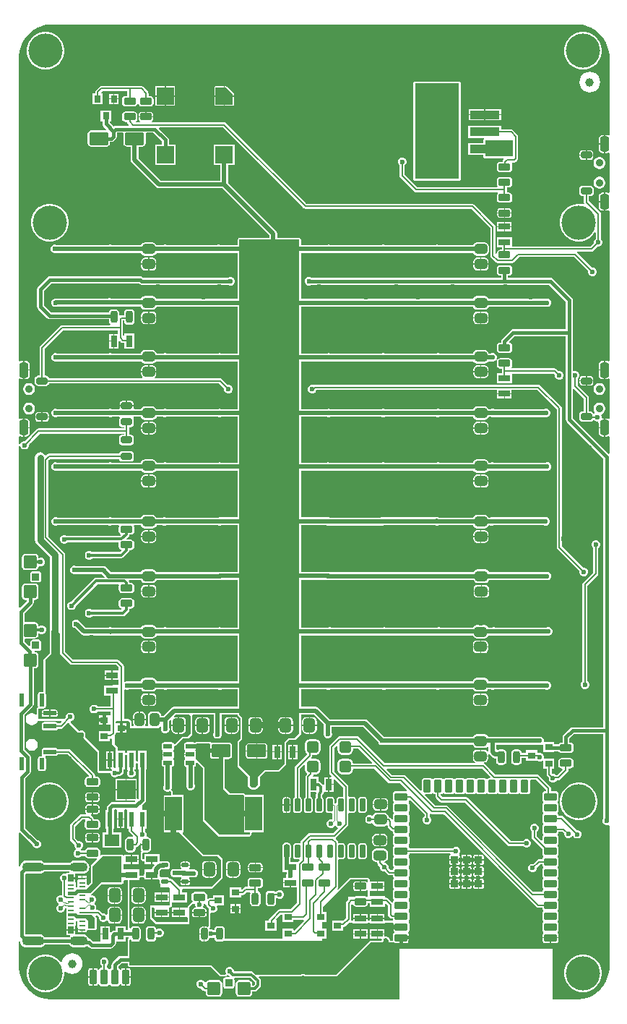
<source format=gbl>
%FSLAX44Y44*%
%MOMM*%
G71*
G04*
G04 #@! TF.SameCoordinates,80543DCF-8C45-4766-8294-206619DBCA83*
G04*
G04*
G04 #@! TF.FilePolarity,Positive*
G04*
G01*
G75*
%ADD10C,0.3000*%
G04:AMPARAMS|DCode=14|XSize=1.5mm|YSize=1.5mm|CornerRadius=0.1875mm|HoleSize=0mm|Usage=FLASHONLY|Rotation=270.000|XOffset=0mm|YOffset=0mm|HoleType=Round|Shape=RoundedRectangle|*
%AMROUNDEDRECTD14*
21,1,1.5000,1.1250,0,0,270.0*
21,1,1.1250,1.5000,0,0,270.0*
1,1,0.3750,-0.5625,-0.5625*
1,1,0.3750,-0.5625,0.5625*
1,1,0.3750,0.5625,0.5625*
1,1,0.3750,0.5625,-0.5625*
%
%ADD14ROUNDEDRECTD14*%
G04:AMPARAMS|DCode=15|XSize=0.9mm|YSize=0.9mm|CornerRadius=0.1125mm|HoleSize=0mm|Usage=FLASHONLY|Rotation=270.000|XOffset=0mm|YOffset=0mm|HoleType=Round|Shape=RoundedRectangle|*
%AMROUNDEDRECTD15*
21,1,0.9000,0.6750,0,0,270.0*
21,1,0.6750,0.9000,0,0,270.0*
1,1,0.2250,-0.3375,-0.3375*
1,1,0.2250,-0.3375,0.3375*
1,1,0.2250,0.3375,0.3375*
1,1,0.2250,0.3375,-0.3375*
%
%ADD15ROUNDEDRECTD15*%
G04:AMPARAMS|DCode=16|XSize=1.4mm|YSize=0.8mm|CornerRadius=0.2mm|HoleSize=0mm|Usage=FLASHONLY|Rotation=270.000|XOffset=0mm|YOffset=0mm|HoleType=Round|Shape=RoundedRectangle|*
%AMROUNDEDRECTD16*
21,1,1.4000,0.4000,0,0,270.0*
21,1,1.0000,0.8000,0,0,270.0*
1,1,0.4000,-0.2000,-0.5000*
1,1,0.4000,-0.2000,0.5000*
1,1,0.4000,0.2000,0.5000*
1,1,0.4000,0.2000,-0.5000*
%
%ADD16ROUNDEDRECTD16*%
%ADD23C,0.9000*%
%ADD27C,1.0000*%
%ADD28C,0.2000*%
%ADD29C,0.5000*%
%ADD30C,0.1250*%
%ADD31C,0.4000*%
%ADD32C,0.8000*%
%ADD34C,4.0000*%
%ADD35O,2.6000X1.1000*%
%ADD36O,2.1000X1.1000*%
%ADD37C,0.6000*%
G04:AMPARAMS|DCode=38|XSize=1.4mm|YSize=0.8mm|CornerRadius=0.2mm|HoleSize=0mm|Usage=FLASHONLY|Rotation=180.000|XOffset=0mm|YOffset=0mm|HoleType=Round|Shape=RoundedRectangle|*
%AMROUNDEDRECTD38*
21,1,1.4000,0.4000,0,0,180.0*
21,1,1.0000,0.8000,0,0,180.0*
1,1,0.4000,-0.5000,0.2000*
1,1,0.4000,0.5000,0.2000*
1,1,0.4000,0.5000,-0.2000*
1,1,0.4000,-0.5000,-0.2000*
%
%ADD38ROUNDEDRECTD38*%
%ADD39R,1.4000X0.8000*%
%ADD40R,0.8000X1.4000*%
G04:AMPARAMS|DCode=41|XSize=0.8mm|YSize=1.3mm|CornerRadius=0.12mm|HoleSize=0mm|Usage=FLASHONLY|Rotation=270.000|XOffset=0mm|YOffset=0mm|HoleType=Round|Shape=RoundedRectangle|*
%AMROUNDEDRECTD41*
21,1,0.8000,1.0600,0,0,270.0*
21,1,0.5600,1.3000,0,0,270.0*
1,1,0.2400,-0.5300,-0.2800*
1,1,0.2400,-0.5300,0.2800*
1,1,0.2400,0.5300,0.2800*
1,1,0.2400,0.5300,-0.2800*
%
%ADD41ROUNDEDRECTD41*%
%ADD42R,0.9000X0.8000*%
G04:AMPARAMS|DCode=43|XSize=1.16mm|YSize=1.47mm|CornerRadius=0.29mm|HoleSize=0mm|Usage=FLASHONLY|Rotation=0.000|XOffset=0mm|YOffset=0mm|HoleType=Round|Shape=RoundedRectangle|*
%AMROUNDEDRECTD43*
21,1,1.1600,0.8900,0,0,0.0*
21,1,0.5800,1.4700,0,0,0.0*
1,1,0.5800,0.2900,-0.4450*
1,1,0.5800,-0.2900,-0.4450*
1,1,0.5800,-0.2900,0.4450*
1,1,0.5800,0.2900,0.4450*
%
%ADD43ROUNDEDRECTD43*%
G04:AMPARAMS|DCode=44|XSize=1.16mm|YSize=1.47mm|CornerRadius=0.29mm|HoleSize=0mm|Usage=FLASHONLY|Rotation=90.000|XOffset=0mm|YOffset=0mm|HoleType=Round|Shape=RoundedRectangle|*
%AMROUNDEDRECTD44*
21,1,1.1600,0.8900,0,0,90.0*
21,1,0.5800,1.4700,0,0,90.0*
1,1,0.5800,0.4450,0.2900*
1,1,0.5800,0.4450,-0.2900*
1,1,0.5800,-0.4450,-0.2900*
1,1,0.5800,-0.4450,0.2900*
%
%ADD44ROUNDEDRECTD44*%
%ADD45R,3.5000X1.0000*%
%ADD46R,3.4000X1.5000*%
G04:AMPARAMS|DCode=47|XSize=0.9mm|YSize=0.9mm|CornerRadius=0.1125mm|HoleSize=0mm|Usage=FLASHONLY|Rotation=180.000|XOffset=0mm|YOffset=0mm|HoleType=Round|Shape=RoundedRectangle|*
%AMROUNDEDRECTD47*
21,1,0.9000,0.6750,0,0,180.0*
21,1,0.6750,0.9000,0,0,180.0*
1,1,0.2250,-0.3375,0.3375*
1,1,0.2250,0.3375,0.3375*
1,1,0.2250,0.3375,-0.3375*
1,1,0.2250,-0.3375,-0.3375*
%
%ADD47ROUNDEDRECTD47*%
G04:AMPARAMS|DCode=48|XSize=1.5mm|YSize=1.5mm|CornerRadius=0.1875mm|HoleSize=0mm|Usage=FLASHONLY|Rotation=180.000|XOffset=0mm|YOffset=0mm|HoleType=Round|Shape=RoundedRectangle|*
%AMROUNDEDRECTD48*
21,1,1.5000,1.1250,0,0,180.0*
21,1,1.1250,1.5000,0,0,180.0*
1,1,0.3750,-0.5625,0.5625*
1,1,0.3750,0.5625,0.5625*
1,1,0.3750,0.5625,-0.5625*
1,1,0.3750,-0.5625,-0.5625*
%
%ADD48ROUNDEDRECTD48*%
G04:AMPARAMS|DCode=49|XSize=2.2mm|YSize=1.5mm|CornerRadius=0.1875mm|HoleSize=0mm|Usage=FLASHONLY|Rotation=0.000|XOffset=0mm|YOffset=0mm|HoleType=Round|Shape=RoundedRectangle|*
%AMROUNDEDRECTD49*
21,1,2.2000,1.1250,0,0,0.0*
21,1,1.8250,1.5000,0,0,0.0*
1,1,0.3750,0.9125,-0.5625*
1,1,0.3750,-0.9125,-0.5625*
1,1,0.3750,-0.9125,0.5625*
1,1,0.3750,0.9125,0.5625*
%
%ADD49ROUNDEDRECTD49*%
G04:AMPARAMS|DCode=50|XSize=1.4mm|YSize=1.4mm|CornerRadius=0.35mm|HoleSize=0mm|Usage=FLASHONLY|Rotation=270.000|XOffset=0mm|YOffset=0mm|HoleType=Round|Shape=RoundedRectangle|*
%AMROUNDEDRECTD50*
21,1,1.4000,0.7000,0,0,270.0*
21,1,0.7000,1.4000,0,0,270.0*
1,1,0.7000,-0.3500,-0.3500*
1,1,0.7000,-0.3500,0.3500*
1,1,0.7000,0.3500,0.3500*
1,1,0.7000,0.3500,-0.3500*
%
%ADD50ROUNDEDRECTD50*%
%ADD51R,0.8000X0.9000*%
%AMCUSTOMSHAPE52*
4,1,5,-1.0000,-1.0000,-1.0000,1.0000,0.2000,1.0000,1.0000,0.2000,1.0000,-1.0000,-1.0000,-1.0000,0.0*%
%ADD52CUSTOMSHAPE52*%

%ADD53R,2.0000X2.0000*%
%ADD54R,2.0000X2.0000*%
G04:AMPARAMS|DCode=55|XSize=1mm|YSize=1.8mm|CornerRadius=0.25mm|HoleSize=0mm|Usage=FLASHONLY|Rotation=180.000|XOffset=0mm|YOffset=0mm|HoleType=Round|Shape=RoundedRectangle|*
%AMROUNDEDRECTD55*
21,1,1.0000,1.3000,0,0,180.0*
21,1,0.5000,1.8000,0,0,180.0*
1,1,0.5000,-0.2500,0.6500*
1,1,0.5000,0.2500,0.6500*
1,1,0.5000,0.2500,-0.6500*
1,1,0.5000,-0.2500,-0.6500*
%
%ADD55ROUNDEDRECTD55*%
G04:AMPARAMS|DCode=56|XSize=1.3mm|YSize=0.8mm|CornerRadius=0.2mm|HoleSize=0mm|Usage=FLASHONLY|Rotation=180.000|XOffset=0mm|YOffset=0mm|HoleType=Round|Shape=RoundedRectangle|*
%AMROUNDEDRECTD56*
21,1,1.3000,0.4000,0,0,180.0*
21,1,0.9000,0.8000,0,0,180.0*
1,1,0.4000,-0.4500,0.2000*
1,1,0.4000,0.4500,0.2000*
1,1,0.4000,0.4500,-0.2000*
1,1,0.4000,-0.4500,-0.2000*
%
%ADD56ROUNDEDRECTD56*%
G04:AMPARAMS|DCode=57|XSize=0.55mm|YSize=0.8mm|CornerRadius=0.1375mm|HoleSize=0mm|Usage=FLASHONLY|Rotation=90.000|XOffset=0mm|YOffset=0mm|HoleType=Round|Shape=RoundedRectangle|*
%AMROUNDEDRECTD57*
21,1,0.5500,0.5250,0,0,90.0*
21,1,0.2750,0.8000,0,0,90.0*
1,1,0.2750,0.2625,0.1375*
1,1,0.2750,0.2625,-0.1375*
1,1,0.2750,-0.2625,-0.1375*
1,1,0.2750,-0.2625,0.1375*
%
%ADD57ROUNDEDRECTD57*%
G04:AMPARAMS|DCode=58|XSize=1.397mm|YSize=1.651mm|CornerRadius=0.3493mm|HoleSize=0mm|Usage=FLASHONLY|Rotation=0.000|XOffset=0mm|YOffset=0mm|HoleType=Round|Shape=RoundedRectangle|*
%AMROUNDEDRECTD58*
21,1,1.3970,0.9525,0,0,0.0*
21,1,0.6985,1.6510,0,0,0.0*
1,1,0.6985,0.3493,-0.4763*
1,1,0.6985,-0.3493,-0.4763*
1,1,0.6985,-0.3493,0.4763*
1,1,0.6985,0.3493,0.4763*
%
%ADD58ROUNDEDRECTD58*%
G04:AMPARAMS|DCode=59|XSize=1.75mm|YSize=0.8mm|CornerRadius=0.1mm|HoleSize=0mm|Usage=FLASHONLY|Rotation=90.000|XOffset=0mm|YOffset=0mm|HoleType=Round|Shape=RoundedRectangle|*
%AMROUNDEDRECTD59*
21,1,1.7500,0.6000,0,0,90.0*
21,1,1.5500,0.8000,0,0,90.0*
1,1,0.2000,0.3000,0.7750*
1,1,0.2000,0.3000,-0.7750*
1,1,0.2000,-0.3000,-0.7750*
1,1,0.2000,-0.3000,0.7750*
%
%ADD59ROUNDEDRECTD59*%
G04:AMPARAMS|DCode=60|XSize=0.59mm|YSize=1mm|CornerRadius=0.0738mm|HoleSize=0mm|Usage=FLASHONLY|Rotation=270.000|XOffset=0mm|YOffset=0mm|HoleType=Round|Shape=RoundedRectangle|*
%AMROUNDEDRECTD60*
21,1,0.5900,0.8525,0,0,270.0*
21,1,0.4425,1.0000,0,0,270.0*
1,1,0.1475,-0.4263,-0.2213*
1,1,0.1475,-0.4263,0.2213*
1,1,0.1475,0.4263,0.2213*
1,1,0.1475,0.4263,-0.2213*
%
%ADD60ROUNDEDRECTD60*%
G04:AMPARAMS|DCode=61|XSize=0.55mm|YSize=1.3mm|CornerRadius=0.0688mm|HoleSize=0mm|Usage=FLASHONLY|Rotation=0.000|XOffset=0mm|YOffset=0mm|HoleType=Round|Shape=RoundedRectangle|*
%AMROUNDEDRECTD61*
21,1,0.5500,1.1625,0,0,0.0*
21,1,0.4125,1.3000,0,0,0.0*
1,1,0.1375,0.2063,-0.5813*
1,1,0.1375,-0.2063,-0.5813*
1,1,0.1375,-0.2063,0.5813*
1,1,0.1375,0.2063,0.5813*
%
%ADD61ROUNDEDRECTD61*%
G04:AMPARAMS|DCode=62|XSize=0.6mm|YSize=1.5mm|CornerRadius=0.09mm|HoleSize=0mm|Usage=FLASHONLY|Rotation=180.000|XOffset=0mm|YOffset=0mm|HoleType=Round|Shape=RoundedRectangle|*
%AMROUNDEDRECTD62*
21,1,0.6000,1.3200,0,0,180.0*
21,1,0.4200,1.5000,0,0,180.0*
1,1,0.1800,-0.2100,0.6600*
1,1,0.1800,0.2100,0.6600*
1,1,0.1800,0.2100,-0.6600*
1,1,0.1800,-0.2100,-0.6600*
%
%ADD62ROUNDEDRECTD62*%
%ADD63R,2.0000X4.0000*%
G04:AMPARAMS|DCode=64|XSize=0.55mm|YSize=1.5mm|CornerRadius=0.0688mm|HoleSize=0mm|Usage=FLASHONLY|Rotation=90.000|XOffset=0mm|YOffset=0mm|HoleType=Round|Shape=RoundedRectangle|*
%AMROUNDEDRECTD64*
21,1,0.5500,1.3625,0,0,90.0*
21,1,0.4125,1.5000,0,0,90.0*
1,1,0.1375,0.6813,0.2063*
1,1,0.1375,0.6813,-0.2063*
1,1,0.1375,-0.6813,-0.2063*
1,1,0.1375,-0.6813,0.2063*
%
%ADD64ROUNDEDRECTD64*%
G04:AMPARAMS|DCode=65|XSize=0.55mm|YSize=1.5mm|CornerRadius=0.0688mm|HoleSize=0mm|Usage=FLASHONLY|Rotation=0.000|XOffset=0mm|YOffset=0mm|HoleType=Round|Shape=RoundedRectangle|*
%AMROUNDEDRECTD65*
21,1,0.5500,1.3625,0,0,0.0*
21,1,0.4125,1.5000,0,0,0.0*
1,1,0.1375,0.2063,-0.6813*
1,1,0.1375,-0.2063,-0.6813*
1,1,0.1375,-0.2063,0.6813*
1,1,0.1375,0.2063,0.6813*
%
%ADD65ROUNDEDRECTD65*%
%ADD66R,1.8000X1.4000*%
G04:AMPARAMS|DCode=67|XSize=1.5mm|YSize=0.9mm|CornerRadius=0.1125mm|HoleSize=0mm|Usage=FLASHONLY|Rotation=270.000|XOffset=0mm|YOffset=0mm|HoleType=Round|Shape=RoundedRectangle|*
%AMROUNDEDRECTD67*
21,1,1.5000,0.6750,0,0,270.0*
21,1,1.2750,0.9000,0,0,270.0*
1,1,0.2250,-0.3375,-0.6375*
1,1,0.2250,-0.3375,0.6375*
1,1,0.2250,0.3375,0.6375*
1,1,0.2250,0.3375,-0.6375*
%
%ADD67ROUNDEDRECTD67*%
G04:AMPARAMS|DCode=68|XSize=1.5mm|YSize=0.9mm|CornerRadius=0.1125mm|HoleSize=0mm|Usage=FLASHONLY|Rotation=0.000|XOffset=0mm|YOffset=0mm|HoleType=Round|Shape=RoundedRectangle|*
%AMROUNDEDRECTD68*
21,1,1.5000,0.6750,0,0,0.0*
21,1,1.2750,0.9000,0,0,0.0*
1,1,0.2250,0.6375,-0.3375*
1,1,0.2250,-0.6375,-0.3375*
1,1,0.2250,-0.6375,0.3375*
1,1,0.2250,0.6375,0.3375*
%
%ADD68ROUNDEDRECTD68*%
G04:AMPARAMS|DCode=69|XSize=0.9mm|YSize=0.9mm|CornerRadius=0.0315mm|HoleSize=0mm|Usage=FLASHONLY|Rotation=0.000|XOffset=0mm|YOffset=0mm|HoleType=Round|Shape=RoundedRectangle|*
%AMROUNDEDRECTD69*
21,1,0.9000,0.8370,0,0,0.0*
21,1,0.8370,0.9000,0,0,0.0*
1,1,0.0630,0.4185,-0.4185*
1,1,0.0630,-0.4185,-0.4185*
1,1,0.0630,-0.4185,0.4185*
1,1,0.0630,0.4185,0.4185*
%
%ADD69ROUNDEDRECTD69*%
%ADD70R,0.6000X1.8000*%
%ADD71R,2.2000X2.2000*%
%ADD72R,0.7000X0.8500*%
%ADD73R,0.7000X0.2500*%
%ADD74C,0.6000*%
%ADD75R,3.3000X1.9000*%
%ADD76R,5.2000X11.2000*%
G36*
X-43000Y1145922D02*
X-40449Y1145922D01*
X-35391Y1145256D01*
X-30462Y1143935D01*
X-25749Y1141983D01*
X-21330Y1139432D01*
X-17282Y1136326D01*
X-13674Y1132718D01*
X-10568Y1128670D01*
X-8017Y1124252D01*
X-6065Y1119538D01*
X-4744Y1114610D01*
X-4078Y1109551D01*
X-4078Y1107000D01*
X-4078Y1016469D01*
X-5348Y1015790D01*
X-5689Y1016018D01*
X-7250Y1016328D01*
X-9125D01*
Y1005750D01*
Y995172D01*
X-7250D01*
X-5689Y995482D01*
X-5348Y995710D01*
X-4078Y995031D01*
Y948969D01*
X-5348Y948290D01*
X-5689Y948518D01*
X-7250Y948828D01*
X-9125D01*
Y938250D01*
Y927672D01*
X-7250D01*
X-5689Y927982D01*
X-5348Y928210D01*
X-4078Y927531D01*
X-4078Y751969D01*
X-5348Y751290D01*
X-5689Y751518D01*
X-7250Y751828D01*
X-9125D01*
Y741250D01*
Y730672D01*
X-7250D01*
X-5689Y730982D01*
X-5348Y731210D01*
X-4078Y730531D01*
X-4078Y684469D01*
X-5348Y683790D01*
X-5689Y684018D01*
X-7250Y684328D01*
X-9125D01*
Y673750D01*
Y663172D01*
X-7250D01*
X-5689Y663482D01*
X-5348Y663710D01*
X-4078Y663031D01*
Y643642D01*
X-5348Y643116D01*
X-46922Y684689D01*
Y718624D01*
X-45652Y719151D01*
X-34059Y707558D01*
Y692578D01*
X-35500D01*
X-37061Y692268D01*
X-38384Y691384D01*
X-39268Y690061D01*
X-39578Y688500D01*
Y684500D01*
X-39268Y682939D01*
X-38384Y681616D01*
X-37061Y680732D01*
X-35500Y680422D01*
X-26500D01*
X-24939Y680732D01*
X-23616Y681616D01*
X-23197Y682243D01*
X-21894Y682323D01*
X-20827Y681256D01*
X-18989Y680495D01*
X-17573D01*
X-16922Y680367D01*
X-16328Y679398D01*
Y674375D01*
X-10375D01*
Y684328D01*
X-11822D01*
X-12295Y684398D01*
X-12995Y685475D01*
Y686489D01*
X-13624Y688008D01*
X-13205Y689435D01*
X-13048Y689477D01*
X-11452Y690399D01*
X-10149Y691702D01*
X-9227Y693298D01*
X-8750Y695078D01*
Y696921D01*
X-9227Y698702D01*
X-10149Y700298D01*
X-11452Y701601D01*
X-13048Y702523D01*
X-14828Y703000D01*
X-16672D01*
X-18452Y702523D01*
X-20048Y701601D01*
X-21351Y700298D01*
X-22273Y698702D01*
X-22750Y696921D01*
Y695078D01*
X-22273Y693298D01*
X-21351Y691702D01*
X-21170Y691521D01*
X-21257Y690057D01*
X-21416Y689934D01*
X-21842Y689975D01*
X-22885Y690290D01*
X-23616Y691384D01*
X-24939Y692268D01*
X-26500Y692578D01*
X-27941D01*
Y708825D01*
X-28174Y709995D01*
X-28837Y710988D01*
X-41191Y723342D01*
Y731237D01*
X-40011Y732417D01*
X-39250Y734255D01*
Y736244D01*
X-40011Y738082D01*
X-41418Y739489D01*
X-43255Y740250D01*
X-45245D01*
X-45866Y739992D01*
X-46922Y740698D01*
Y784750D01*
Y823000D01*
X-47232Y824561D01*
X-48116Y825884D01*
X-48116Y825884D01*
X-70366Y848134D01*
X-71689Y849018D01*
X-73250Y849328D01*
X-73250Y849328D01*
X-122922D01*
Y851922D01*
X-122000D01*
X-120439Y852232D01*
X-119116Y853116D01*
X-118232Y854439D01*
X-117922Y856000D01*
Y860000D01*
X-118232Y861561D01*
X-119116Y862884D01*
X-120439Y863768D01*
X-122000Y864078D01*
X-132000D01*
X-133561Y863768D01*
X-134884Y862884D01*
X-135768Y861561D01*
X-136078Y860000D01*
Y856000D01*
X-135768Y854439D01*
X-134884Y853116D01*
X-133561Y852232D01*
X-132000Y851922D01*
X-131078D01*
Y849328D01*
X-353257D01*
X-353417Y849489D01*
X-355255Y850250D01*
X-357244D01*
X-359082Y849489D01*
X-360488Y848082D01*
X-361250Y846245D01*
Y844255D01*
X-360488Y842418D01*
X-359082Y841011D01*
X-357244Y840250D01*
X-355255D01*
X-353417Y841011D01*
X-353257Y841172D01*
X-74939D01*
X-55078Y821311D01*
Y788828D01*
X-117000D01*
X-117000Y788828D01*
X-118561Y788518D01*
X-119884Y787634D01*
X-129884Y777634D01*
X-130768Y776311D01*
X-131078Y774750D01*
X-131078Y774750D01*
Y773078D01*
X-132000D01*
X-133561Y772768D01*
X-134884Y771884D01*
X-135768Y770561D01*
X-136078Y769000D01*
Y765000D01*
X-135768Y763439D01*
X-134884Y762116D01*
X-133561Y761232D01*
X-132000Y760922D01*
X-122000D01*
X-120439Y761232D01*
X-119116Y762116D01*
X-118232Y763439D01*
X-117922Y765000D01*
Y769000D01*
X-118232Y770561D01*
X-119116Y771884D01*
X-120439Y772768D01*
X-121256Y772930D01*
X-121674Y774308D01*
X-115311Y780672D01*
X-55078D01*
Y683000D01*
X-55078Y683000D01*
X-54768Y681439D01*
X-53884Y680116D01*
X-11078Y637311D01*
Y323078D01*
X-47232D01*
X-47232Y323078D01*
X-48793Y322768D01*
X-50116Y321884D01*
X-57884Y314116D01*
X-58768Y312793D01*
X-59078Y311232D01*
X-59078Y311232D01*
Y304838D01*
X-60000D01*
X-61561Y304528D01*
X-62884Y303644D01*
X-63422Y302838D01*
X-68500D01*
Y305510D01*
X-80669D01*
X-81000Y306005D01*
Y307995D01*
X-81761Y309832D01*
X-83168Y311239D01*
X-85005Y312000D01*
X-86995D01*
X-87989Y311588D01*
X-139011D01*
X-140005Y312000D01*
X-141995D01*
X-142989Y311588D01*
X-145930D01*
X-145934Y311612D01*
X-147017Y313233D01*
X-148638Y314316D01*
X-150550Y314696D01*
X-159450D01*
X-161362Y314316D01*
X-162983Y313233D01*
X-164066Y311612D01*
X-164070Y311588D01*
X-203011D01*
X-204005Y312000D01*
X-205995D01*
X-206989Y311588D01*
X-268011D01*
X-268162Y311651D01*
X-287506Y330994D01*
X-288994Y331989D01*
X-290750Y332338D01*
X-332099D01*
X-345245Y345484D01*
X-346734Y346478D01*
X-348489Y346828D01*
X-365461D01*
Y367412D01*
X-335403D01*
X-334409Y367000D01*
X-332420D01*
X-331426Y367412D01*
X-270403D01*
X-269409Y367000D01*
X-267420D01*
X-266426Y367412D01*
X-207403D01*
X-206409Y367000D01*
X-204420D01*
X-203727Y367287D01*
X-163597D01*
X-162983Y366367D01*
X-161362Y365284D01*
X-159450Y364904D01*
X-150550D01*
X-148638Y365284D01*
X-147017Y366367D01*
X-146403Y367287D01*
X-143041D01*
X-141745Y366750D01*
X-139755D01*
X-138459Y367287D01*
X-79102D01*
X-78409Y367000D01*
X-76420D01*
X-74582Y367761D01*
X-73176Y369168D01*
X-72415Y371005D01*
Y372995D01*
X-73176Y374832D01*
X-74582Y376239D01*
X-76420Y377000D01*
X-78409D01*
X-79705Y376463D01*
X-139063D01*
X-139755Y376750D01*
X-141745D01*
X-142437Y376463D01*
X-145706D01*
X-145934Y377612D01*
X-147017Y379233D01*
X-148638Y380316D01*
X-150550Y380696D01*
X-159450D01*
X-161362Y380316D01*
X-162983Y379233D01*
X-164066Y377612D01*
X-164294Y376463D01*
X-203124D01*
X-204420Y377000D01*
X-206409D01*
X-207403Y376588D01*
X-266426D01*
X-267420Y377000D01*
X-269409D01*
X-270403Y376588D01*
X-331426D01*
X-332420Y377000D01*
X-334409D01*
X-335403Y376588D01*
X-365461D01*
Y430412D01*
X-333878D01*
X-332883Y430000D01*
X-330894D01*
X-329900Y430412D01*
X-269878D01*
X-268883Y430000D01*
X-266894D01*
X-265900Y430412D01*
X-205878D01*
X-204883Y430000D01*
X-202894D01*
X-201900Y430412D01*
X-164150D01*
X-164066Y429988D01*
X-162983Y428367D01*
X-161362Y427284D01*
X-159450Y426904D01*
X-150550D01*
X-148638Y427284D01*
X-147017Y428367D01*
X-145934Y429988D01*
X-145850Y430412D01*
X-141878D01*
X-140884Y430000D01*
X-138894D01*
X-137900Y430412D01*
X-77878D01*
X-76884Y430000D01*
X-74894D01*
X-73057Y430761D01*
X-71650Y432168D01*
X-70889Y434005D01*
Y435995D01*
X-71650Y437832D01*
X-73057Y439239D01*
X-74894Y440000D01*
X-76884D01*
X-77878Y439588D01*
X-137900D01*
X-138894Y440000D01*
X-140884D01*
X-141878Y439588D01*
X-145930D01*
X-145934Y439612D01*
X-147017Y441233D01*
X-148638Y442316D01*
X-150550Y442696D01*
X-159450D01*
X-161362Y442316D01*
X-162983Y441233D01*
X-164066Y439612D01*
X-164070Y439588D01*
X-201900D01*
X-202894Y440000D01*
X-204883D01*
X-205878Y439588D01*
X-265900D01*
X-266894Y440000D01*
X-268883D01*
X-269878Y439588D01*
X-329900D01*
X-330894Y440000D01*
X-332883D01*
X-333878Y439588D01*
X-365461D01*
Y495537D01*
X-335291D01*
X-333995Y495000D01*
X-332005D01*
X-331011Y495412D01*
X-270989D01*
X-269995Y495000D01*
X-268005D01*
X-267011Y495412D01*
X-206989D01*
X-205995Y495000D01*
X-204005D01*
X-203011Y495412D01*
X-163150D01*
X-163066Y494988D01*
X-161983Y493367D01*
X-160362Y492284D01*
X-158450Y491904D01*
X-149550D01*
X-147638Y492284D01*
X-146017Y493367D01*
X-144934Y494988D01*
X-144850Y495412D01*
X-142989D01*
X-141995Y495000D01*
X-140005D01*
X-139011Y495412D01*
X-78989D01*
X-77995Y495000D01*
X-76005D01*
X-74168Y495761D01*
X-72761Y497168D01*
X-72000Y499005D01*
Y500995D01*
X-72761Y502832D01*
X-74168Y504239D01*
X-76005Y505000D01*
X-77995D01*
X-78989Y504588D01*
X-139011D01*
X-140005Y505000D01*
X-141995D01*
X-142989Y504588D01*
X-144930D01*
X-144934Y504612D01*
X-146017Y506233D01*
X-147638Y507316D01*
X-149550Y507696D01*
X-158450D01*
X-160362Y507316D01*
X-161983Y506233D01*
X-163066Y504612D01*
X-163070Y504588D01*
X-203011D01*
X-204005Y505000D01*
X-205995D01*
X-206989Y504588D01*
X-267011D01*
X-268005Y505000D01*
X-269995D01*
X-270989Y504588D01*
X-331011D01*
X-332005Y505000D01*
X-333995D01*
X-334687Y504713D01*
X-365461D01*
Y559592D01*
X-336307D01*
X-334877Y559000D01*
X-332888D01*
X-332583Y559126D01*
X-271549D01*
X-271245Y559000D01*
X-269255D01*
X-267845Y559584D01*
X-208667D01*
X-207257Y559000D01*
X-205268D01*
X-204273Y559412D01*
X-163785D01*
X-163701Y558988D01*
X-162618Y557367D01*
X-160997Y556284D01*
X-159085Y555904D01*
X-150185D01*
X-148273Y556284D01*
X-146652Y557367D01*
X-145569Y558988D01*
X-145485Y559412D01*
X-144185D01*
X-143191Y559000D01*
X-141202D01*
X-140005Y559496D01*
X-80850D01*
X-79653Y559000D01*
X-77663D01*
X-75826Y559761D01*
X-74419Y561168D01*
X-73658Y563005D01*
Y564995D01*
X-74419Y566832D01*
X-75826Y568239D01*
X-77663Y569000D01*
X-79653D01*
X-80444Y568672D01*
X-140410D01*
X-141202Y569000D01*
X-143191D01*
X-144185Y568588D01*
X-145564D01*
X-145569Y568612D01*
X-146652Y570233D01*
X-148273Y571316D01*
X-150185Y571696D01*
X-159085D01*
X-160997Y571316D01*
X-162618Y570233D01*
X-163701Y568612D01*
X-163705Y568588D01*
X-204097D01*
X-204236Y568681D01*
X-204741Y568782D01*
X-205268Y569000D01*
X-205838D01*
X-205992Y569030D01*
X-206533D01*
X-206686Y569000D01*
X-207257D01*
X-207784Y568782D01*
X-207891Y568760D01*
X-268677D01*
X-269255Y569000D01*
X-271245D01*
X-272928Y568303D01*
X-331204D01*
X-332888Y569000D01*
X-334877D01*
X-335435Y568769D01*
X-365461D01*
Y623412D01*
X-335989D01*
X-334995Y623000D01*
X-333005D01*
X-332011Y623412D01*
X-270989D01*
X-269995Y623000D01*
X-268005D01*
X-267011Y623412D01*
X-206989D01*
X-205994Y623000D01*
X-204005D01*
X-203011Y623412D01*
X-163316D01*
X-162618Y622367D01*
X-160997Y621284D01*
X-159085Y620904D01*
X-150185D01*
X-148273Y621284D01*
X-146652Y622367D01*
X-145954Y623412D01*
X-142989D01*
X-141994Y623000D01*
X-140005D01*
X-139011Y623412D01*
X-78989D01*
X-77994Y623000D01*
X-76005D01*
X-74168Y623761D01*
X-72761Y625168D01*
X-72000Y627005D01*
Y628995D01*
X-72761Y630832D01*
X-74168Y632239D01*
X-76005Y633000D01*
X-77994D01*
X-78989Y632588D01*
X-139011D01*
X-140005Y633000D01*
X-141994D01*
X-142989Y632588D01*
X-145366D01*
X-145569Y633612D01*
X-146652Y635233D01*
X-148273Y636316D01*
X-150185Y636696D01*
X-159085D01*
X-160997Y636316D01*
X-162618Y635233D01*
X-163701Y633612D01*
X-163904Y632588D01*
X-203011D01*
X-204005Y633000D01*
X-205994D01*
X-206989Y632588D01*
X-267011D01*
X-268005Y633000D01*
X-269995D01*
X-270989Y632588D01*
X-332011D01*
X-333005Y633000D01*
X-334995D01*
X-335989Y632588D01*
X-365461D01*
Y686412D01*
X-334989D01*
X-333994Y686000D01*
X-332005D01*
X-331011Y686412D01*
X-270989D01*
X-269995Y686000D01*
X-268005D01*
X-267011Y686412D01*
X-206989D01*
X-205994Y686000D01*
X-204005D01*
X-203011Y686412D01*
X-163785D01*
X-163701Y685988D01*
X-162618Y684367D01*
X-160997Y683284D01*
X-159085Y682904D01*
X-150185D01*
X-148273Y683284D01*
X-146652Y684367D01*
X-145569Y685988D01*
X-145485Y686412D01*
X-142989D01*
X-141994Y686000D01*
X-140005D01*
X-139467Y686223D01*
X-79951D01*
X-79413Y686000D01*
X-77424D01*
X-75586Y686761D01*
X-74180Y688168D01*
X-73418Y690005D01*
Y691995D01*
X-74180Y693832D01*
X-75586Y695239D01*
X-77424Y696000D01*
X-79413D01*
X-80864Y695399D01*
X-138555D01*
X-140005Y696000D01*
X-141994D01*
X-142989Y695588D01*
X-145565D01*
X-145569Y695612D01*
X-146652Y697233D01*
X-148273Y698316D01*
X-150185Y698696D01*
X-159085D01*
X-160997Y698316D01*
X-162618Y697233D01*
X-163701Y695612D01*
X-163705Y695588D01*
X-203011D01*
X-204005Y696000D01*
X-205994D01*
X-206989Y695588D01*
X-267011D01*
X-268005Y696000D01*
X-269995D01*
X-270989Y695588D01*
X-331011D01*
X-332005Y696000D01*
X-333994D01*
X-334989Y695588D01*
X-365461D01*
Y751412D01*
X-334989D01*
X-333994Y751000D01*
X-332005D01*
X-331011Y751412D01*
X-270989D01*
X-269995Y751000D01*
X-268005D01*
X-267011Y751412D01*
X-206989D01*
X-205994Y751000D01*
X-204005D01*
X-203011Y751412D01*
X-163316D01*
X-162618Y750367D01*
X-160997Y749284D01*
X-159085Y748904D01*
X-150185D01*
X-148273Y749284D01*
X-146652Y750367D01*
X-145954Y751412D01*
X-142989D01*
X-141994Y751000D01*
X-140005D01*
X-138168Y751761D01*
X-137252Y752677D01*
X-136864Y753065D01*
X-136367Y752837D01*
X-135791Y752443D01*
X-135875Y752022D01*
X-136078Y751000D01*
Y747000D01*
X-135768Y745439D01*
X-134884Y744116D01*
X-133561Y743232D01*
X-132000Y742922D01*
X-130059D01*
Y737615D01*
X-136000D01*
Y725615D01*
X-118000D01*
Y736941D01*
X-69277D01*
X-67750Y735414D01*
Y733745D01*
X-66989Y731908D01*
X-65582Y730501D01*
X-63745Y729740D01*
X-61755D01*
X-59918Y730501D01*
X-58511Y731908D01*
X-57750Y733745D01*
Y735735D01*
X-58511Y737572D01*
X-59918Y738979D01*
X-61755Y739740D01*
X-63424D01*
X-65847Y742163D01*
X-66839Y742826D01*
X-68010Y743059D01*
X-68010Y743059D01*
X-118413D01*
X-118734Y743542D01*
X-118974Y744329D01*
X-118232Y745439D01*
X-117922Y747000D01*
Y751000D01*
X-118232Y752561D01*
X-119116Y753884D01*
X-120439Y754768D01*
X-122000Y755078D01*
X-132000D01*
X-133561Y754768D01*
X-134884Y753884D01*
X-135195Y753419D01*
X-135417Y753453D01*
X-136303Y753984D01*
X-136385Y754076D01*
X-136327Y754216D01*
X-136000Y755005D01*
Y756995D01*
X-136761Y758832D01*
X-138168Y760239D01*
X-140005Y761000D01*
X-141994D01*
X-142989Y760588D01*
X-145366D01*
X-145569Y761612D01*
X-146652Y763233D01*
X-148273Y764316D01*
X-150185Y764696D01*
X-159085D01*
X-160997Y764316D01*
X-162618Y763233D01*
X-163701Y761612D01*
X-163904Y760588D01*
X-203011D01*
X-204005Y761000D01*
X-205994D01*
X-206989Y760588D01*
X-267011D01*
X-268005Y761000D01*
X-269995D01*
X-270989Y760588D01*
X-331011D01*
X-332005Y761000D01*
X-333994D01*
X-334989Y760588D01*
X-365461D01*
Y815412D01*
X-334989D01*
X-333994Y815000D01*
X-332005D01*
X-331011Y815412D01*
X-270989D01*
X-269995Y815000D01*
X-268005D01*
X-267011Y815412D01*
X-206989D01*
X-205994Y815000D01*
X-204005D01*
X-203011Y815412D01*
X-163785D01*
X-163701Y814988D01*
X-162618Y813367D01*
X-160997Y812284D01*
X-159085Y811904D01*
X-150185D01*
X-148273Y812284D01*
X-146652Y813367D01*
X-145569Y814988D01*
X-145485Y815412D01*
X-142989D01*
X-141994Y815000D01*
X-140005D01*
X-139011Y815412D01*
X-78989D01*
X-77994Y815000D01*
X-76005D01*
X-74168Y815761D01*
X-72761Y817168D01*
X-72000Y819005D01*
Y820995D01*
X-72761Y822832D01*
X-74168Y824239D01*
X-76005Y825000D01*
X-77994D01*
X-78989Y824588D01*
X-139011D01*
X-140005Y825000D01*
X-141994D01*
X-142989Y824588D01*
X-145565D01*
X-145569Y824612D01*
X-146652Y826233D01*
X-148273Y827316D01*
X-150185Y827696D01*
X-159085D01*
X-160997Y827316D01*
X-162618Y826233D01*
X-163701Y824612D01*
X-163705Y824588D01*
X-203011D01*
X-204005Y825000D01*
X-205994D01*
X-206989Y824588D01*
X-267011D01*
X-268005Y825000D01*
X-269995D01*
X-270989Y824588D01*
X-331011D01*
X-332005Y825000D01*
X-333994D01*
X-334989Y824588D01*
X-365461D01*
Y878412D01*
X-334989D01*
X-333994Y878000D01*
X-332005D01*
X-331011Y878412D01*
X-270989D01*
X-269995Y878000D01*
X-268005D01*
X-267011Y878412D01*
X-207989D01*
X-206994Y878000D01*
X-205005D01*
X-204011Y878412D01*
X-181092D01*
X-179495Y877750D01*
X-177505D01*
X-176451Y878187D01*
X-163740D01*
X-163701Y877988D01*
X-162618Y876367D01*
X-160997Y875284D01*
X-159085Y874904D01*
X-150185D01*
X-148273Y875284D01*
X-146652Y876367D01*
X-145569Y877988D01*
X-145189Y879900D01*
Y885700D01*
X-145569Y887612D01*
X-146652Y889233D01*
X-148273Y890316D01*
X-150185Y890696D01*
X-159085D01*
X-160997Y890316D01*
X-162618Y889233D01*
X-163701Y887612D01*
X-163750Y887363D01*
X-176572D01*
X-177505Y887750D01*
X-179495D01*
X-179885Y887588D01*
X-204011D01*
X-205005Y888000D01*
X-206994D01*
X-207989Y887588D01*
X-267011D01*
X-268005Y888000D01*
X-269995D01*
X-270989Y887588D01*
X-331011D01*
X-332005Y888000D01*
X-333994D01*
X-334989Y887588D01*
X-365461D01*
Y893750D01*
X-365616Y894530D01*
X-366058Y895192D01*
X-366720Y895634D01*
X-367500Y895789D01*
X-393412D01*
Y901000D01*
X-393761Y902756D01*
X-394756Y904244D01*
X-450912Y960400D01*
Y981000D01*
X-443500D01*
Y1005000D01*
X-467500D01*
Y981000D01*
X-460088D01*
Y963088D01*
X-529850D01*
X-555912Y989150D01*
Y1002674D01*
X-551375D01*
X-549863Y1002975D01*
X-548581Y1003831D01*
X-547725Y1005113D01*
X-547424Y1006625D01*
Y1017875D01*
X-547487Y1018190D01*
X-546681Y1019172D01*
X-538601D01*
X-528578Y1009149D01*
Y1005000D01*
X-536500D01*
Y981000D01*
X-512500D01*
Y1005000D01*
X-520422D01*
Y1010838D01*
X-520732Y1012399D01*
X-521616Y1013722D01*
X-531912Y1024018D01*
X-531426Y1025191D01*
X-457093D01*
X-362739Y930837D01*
X-361746Y930174D01*
X-360576Y929941D01*
X-360576Y929941D01*
X-166017D01*
X-143559Y907483D01*
Y875000D01*
X-143559Y875000D01*
X-143326Y873829D01*
X-142663Y872837D01*
X-137163Y867337D01*
X-136171Y866674D01*
X-135000Y866441D01*
X-135000Y866441D01*
X-118000D01*
X-118000Y866441D01*
X-116830Y866674D01*
X-115837Y867337D01*
X-109733Y873441D01*
X-45267D01*
X-28750Y856924D01*
Y855255D01*
X-27989Y853418D01*
X-26582Y852011D01*
X-24745Y851250D01*
X-22755D01*
X-20918Y852011D01*
X-19511Y853418D01*
X-18750Y855255D01*
Y857245D01*
X-19511Y859082D01*
X-20918Y860489D01*
X-22755Y861250D01*
X-24424D01*
X-41837Y878663D01*
X-41850Y878671D01*
X-41464Y879941D01*
X-25000D01*
X-25000Y879941D01*
X-23829Y880174D01*
X-22837Y880837D01*
X-17909Y885765D01*
X-16240D01*
X-14402Y886526D01*
X-12996Y887933D01*
X-12235Y889771D01*
Y891760D01*
X-12996Y893598D01*
X-13941Y894543D01*
Y923750D01*
X-13941Y923750D01*
X-14174Y924921D01*
X-14837Y925913D01*
X-14837Y925913D01*
X-27941Y939017D01*
Y944922D01*
X-26500D01*
X-24939Y945232D01*
X-23616Y946116D01*
X-22732Y947439D01*
X-22422Y949000D01*
Y953000D01*
X-22732Y954561D01*
X-23616Y955884D01*
X-24939Y956768D01*
X-26500Y957078D01*
X-35500D01*
X-37061Y956768D01*
X-38384Y955884D01*
X-39268Y954561D01*
X-39578Y953000D01*
Y949000D01*
X-39268Y947439D01*
X-38384Y946116D01*
X-37061Y945232D01*
X-35500Y944922D01*
X-34059D01*
Y937750D01*
X-34059Y937750D01*
X-33826Y936580D01*
X-33763Y936485D01*
X-34527Y935342D01*
X-37833Y936000D01*
X-42167D01*
X-46417Y935154D01*
X-50421Y933496D01*
X-54024Y931088D01*
X-57088Y928024D01*
X-59496Y924421D01*
X-61154Y920417D01*
X-62000Y916167D01*
Y911833D01*
X-61154Y907583D01*
X-59496Y903579D01*
X-57088Y899976D01*
X-54024Y896911D01*
X-50421Y894504D01*
X-46417Y892846D01*
X-42167Y892000D01*
X-37833D01*
X-33583Y892846D01*
X-29579Y894504D01*
X-25976Y896911D01*
X-22912Y899976D01*
X-21329Y902345D01*
X-20059Y901959D01*
Y895007D01*
X-20067Y895004D01*
X-21473Y893598D01*
X-22235Y891760D01*
Y890091D01*
X-26267Y886059D01*
X-118000D01*
Y897000D01*
X-136000D01*
Y885000D01*
X-130059D01*
Y883000D01*
X-130059Y883000D01*
X-130854Y882078D01*
X-132000D01*
X-133561Y881768D01*
X-134884Y880884D01*
X-135768Y879561D01*
X-136078Y878000D01*
Y877990D01*
X-137348Y877312D01*
X-137441Y877374D01*
Y908750D01*
X-137674Y909921D01*
X-138337Y910913D01*
X-138337Y910913D01*
X-162587Y935163D01*
X-163579Y935826D01*
X-164750Y936059D01*
X-164750Y936059D01*
X-359309D01*
X-453663Y1030413D01*
X-454655Y1031076D01*
X-455826Y1031309D01*
X-455826Y1031309D01*
X-540485D01*
X-540650Y1031782D01*
X-540696Y1032579D01*
X-539727Y1033227D01*
X-538953Y1034384D01*
X-538681Y1035750D01*
Y1037125D01*
X-555819D01*
Y1035750D01*
X-555547Y1034384D01*
X-554773Y1033227D01*
X-553804Y1032579D01*
X-553850Y1031782D01*
X-554015Y1031309D01*
X-558411D01*
X-558796Y1032579D01*
X-558366Y1032866D01*
X-557482Y1034189D01*
X-557172Y1035750D01*
Y1039750D01*
X-557482Y1041311D01*
X-558366Y1042634D01*
X-559689Y1043518D01*
X-561250Y1043828D01*
X-571250D01*
X-572811Y1043518D01*
X-574134Y1042634D01*
X-575018Y1041311D01*
X-575328Y1039750D01*
Y1035750D01*
X-575018Y1034189D01*
X-574134Y1032866D01*
X-572811Y1031982D01*
X-571250Y1031672D01*
X-569293D01*
X-569076Y1030579D01*
X-568413Y1029587D01*
X-567327Y1028502D01*
X-567813Y1027328D01*
X-582687D01*
X-584248Y1027018D01*
X-585298Y1026316D01*
X-589962Y1030980D01*
X-589666Y1032250D01*
X-588250D01*
Y1045250D01*
X-600250D01*
Y1032250D01*
X-598328D01*
Y1029500D01*
X-598328Y1029500D01*
X-598018Y1027939D01*
X-597134Y1026616D01*
X-593614Y1023096D01*
X-594140Y1021826D01*
X-611625D01*
X-613137Y1021525D01*
X-614419Y1020669D01*
X-615275Y1019387D01*
X-615576Y1017875D01*
Y1006625D01*
X-615275Y1005113D01*
X-614419Y1003831D01*
X-613137Y1002975D01*
X-611625Y1002674D01*
X-593375D01*
X-591863Y1002975D01*
X-590581Y1003831D01*
X-589725Y1005113D01*
X-589424Y1006625D01*
Y1008172D01*
X-587687D01*
X-587687Y1008172D01*
X-586126Y1008482D01*
X-584803Y1009366D01*
X-582460Y1011709D01*
X-582460Y1011709D01*
X-581576Y1013032D01*
X-581265Y1014593D01*
Y1018904D01*
X-580998Y1019172D01*
X-574319D01*
X-573513Y1018190D01*
X-573576Y1017875D01*
Y1006625D01*
X-573275Y1005113D01*
X-572419Y1003831D01*
X-571137Y1002975D01*
X-569625Y1002674D01*
X-565088D01*
Y987250D01*
X-564739Y985494D01*
X-563744Y984006D01*
X-534994Y955256D01*
X-533506Y954261D01*
X-531750Y953912D01*
X-457401D01*
X-402588Y899100D01*
Y895789D01*
X-437750D01*
X-438530Y895634D01*
X-439192Y895192D01*
X-439634Y894530D01*
X-439789Y893750D01*
Y887588D01*
X-460011D01*
X-461005Y888000D01*
X-462995D01*
X-463989Y887588D01*
X-523011D01*
X-524005Y888000D01*
X-525994D01*
X-526989Y887588D01*
X-534930D01*
X-534934Y887612D01*
X-536017Y889233D01*
X-537638Y890316D01*
X-539550Y890696D01*
X-548450D01*
X-550362Y890316D01*
X-551983Y889233D01*
X-553066Y887612D01*
X-553070Y887588D01*
X-587011D01*
X-588005Y888000D01*
X-589995D01*
X-590989Y887588D01*
X-652011D01*
X-653005Y888000D01*
X-654995D01*
X-656832Y887239D01*
X-658239Y885832D01*
X-659000Y883995D01*
Y882005D01*
X-658239Y880168D01*
X-656832Y878761D01*
X-654995Y878000D01*
X-653005D01*
X-652011Y878412D01*
X-590989D01*
X-589995Y878000D01*
X-588005D01*
X-587011Y878412D01*
X-553150D01*
X-553066Y877988D01*
X-551983Y876367D01*
X-550362Y875284D01*
X-548450Y874904D01*
X-539550D01*
X-537638Y875284D01*
X-536017Y876367D01*
X-534934Y877988D01*
X-534850Y878412D01*
X-526989D01*
X-525994Y878000D01*
X-524005D01*
X-523011Y878412D01*
X-463989D01*
X-462995Y878000D01*
X-461005D01*
X-460011Y878412D01*
X-439789D01*
Y824588D01*
X-459011D01*
X-460005Y825000D01*
X-461995D01*
X-462989Y824588D01*
X-523011D01*
X-524005Y825000D01*
X-525994D01*
X-526989Y824588D01*
X-534930D01*
X-534934Y824612D01*
X-536017Y826233D01*
X-537638Y827316D01*
X-539550Y827696D01*
X-548450D01*
X-550362Y827316D01*
X-551983Y826233D01*
X-552806Y825000D01*
X-588000D01*
X-588994Y825412D01*
X-590983D01*
X-591978Y825000D01*
X-651881D01*
X-651965Y824983D01*
X-652005Y825000D01*
X-653995D01*
X-655832Y824239D01*
X-657239Y822832D01*
X-658000Y820995D01*
Y819005D01*
X-657239Y817168D01*
X-655832Y815761D01*
X-653995Y815000D01*
X-652005D01*
X-650168Y815761D01*
X-650105Y815824D01*
X-591978D01*
X-590983Y815412D01*
X-588994D01*
X-588000Y815824D01*
X-553232D01*
X-553066Y814988D01*
X-551983Y813367D01*
X-550362Y812284D01*
X-548450Y811904D01*
X-539550D01*
X-537638Y812284D01*
X-536017Y813367D01*
X-534934Y814988D01*
X-534850Y815412D01*
X-526989D01*
X-525994Y815000D01*
X-524005D01*
X-523011Y815412D01*
X-462989D01*
X-461995Y815000D01*
X-460005D01*
X-459011Y815412D01*
X-439789D01*
Y760588D01*
X-459011D01*
X-460005Y761000D01*
X-461995D01*
X-462989Y760588D01*
X-523011D01*
X-524005Y761000D01*
X-525994D01*
X-526989Y760588D01*
X-534731D01*
X-534934Y761612D01*
X-536017Y763233D01*
X-537638Y764316D01*
X-539550Y764696D01*
X-548450D01*
X-550362Y764316D01*
X-551983Y763233D01*
X-553066Y761612D01*
X-553269Y760588D01*
X-587011D01*
X-588005Y761000D01*
X-589995D01*
X-590989Y760588D01*
X-651011D01*
X-652005Y761000D01*
X-653995D01*
X-655832Y760239D01*
X-657239Y758832D01*
X-658000Y756995D01*
Y755005D01*
X-657239Y753168D01*
X-655832Y751761D01*
X-653995Y751000D01*
X-652005D01*
X-651011Y751412D01*
X-590989D01*
X-589995Y751000D01*
X-588005D01*
X-587011Y751412D01*
X-552681D01*
X-551983Y750367D01*
X-550362Y749284D01*
X-548450Y748904D01*
X-539550D01*
X-537638Y749284D01*
X-536017Y750367D01*
X-535319Y751412D01*
X-526989D01*
X-525994Y751000D01*
X-524005D01*
X-523011Y751412D01*
X-462989D01*
X-461995Y751000D01*
X-460005D01*
X-459011Y751412D01*
X-439789D01*
Y695588D01*
X-459011D01*
X-460005Y696000D01*
X-461995D01*
X-462989Y695588D01*
X-523011D01*
X-524005Y696000D01*
X-525994D01*
X-526989Y695588D01*
X-534930D01*
X-534934Y695612D01*
X-536017Y697233D01*
X-537638Y698316D01*
X-539550Y698696D01*
X-548450D01*
X-550362Y698316D01*
X-551983Y697233D01*
X-553066Y695612D01*
X-553070Y695588D01*
X-560873D01*
X-561947Y696700D01*
Y698875D01*
X-570000D01*
X-578053D01*
Y696700D01*
X-579127Y695588D01*
X-587011D01*
X-588005Y696000D01*
X-589995D01*
X-590989Y695588D01*
X-651011D01*
X-652005Y696000D01*
X-653995D01*
X-655832Y695239D01*
X-657239Y693832D01*
X-658000Y691995D01*
Y690005D01*
X-657239Y688168D01*
X-655832Y686761D01*
X-653995Y686000D01*
X-652005D01*
X-651011Y686412D01*
X-590989D01*
X-589995Y686000D01*
X-588005D01*
X-587011Y686412D01*
X-578514D01*
X-577918Y685142D01*
X-578314Y684548D01*
X-578563Y683300D01*
Y677700D01*
X-578314Y676451D01*
X-577607Y675393D01*
X-576549Y674686D01*
X-575300Y674437D01*
X-573059D01*
Y672934D01*
X-673125D01*
X-674296Y672701D01*
X-675288Y672038D01*
X-675288Y672038D01*
X-689076Y658250D01*
X-690745D01*
X-692582Y657489D01*
X-693989Y656082D01*
X-694652Y654481D01*
X-695922Y654734D01*
Y663031D01*
X-694652Y663710D01*
X-694311Y663482D01*
X-692750Y663172D01*
X-690875D01*
Y673750D01*
Y684328D01*
X-692750D01*
X-694311Y684018D01*
X-694652Y683790D01*
X-695922Y684469D01*
X-695922Y730531D01*
X-694652Y731210D01*
X-694311Y730982D01*
X-692750Y730672D01*
X-690875D01*
Y741250D01*
Y751828D01*
X-692750D01*
X-694311Y751518D01*
X-694652Y751290D01*
X-695922Y751969D01*
X-695922Y1107000D01*
Y1109551D01*
X-695256Y1114610D01*
X-693936Y1119538D01*
X-691983Y1124252D01*
X-689432Y1128670D01*
X-686326Y1132718D01*
X-682718Y1136326D01*
X-678670Y1139432D01*
X-674252Y1141983D01*
X-669538Y1143935D01*
X-664610Y1145256D01*
X-659551Y1145922D01*
X-657000Y1145922D01*
X-43000Y1145922D01*
D02*
G37*
G36*
X-439789Y632588D02*
X-459011D01*
X-460005Y633000D01*
X-461995D01*
X-462989Y632588D01*
X-523011D01*
X-524005Y633000D01*
X-525995D01*
X-526989Y632588D01*
X-534731D01*
X-534934Y633612D01*
X-536017Y635233D01*
X-537638Y636316D01*
X-539550Y636696D01*
X-548450D01*
X-550362Y636316D01*
X-551983Y635233D01*
X-553066Y633612D01*
X-553269Y632588D01*
X-587011D01*
X-588005Y633000D01*
X-589995D01*
X-590989Y632588D01*
X-651011D01*
X-652005Y633000D01*
X-653995D01*
X-655832Y632239D01*
X-657239Y630832D01*
X-658000Y628995D01*
Y627005D01*
X-657239Y625168D01*
X-655832Y623761D01*
X-653995Y623000D01*
X-652005D01*
X-651011Y623412D01*
X-590989D01*
X-589995Y623000D01*
X-588005D01*
X-587011Y623412D01*
X-552681D01*
X-551983Y622367D01*
X-550362Y621284D01*
X-548450Y620904D01*
X-539550D01*
X-537638Y621284D01*
X-536017Y622367D01*
X-535319Y623412D01*
X-526989D01*
X-525995Y623000D01*
X-524005D01*
X-523011Y623412D01*
X-462989D01*
X-461995Y623000D01*
X-460005D01*
X-459011Y623412D01*
X-439789D01*
Y568682D01*
X-459176D01*
X-459943Y569000D01*
X-461932D01*
X-463011Y568553D01*
X-523676D01*
X-524755Y569000D01*
X-526745D01*
X-527926Y568511D01*
X-534914D01*
X-534934Y568612D01*
X-536017Y570233D01*
X-537638Y571316D01*
X-539550Y571696D01*
X-548450D01*
X-550362Y571316D01*
X-551983Y570233D01*
X-553066Y568612D01*
X-553086Y568511D01*
X-587324D01*
X-588505Y569000D01*
X-590495D01*
X-591676Y568511D01*
X-650824D01*
X-652005Y569000D01*
X-653995D01*
X-655832Y568239D01*
X-657239Y566832D01*
X-658000Y564995D01*
Y563005D01*
X-657239Y561168D01*
X-655832Y559761D01*
X-653995Y559000D01*
X-652005D01*
X-651199Y559334D01*
X-591301D01*
X-590495Y559000D01*
X-588505D01*
X-587699Y559334D01*
X-579264D01*
X-578665Y558214D01*
X-578768Y558061D01*
X-579078Y556500D01*
Y552500D01*
X-578768Y550939D01*
X-577884Y549616D01*
X-576993Y549021D01*
X-576719Y547807D01*
X-577578Y546819D01*
X-639748D01*
X-640168Y547239D01*
X-642005Y548000D01*
X-643995D01*
X-645832Y547239D01*
X-647239Y545832D01*
X-648000Y543995D01*
Y542005D01*
X-647239Y540168D01*
X-645832Y538761D01*
X-643995Y538000D01*
X-642005D01*
X-640168Y538761D01*
X-639248Y539681D01*
X-579844D01*
X-579039Y538700D01*
X-579078Y538500D01*
Y534500D01*
X-578768Y532939D01*
X-577884Y531616D01*
X-576591Y530752D01*
X-576404Y530616D01*
X-576175Y529371D01*
X-577478Y528069D01*
X-610247D01*
X-610918Y528739D01*
X-612755Y529500D01*
X-614745D01*
X-616582Y528739D01*
X-617989Y527332D01*
X-618750Y525495D01*
Y523505D01*
X-617989Y521668D01*
X-616582Y520261D01*
X-614745Y519500D01*
X-612755D01*
X-610918Y520261D01*
X-610247Y520931D01*
X-576000D01*
X-574634Y521203D01*
X-573477Y521977D01*
X-567477Y527977D01*
X-566703Y529134D01*
X-566447Y530422D01*
X-565000D01*
X-563439Y530732D01*
X-562116Y531616D01*
X-561232Y532939D01*
X-560922Y534500D01*
Y538500D01*
X-561232Y540061D01*
X-562116Y541384D01*
X-563439Y542268D01*
X-565000Y542578D01*
X-569887D01*
X-570373Y543752D01*
X-567916Y546209D01*
X-567142Y547366D01*
X-566932Y548422D01*
X-565000D01*
X-563439Y548732D01*
X-562116Y549616D01*
X-561232Y550939D01*
X-560922Y552500D01*
Y556500D01*
X-561232Y558061D01*
X-561335Y558214D01*
X-560736Y559334D01*
X-553134D01*
X-553066Y558988D01*
X-551983Y557367D01*
X-550362Y556284D01*
X-548450Y555904D01*
X-539550D01*
X-537638Y556284D01*
X-536017Y557367D01*
X-534934Y558988D01*
X-534865Y559334D01*
X-527551D01*
X-526745Y559000D01*
X-524755D01*
X-523846Y559377D01*
X-462842D01*
X-461932Y559000D01*
X-459943D01*
X-458722Y559506D01*
X-439789D01*
Y504713D01*
X-459313D01*
X-460005Y505000D01*
X-461995D01*
X-462989Y504588D01*
X-523011D01*
X-524005Y505000D01*
X-525995D01*
X-526989Y504588D01*
X-534930D01*
X-534934Y504612D01*
X-536017Y506233D01*
X-537638Y507316D01*
X-539550Y507696D01*
X-548450D01*
X-550362Y507316D01*
X-551983Y506233D01*
X-553066Y504612D01*
X-553070Y504588D01*
X-588011D01*
X-588624Y504842D01*
X-594026Y510244D01*
X-595515Y511239D01*
X-597271Y511588D01*
X-629011D01*
X-630005Y512000D01*
X-631995D01*
X-633832Y511239D01*
X-635239Y509832D01*
X-636000Y507995D01*
Y506005D01*
X-635239Y504168D01*
X-633832Y502761D01*
X-631995Y502000D01*
X-630005D01*
X-629011Y502412D01*
X-599171D01*
X-595751Y498992D01*
X-596237Y497819D01*
X-605373D01*
X-606739Y497547D01*
X-607897Y496773D01*
X-634420Y470250D01*
X-635368D01*
X-637206Y469489D01*
X-638612Y468082D01*
X-639373Y466245D01*
Y464255D01*
X-638612Y462418D01*
X-637206Y461011D01*
X-635368Y460250D01*
X-633379D01*
X-631541Y461011D01*
X-630134Y462418D01*
X-629373Y464255D01*
Y465203D01*
X-603895Y490681D01*
X-579366D01*
X-578915Y489838D01*
X-578798Y489411D01*
X-579078Y488000D01*
Y484000D01*
X-578768Y482439D01*
X-577884Y481116D01*
X-576561Y480232D01*
X-575000Y479922D01*
X-565000D01*
X-563439Y480232D01*
X-562116Y481116D01*
X-561232Y482439D01*
X-560922Y484000D01*
Y488000D01*
X-561232Y489561D01*
X-562116Y490884D01*
X-563439Y491768D01*
X-565000Y492078D01*
X-566447D01*
X-566703Y493366D01*
X-567222Y494142D01*
X-566694Y495412D01*
X-553150D01*
X-553066Y494988D01*
X-551983Y493367D01*
X-550362Y492284D01*
X-548450Y491904D01*
X-539550D01*
X-537638Y492284D01*
X-536017Y493367D01*
X-534934Y494988D01*
X-534850Y495412D01*
X-526989D01*
X-525995Y495000D01*
X-524005D01*
X-523011Y495412D01*
X-462989D01*
X-461995Y495000D01*
X-460005D01*
X-458709Y495537D01*
X-439789D01*
Y439588D01*
X-458900D01*
X-459894Y440000D01*
X-461884D01*
X-462878Y439588D01*
X-522900D01*
X-523894Y440000D01*
X-525883D01*
X-527151Y439475D01*
X-534907D01*
X-534934Y439612D01*
X-536017Y441233D01*
X-537638Y442316D01*
X-539550Y442696D01*
X-548450D01*
X-550362Y442316D01*
X-551983Y441233D01*
X-553066Y439612D01*
X-553093Y439475D01*
X-586738D01*
X-588005Y440000D01*
X-589995D01*
X-590989Y439588D01*
X-617829D01*
X-624541Y446300D01*
X-624761Y446832D01*
X-626168Y448239D01*
X-628005Y449000D01*
X-629995D01*
X-631832Y448239D01*
X-633239Y446832D01*
X-634000Y444995D01*
Y443005D01*
X-633239Y441168D01*
X-631832Y439761D01*
X-630376Y439158D01*
X-622974Y431756D01*
X-621485Y430761D01*
X-619729Y430412D01*
X-590989D01*
X-589995Y430000D01*
X-588005D01*
X-587284Y430299D01*
X-553127D01*
X-553066Y429988D01*
X-551983Y428367D01*
X-550362Y427284D01*
X-548450Y426904D01*
X-539550D01*
X-537638Y427284D01*
X-536017Y428367D01*
X-534934Y429988D01*
X-534873Y430299D01*
X-526604D01*
X-525883Y430000D01*
X-523894D01*
X-522900Y430412D01*
X-462878D01*
X-461884Y430000D01*
X-459894D01*
X-458900Y430412D01*
X-439789D01*
Y376588D01*
X-458426D01*
X-459420Y377000D01*
X-461409D01*
X-462403Y376588D01*
X-522426D01*
X-523420Y377000D01*
X-525409D01*
X-526403Y376588D01*
X-534731D01*
X-534934Y377612D01*
X-536017Y379233D01*
X-537638Y380316D01*
X-539550Y380696D01*
X-548450D01*
X-550362Y380316D01*
X-551983Y379233D01*
X-553066Y377612D01*
X-553281Y376530D01*
X-567973D01*
X-568505Y376750D01*
X-570495D01*
X-571671Y376263D01*
X-572941Y377039D01*
Y394000D01*
X-573174Y395171D01*
X-573837Y396163D01*
X-578803Y401129D01*
X-579795Y401792D01*
X-580966Y402025D01*
X-580966Y402025D01*
X-632699D01*
X-641941Y411267D01*
Y525000D01*
X-642174Y526171D01*
X-642837Y527163D01*
X-661941Y546267D01*
Y635059D01*
X-659809Y637191D01*
X-578511D01*
X-578314Y636201D01*
X-577607Y635143D01*
X-576549Y634436D01*
X-575300Y634187D01*
X-564700D01*
X-563451Y634436D01*
X-562393Y635143D01*
X-561686Y636201D01*
X-561437Y637450D01*
Y643050D01*
X-561686Y644298D01*
X-562393Y645357D01*
X-563451Y646064D01*
X-564700Y646313D01*
X-575300D01*
X-576549Y646064D01*
X-577607Y645357D01*
X-578314Y644298D01*
X-578511Y643309D01*
X-661076D01*
X-662246Y643076D01*
X-663239Y642413D01*
X-664428Y641223D01*
X-665902Y641546D01*
X-666924Y643076D01*
X-668909Y644402D01*
X-671250Y644867D01*
X-673591Y644402D01*
X-675576Y643076D01*
X-676902Y641091D01*
X-677367Y638750D01*
Y628250D01*
Y618592D01*
X-677390Y618477D01*
Y542273D01*
X-676925Y539932D01*
X-675599Y537947D01*
X-660117Y522466D01*
Y409386D01*
X-666692Y402812D01*
X-667134Y402150D01*
X-667289Y401370D01*
Y364053D01*
X-671312D01*
X-672361Y363844D01*
X-673250Y363250D01*
X-673844Y362361D01*
X-674053Y361312D01*
Y347687D01*
X-673844Y346639D01*
X-673829Y346616D01*
X-674649Y346035D01*
X-674769Y345909D01*
X-674913Y345812D01*
X-675040Y345623D01*
X-675197Y345458D01*
X-675259Y345295D01*
X-675355Y345151D01*
X-675400Y344927D01*
X-675481Y344715D01*
X-675477Y344541D01*
X-675511Y344370D01*
Y338569D01*
X-676113Y338320D01*
X-676781Y338147D01*
X-678298Y339023D01*
X-680078Y339500D01*
X-681922D01*
X-683702Y339023D01*
X-685298Y338101D01*
X-686601Y336798D01*
X-687523Y335202D01*
X-688000Y333422D01*
Y331578D01*
X-687523Y329798D01*
X-686601Y328202D01*
X-685298Y326899D01*
X-683702Y325977D01*
X-681922Y325500D01*
X-680078D01*
X-678298Y325977D01*
X-676702Y326899D01*
X-675399Y328202D01*
X-674650Y329499D01*
X-674477Y329798D01*
X-674276Y330548D01*
X-674252Y330616D01*
X-674252Y330616D01*
X-673472Y330461D01*
X-646524D01*
X-646038Y329287D01*
X-647856Y327470D01*
X-650728D01*
X-651250Y328250D01*
X-652139Y328844D01*
X-653187Y329053D01*
X-666813D01*
X-667861Y328844D01*
X-668750Y328250D01*
X-669344Y327361D01*
X-669553Y326312D01*
Y322188D01*
X-669344Y321139D01*
X-668750Y320250D01*
X-667861Y319656D01*
X-666813Y319447D01*
X-653187D01*
X-652139Y319656D01*
X-651250Y320250D01*
X-650656Y321139D01*
X-650614Y321352D01*
X-646589D01*
X-646589Y321352D01*
X-645419Y321585D01*
X-644426Y322248D01*
X-638878Y327796D01*
X-638592Y327831D01*
X-637339Y327539D01*
X-637172Y327288D01*
X-626855Y316971D01*
X-626193Y316529D01*
X-625413Y316373D01*
X-624632Y316529D01*
X-623589Y316961D01*
X-622411D01*
X-621323Y316510D01*
X-620490Y315677D01*
X-620039Y314589D01*
Y313411D01*
X-620471Y312368D01*
X-620627Y311587D01*
X-620471Y310807D01*
X-620029Y310145D01*
X-604039Y294155D01*
Y271500D01*
X-603884Y270720D01*
X-603442Y270058D01*
X-602780Y269616D01*
X-602000Y269461D01*
X-588663D01*
Y268246D01*
X-587902Y266408D01*
X-586495Y265001D01*
X-584657Y264240D01*
X-582668D01*
X-580830Y265001D01*
X-580160Y265672D01*
X-578726D01*
X-577360Y265943D01*
X-576203Y266717D01*
X-574445Y268474D01*
X-573672Y269632D01*
X-573400Y270997D01*
Y273500D01*
X-571850D01*
Y290711D01*
X-569150D01*
Y273500D01*
X-568867D01*
X-568341Y272230D01*
X-568739Y271832D01*
X-569500Y269995D01*
Y268005D01*
X-568739Y266168D01*
X-567332Y264761D01*
X-565495Y264000D01*
X-563505D01*
X-561668Y264761D01*
X-560261Y266168D01*
X-559500Y268005D01*
Y269995D01*
X-560261Y271832D01*
X-560659Y272230D01*
X-560521Y273500D01*
X-559150D01*
Y279961D01*
X-558993Y280177D01*
X-557882Y280886D01*
X-557623Y280834D01*
X-556935Y280395D01*
X-556450Y279841D01*
Y273500D01*
X-555428D01*
Y240067D01*
X-556730Y238766D01*
X-558000Y239292D01*
Y249375D01*
X-569875D01*
Y237500D01*
X-559792D01*
X-559266Y236230D01*
X-560417Y235078D01*
X-586848D01*
X-588409Y234768D01*
X-589732Y233884D01*
X-589732Y233884D01*
X-592075Y231541D01*
X-592959Y230218D01*
X-593270Y228657D01*
X-593270Y228657D01*
Y226500D01*
X-594550D01*
Y204500D01*
X-593628D01*
Y200000D01*
X-597750D01*
Y182000D01*
X-575750D01*
Y200000D01*
X-585472D01*
Y204500D01*
X-584550D01*
Y226500D01*
X-583455Y226922D01*
X-582191D01*
X-581350Y226000D01*
X-581350Y225652D01*
Y216125D01*
X-572350D01*
Y225652D01*
X-572350Y226000D01*
X-571509Y226922D01*
X-570245D01*
X-569150Y226500D01*
Y204500D01*
X-567209D01*
Y201650D01*
X-567209Y201650D01*
X-566976Y200480D01*
X-566313Y199487D01*
X-562500Y195674D01*
X-563126Y194504D01*
X-563500Y194578D01*
X-567500D01*
X-569061Y194268D01*
X-570384Y193384D01*
X-571268Y192061D01*
X-571578Y190500D01*
Y180500D01*
X-571268Y178939D01*
X-570384Y177616D01*
X-569061Y176732D01*
X-567500Y176422D01*
X-563500D01*
X-561939Y176732D01*
X-560616Y177616D01*
X-559732Y178939D01*
X-559422Y180500D01*
Y182457D01*
X-558329Y182674D01*
X-557337Y183337D01*
X-555087Y185587D01*
X-554424Y186579D01*
X-554339Y187009D01*
X-553069Y186884D01*
Y186125D01*
X-547500D01*
Y184875D01*
X-553069D01*
Y180500D01*
X-552797Y179134D01*
X-552071Y178047D01*
X-552833Y177139D01*
X-552857Y177113D01*
X-552942Y177056D01*
X-553084Y176844D01*
X-553255Y176653D01*
X-553303Y176516D01*
X-553384Y176395D01*
X-553434Y176144D01*
X-553519Y175903D01*
X-553511Y175757D01*
X-553539Y175614D01*
Y169500D01*
X-553384Y168720D01*
X-552942Y168058D01*
X-552942Y168058D01*
X-551922Y167038D01*
X-551260Y166596D01*
X-550480Y166441D01*
X-550077Y166521D01*
X-548807Y165781D01*
Y162834D01*
X-540932D01*
Y168334D01*
X-539682D01*
Y162834D01*
X-537651D01*
X-537165Y161660D01*
X-539051Y159775D01*
X-540046Y158286D01*
X-540395Y156530D01*
Y156334D01*
X-549307D01*
Y150683D01*
X-549354Y150533D01*
X-549439Y150368D01*
X-549757Y149959D01*
X-550474Y149510D01*
X-550660Y149433D01*
X-550857Y149394D01*
X-551411Y149164D01*
X-552589D01*
X-553006Y149337D01*
X-553203Y149376D01*
X-553389Y149453D01*
X-553590D01*
X-553787Y149492D01*
X-554572Y149851D01*
X-554911Y150199D01*
X-555036Y150389D01*
X-555057Y150436D01*
Y156334D01*
X-573056D01*
X-573711Y157333D01*
X-573712Y162557D01*
X-572442Y162834D01*
X-564682D01*
Y168334D01*
Y173834D01*
X-572557D01*
Y172695D01*
X-573827Y172570D01*
X-573868Y172780D01*
X-573868Y172780D01*
X-573868Y172781D01*
X-574091Y173113D01*
X-574310Y173442D01*
X-574311Y173442D01*
X-574311Y173442D01*
X-574640Y173662D01*
X-574972Y173884D01*
X-574972Y173884D01*
X-574972Y173884D01*
X-575346Y173958D01*
X-575752Y174039D01*
X-598000D01*
X-598000Y174039D01*
X-598780Y173884D01*
X-599442Y173442D01*
X-599442Y173442D01*
X-599749Y173135D01*
X-600904Y173741D01*
X-600922Y173758D01*
Y177750D01*
X-601232Y179311D01*
X-602116Y180634D01*
X-603439Y181518D01*
X-605000Y181828D01*
X-615000D01*
X-616561Y181518D01*
X-617884Y180634D01*
X-618768Y179311D01*
X-618942Y178434D01*
X-622966D01*
X-623835Y179307D01*
X-623623Y180573D01*
X-623168Y180761D01*
X-621761Y182168D01*
X-621000Y184005D01*
Y185995D01*
X-621761Y187832D01*
X-623168Y189239D01*
X-625005Y190000D01*
X-626674D01*
X-629941Y193267D01*
Y206733D01*
X-621733Y214941D01*
X-618587D01*
X-618266Y214458D01*
X-618026Y213671D01*
X-618768Y212561D01*
X-619078Y211000D01*
Y207000D01*
X-618768Y205439D01*
X-617884Y204116D01*
X-616561Y203232D01*
X-615000Y202922D01*
X-605000D01*
X-603439Y203232D01*
X-602116Y204116D01*
X-601232Y205439D01*
X-600922Y207000D01*
Y211000D01*
X-601232Y212561D01*
X-602116Y213884D01*
X-603439Y214768D01*
X-605000Y215078D01*
X-607819D01*
X-608003Y215999D01*
X-608666Y216991D01*
X-608666Y216991D01*
X-611836Y220161D01*
X-611836Y220168D01*
X-611450Y221431D01*
X-610625D01*
Y226375D01*
X-618569D01*
Y225000D01*
X-618297Y223634D01*
X-617523Y222477D01*
X-617302Y222329D01*
X-617687Y221059D01*
X-623000D01*
X-624170Y220826D01*
X-625163Y220163D01*
X-625163Y220163D01*
X-635163Y210163D01*
X-635826Y209170D01*
X-636059Y208000D01*
X-636059Y208000D01*
Y192000D01*
X-636059Y192000D01*
X-635826Y190830D01*
X-635163Y189837D01*
X-631000Y185674D01*
Y184005D01*
X-630239Y182168D01*
X-629021Y180950D01*
X-629025Y180016D01*
X-629154Y179520D01*
X-629832Y179239D01*
X-631239Y177832D01*
X-632000Y175995D01*
Y174005D01*
X-631239Y172168D01*
X-629832Y170761D01*
X-627995Y170000D01*
X-626005D01*
X-624168Y170761D01*
X-622761Y172168D01*
X-622700Y172316D01*
X-618793D01*
X-618768Y172189D01*
X-617884Y170866D01*
X-616561Y169982D01*
X-615000Y169672D01*
X-605008D01*
X-604991Y169654D01*
X-604385Y168499D01*
X-611192Y161692D01*
X-611634Y161030D01*
X-611789Y160250D01*
Y141845D01*
X-615230Y138404D01*
X-616500Y138930D01*
Y144250D01*
X-617000D01*
Y145375D01*
X-622000D01*
X-627000D01*
Y144250D01*
X-627500D01*
Y135783D01*
X-627619Y135623D01*
X-628312Y135578D01*
X-629500Y136698D01*
Y141750D01*
X-630000D01*
Y145875D01*
X-635000D01*
Y147125D01*
X-630000D01*
Y151635D01*
X-621100D01*
X-619142Y151893D01*
X-617318Y152649D01*
X-615751Y153851D01*
X-614549Y155418D01*
X-613793Y157242D01*
X-613535Y159200D01*
X-613793Y161158D01*
X-614549Y162982D01*
X-615751Y164549D01*
X-617318Y165751D01*
X-619142Y166507D01*
X-621100Y166765D01*
X-631100D01*
X-633058Y166507D01*
X-634882Y165751D01*
X-636449Y164549D01*
X-636642Y164298D01*
X-666658D01*
X-666851Y164549D01*
X-668418Y165751D01*
X-670242Y166507D01*
X-672200Y166765D01*
X-687200D01*
X-689158Y166507D01*
X-690982Y165751D01*
X-692549Y164549D01*
X-693751Y162982D01*
X-694507Y161158D01*
X-694652Y160058D01*
X-695922Y160141D01*
X-695922Y199358D01*
X-694652Y199884D01*
X-680000Y185232D01*
Y185005D01*
X-679239Y183168D01*
X-677832Y181761D01*
X-675995Y181000D01*
X-674005D01*
X-672168Y181761D01*
X-670761Y183168D01*
X-670000Y185005D01*
Y186995D01*
X-670761Y188832D01*
X-672168Y190239D01*
X-674005Y191000D01*
X-674232D01*
X-688539Y205307D01*
Y262943D01*
X-683366Y268116D01*
X-683366Y268116D01*
X-682482Y269439D01*
X-682172Y271000D01*
X-682172Y271000D01*
Y288193D01*
X-682172Y288193D01*
X-682482Y289754D01*
X-683366Y291077D01*
X-689922Y297633D01*
Y337367D01*
X-680116Y347173D01*
X-680116Y347173D01*
X-679232Y348496D01*
X-678922Y350056D01*
Y391924D01*
X-677375D01*
X-675863Y392225D01*
X-674581Y393081D01*
X-673725Y394363D01*
X-673424Y395875D01*
Y407125D01*
X-673725Y408637D01*
X-674581Y409919D01*
X-675863Y410775D01*
X-677375Y411076D01*
X-677911D01*
X-677999Y411169D01*
X-677988Y411537D01*
X-677343Y412439D01*
X-673125D01*
X-671906Y412681D01*
X-670872Y413372D01*
X-670181Y414406D01*
X-669939Y415625D01*
Y422375D01*
X-670181Y423594D01*
X-670872Y424628D01*
X-671906Y425319D01*
X-673125Y425561D01*
X-679875D01*
X-681094Y425319D01*
X-682128Y424628D01*
X-682819Y423594D01*
X-683061Y422375D01*
Y418488D01*
X-684234Y418002D01*
X-689922Y423689D01*
Y426181D01*
X-688940Y426987D01*
X-688625Y426924D01*
X-677375D01*
X-675863Y427225D01*
X-674581Y428081D01*
X-673725Y429363D01*
X-673424Y430875D01*
Y432307D01*
X-672891Y432651D01*
X-672154Y432937D01*
X-670495Y432250D01*
X-668505D01*
X-666668Y433011D01*
X-665261Y434418D01*
X-664500Y436255D01*
Y438245D01*
X-665261Y440082D01*
X-666668Y441489D01*
X-668505Y442250D01*
X-670495D01*
X-672154Y441563D01*
X-673005Y441893D01*
X-673435Y442182D01*
X-673725Y443637D01*
X-674581Y444919D01*
X-675863Y445775D01*
X-677375Y446076D01*
X-688625D01*
X-688940Y446013D01*
X-689922Y446819D01*
Y456311D01*
X-680116Y466116D01*
X-679232Y467439D01*
X-678922Y469000D01*
X-678922Y469000D01*
Y471924D01*
X-677375D01*
X-675863Y472225D01*
X-674581Y473081D01*
X-673725Y474363D01*
X-673424Y475875D01*
Y487125D01*
X-673725Y488637D01*
X-674581Y489919D01*
X-675863Y490775D01*
X-677375Y491076D01*
X-688625D01*
X-690137Y490775D01*
X-691419Y489919D01*
X-692275Y488637D01*
X-692576Y487125D01*
Y475875D01*
X-692275Y474363D01*
X-691419Y473081D01*
X-690137Y472225D01*
X-688625Y471924D01*
X-687163D01*
X-687114Y470654D01*
X-694749Y463019D01*
X-695922Y463505D01*
X-695922Y651766D01*
X-694652Y652019D01*
X-693989Y650418D01*
X-692582Y649011D01*
X-690745Y648250D01*
X-688756D01*
X-686918Y649011D01*
X-685511Y650418D01*
X-684750Y652255D01*
Y653924D01*
X-671858Y666816D01*
X-573059D01*
Y665313D01*
X-575300D01*
X-576549Y665064D01*
X-577607Y664357D01*
X-578314Y663299D01*
X-578563Y662050D01*
Y656450D01*
X-578314Y655202D01*
X-577607Y654143D01*
X-576549Y653436D01*
X-575300Y653187D01*
X-564700D01*
X-563451Y653436D01*
X-562393Y654143D01*
X-561686Y655202D01*
X-561437Y656450D01*
Y662050D01*
X-561686Y663299D01*
X-562393Y664357D01*
X-563451Y665064D01*
X-564700Y665313D01*
X-566941D01*
Y674437D01*
X-564700D01*
X-563451Y674686D01*
X-562393Y675393D01*
X-561686Y676451D01*
X-561437Y677700D01*
Y683300D01*
X-561686Y684548D01*
X-562082Y685142D01*
X-561486Y686412D01*
X-553150D01*
X-553066Y685988D01*
X-551983Y684367D01*
X-550362Y683284D01*
X-548450Y682904D01*
X-539550D01*
X-537638Y683284D01*
X-536017Y684367D01*
X-534934Y685988D01*
X-534850Y686412D01*
X-526989D01*
X-525994Y686000D01*
X-524005D01*
X-523011Y686412D01*
X-462989D01*
X-461995Y686000D01*
X-460005D01*
X-459011Y686412D01*
X-439789D01*
Y632588D01*
D02*
G37*
G36*
Y346828D02*
X-514482D01*
X-516238Y346478D01*
X-517727Y345484D01*
X-526622Y336588D01*
X-529332D01*
X-529684Y338362D01*
X-530767Y339983D01*
X-532388Y341066D01*
X-534300Y341446D01*
X-540100D01*
X-542012Y341066D01*
X-543633Y339983D01*
X-544716Y338362D01*
X-545096Y336450D01*
Y327550D01*
X-544716Y325638D01*
X-544396Y325159D01*
X-544994Y324039D01*
X-547427D01*
X-548105Y325309D01*
X-547755Y325833D01*
X-547414Y327550D01*
Y331375D01*
X-562186D01*
Y327550D01*
X-561845Y325833D01*
X-561495Y325309D01*
X-562173Y324039D01*
X-563961D01*
Y328500D01*
X-563961Y328503D01*
X-563961Y328505D01*
X-564040Y328899D01*
X-564116Y329280D01*
X-564118Y329282D01*
X-564118Y329285D01*
X-564337Y329611D01*
X-564558Y329942D01*
X-564560Y329943D01*
X-564562Y329945D01*
X-566558Y331932D01*
X-566558Y331932D01*
X-566558Y331932D01*
X-566562Y331936D01*
X-566886Y332151D01*
X-567220Y332374D01*
X-567222Y332374D01*
X-567224Y332376D01*
X-567615Y332453D01*
X-568000Y332529D01*
X-572941D01*
Y366461D01*
X-571671Y367237D01*
X-570495Y366750D01*
X-568505D01*
X-567049Y367353D01*
X-552641D01*
X-551983Y366367D01*
X-550362Y365284D01*
X-548450Y364904D01*
X-539550D01*
X-537638Y365284D01*
X-536017Y366367D01*
X-535319Y367412D01*
X-526403D01*
X-525409Y367000D01*
X-523420D01*
X-522426Y367412D01*
X-462403D01*
X-461409Y367000D01*
X-459420D01*
X-458426Y367412D01*
X-439789D01*
Y346828D01*
D02*
G37*
G36*
X-648059Y433059D02*
Y410000D01*
X-648059Y410000D01*
X-647826Y408829D01*
X-647163Y407837D01*
X-636129Y396803D01*
X-635137Y396140D01*
X-633966Y395907D01*
X-582233D01*
X-579059Y392733D01*
Y389250D01*
X-586375D01*
Y383750D01*
Y378250D01*
X-579059D01*
Y372750D01*
X-586000D01*
X-587000Y371750D01*
X-596000D01*
Y359750D01*
X-588790D01*
Y347309D01*
X-603988D01*
X-605168Y348489D01*
X-607005Y349250D01*
X-608995D01*
X-610832Y348489D01*
X-612239Y347082D01*
X-613000Y345245D01*
Y343255D01*
X-612239Y341418D01*
X-610832Y340011D01*
X-608995Y339250D01*
X-607005D01*
X-605168Y340011D01*
X-603988Y341191D01*
X-588790D01*
Y337145D01*
X-590000Y337000D01*
X-590060Y337000D01*
X-594000D01*
Y331500D01*
Y326000D01*
X-590060D01*
X-590000Y326000D01*
X-588790Y325855D01*
Y319476D01*
X-589500Y318500D01*
X-602500D01*
Y306500D01*
X-589500D01*
Y308953D01*
X-588797Y309895D01*
X-588270Y309999D01*
X-587000Y309135D01*
Y303254D01*
X-582500Y298754D01*
X-582500Y276500D01*
X-583780Y275220D01*
X-585050Y275746D01*
Y283875D01*
X-588925D01*
Y274000D01*
X-587770D01*
X-587244Y272730D01*
X-587902Y272072D01*
X-588139Y271500D01*
X-602000D01*
Y295000D01*
X-618587Y311587D01*
X-618000Y313005D01*
Y314995D01*
X-618761Y316832D01*
X-620168Y318239D01*
X-622005Y319000D01*
X-623995D01*
X-625413Y318413D01*
X-635730Y328730D01*
X-635204Y330000D01*
X-635005D01*
X-633168Y330761D01*
X-631761Y332168D01*
X-631000Y334005D01*
Y335995D01*
X-631761Y337832D01*
X-633168Y339239D01*
X-635005Y340000D01*
X-636995D01*
X-638832Y339239D01*
X-640239Y337832D01*
X-641000Y335995D01*
Y334326D01*
X-642826Y332500D01*
X-673472D01*
Y344370D01*
X-672570Y345008D01*
X-672201Y345124D01*
X-671312Y344947D01*
X-667188D01*
X-666139Y345156D01*
X-665250Y345750D01*
X-664656Y346639D01*
X-664447Y347687D01*
Y361312D01*
X-664656Y362361D01*
X-665250Y363250D01*
X-665250Y363250D01*
Y401370D01*
X-658000Y408620D01*
Y436000D01*
X-651000D01*
X-648059Y433059D01*
D02*
G37*
G36*
X-494750Y335625D02*
Y315500D01*
X-498500Y311750D01*
X-504750D01*
X-513257Y303243D01*
X-514635Y303661D01*
X-514659Y303781D01*
X-515264Y304686D01*
X-516169Y305291D01*
X-517238Y305504D01*
X-525762D01*
X-526831Y305291D01*
X-527736Y304686D01*
X-528341Y303781D01*
X-528554Y302712D01*
Y298288D01*
X-528341Y297219D01*
X-527736Y296314D01*
X-527585Y296213D01*
X-527377Y294832D01*
X-527451Y294712D01*
X-527870Y294086D01*
X-528044Y293213D01*
Y291625D01*
X-521500D01*
Y290375D01*
X-528044D01*
Y288787D01*
X-527870Y287915D01*
X-527451Y287288D01*
X-527377Y287168D01*
X-527585Y285787D01*
X-527736Y285686D01*
X-528341Y284781D01*
X-528554Y283713D01*
Y279287D01*
X-528341Y278219D01*
X-527736Y277314D01*
X-526831Y276709D01*
X-526088Y276561D01*
Y254925D01*
X-526809Y253186D01*
Y251197D01*
X-526048Y249359D01*
X-524641Y247952D01*
X-522803Y247191D01*
X-520814D01*
X-519270Y247831D01*
X-518000Y247270D01*
Y243250D01*
X-526500D01*
Y225250D01*
X-515000D01*
Y221750D01*
X-511500D01*
Y200250D01*
X-509000D01*
X-480750Y172000D01*
X-463500D01*
X-459250Y167750D01*
Y147250D01*
X-470500Y136000D01*
X-507874D01*
X-516537Y144663D01*
X-517529Y145326D01*
X-518700Y145559D01*
X-518700Y145559D01*
X-519641D01*
X-520142Y146308D01*
X-521258Y147054D01*
X-522575Y147316D01*
X-527825D01*
X-529069Y147069D01*
X-531307Y149307D01*
Y151390D01*
X-531218Y151834D01*
Y154630D01*
X-529187Y156662D01*
X-526000D01*
X-525889Y156684D01*
X-522575D01*
X-521258Y156946D01*
X-520142Y157692D01*
X-519396Y158808D01*
X-519134Y160125D01*
Y162875D01*
X-519396Y164192D01*
X-520142Y165308D01*
X-521258Y166054D01*
X-522575Y166316D01*
X-527825D01*
X-529142Y166054D01*
X-529465Y165838D01*
X-531087D01*
X-531307Y166018D01*
Y174334D01*
X-549307D01*
Y168966D01*
X-550480Y168480D01*
X-551500Y169500D01*
Y175614D01*
X-550230Y176567D01*
X-549500Y176422D01*
X-545500D01*
X-543939Y176732D01*
X-542616Y177616D01*
X-541732Y178939D01*
X-541422Y180500D01*
Y190500D01*
X-541732Y192061D01*
X-542616Y193384D01*
X-543939Y194268D01*
X-545500Y194578D01*
X-545948D01*
X-546654Y195634D01*
X-546500Y196005D01*
Y197995D01*
X-547261Y199832D01*
X-548441Y201012D01*
Y204500D01*
X-546450D01*
Y226500D01*
X-551500D01*
Y232460D01*
X-549053Y234907D01*
X-548366Y235366D01*
X-547482Y236689D01*
X-547172Y238250D01*
X-547272Y238753D01*
Y273500D01*
X-546450D01*
Y295500D01*
X-556450D01*
Y283359D01*
X-557623Y282873D01*
X-559150Y284400D01*
Y295500D01*
X-569150D01*
Y292750D01*
X-571850D01*
Y295500D01*
X-580461D01*
Y298754D01*
X-580616Y299534D01*
X-581058Y300196D01*
X-581058Y300196D01*
X-584000Y303138D01*
Y313424D01*
X-583569Y313856D01*
X-583569Y313856D01*
X-582906Y314848D01*
X-582766Y315548D01*
X-582232Y316211D01*
X-581572Y316500D01*
X-581403Y316500D01*
X-578000D01*
Y322000D01*
Y327500D01*
X-581403D01*
X-582000Y327500D01*
X-582673Y328491D01*
Y329827D01*
X-582010Y330490D01*
X-568000D01*
X-566000Y328500D01*
Y323000D01*
X-565000Y322000D01*
X-532554D01*
X-530483Y324071D01*
X-529310Y323585D01*
Y322807D01*
X-529750Y321745D01*
Y319755D01*
X-528989Y317918D01*
X-527582Y316511D01*
X-525745Y315750D01*
X-523755D01*
X-521918Y316511D01*
X-520511Y317918D01*
X-519750Y319755D01*
Y321745D01*
X-520134Y322671D01*
Y330099D01*
X-518445Y331788D01*
X-517274Y331163D01*
X-517553Y329762D01*
Y325625D01*
X-509595D01*
Y334853D01*
X-512463D01*
X-513863Y334574D01*
X-514488Y335745D01*
X-512582Y337651D01*
X-496776D01*
X-494750Y335625D01*
D02*
G37*
G36*
X-322708Y300731D02*
Y296500D01*
X-322281Y294354D01*
X-321065Y292535D01*
X-319246Y291319D01*
X-317100Y290892D01*
X-310100D01*
X-307954Y291319D01*
X-306135Y292535D01*
X-304919Y294354D01*
X-304492Y296500D01*
Y297941D01*
X-298267D01*
X-282058Y281732D01*
X-282544Y280559D01*
X-304504D01*
X-304919Y282646D01*
X-306135Y284465D01*
X-307954Y285681D01*
X-310100Y286108D01*
X-317100D01*
X-319246Y285681D01*
X-321065Y284465D01*
X-322281Y282646D01*
X-322708Y280500D01*
Y273500D01*
X-322281Y271354D01*
X-321065Y269535D01*
X-319246Y268319D01*
X-317100Y267892D01*
X-310100D01*
X-307954Y268319D01*
X-306135Y269535D01*
X-304919Y271354D01*
X-304492Y273500D01*
Y274441D01*
X-279517D01*
X-263413Y258337D01*
X-263413Y258337D01*
X-262421Y257674D01*
X-261250Y257441D01*
X-249267D01*
X-241321Y249496D01*
X-241473Y248881D01*
X-241883Y248261D01*
X-254375D01*
X-255594Y248019D01*
X-256628Y247328D01*
X-257319Y246294D01*
X-257561Y245075D01*
Y238325D01*
X-257319Y237106D01*
X-256628Y236072D01*
Y234628D01*
X-257319Y233594D01*
X-257561Y232375D01*
Y225625D01*
X-257319Y224406D01*
X-256628Y223372D01*
Y221928D01*
X-257319Y220894D01*
X-257561Y219675D01*
Y215639D01*
X-257874Y215417D01*
X-258831Y215157D01*
X-260787Y217113D01*
X-261779Y217776D01*
X-262831Y217985D01*
X-263184Y219762D01*
X-264267Y221383D01*
X-265888Y222466D01*
X-267800Y222846D01*
X-276700D01*
X-278612Y222466D01*
X-280233Y221383D01*
X-281147Y220014D01*
X-281969Y219674D01*
X-282646Y219583D01*
X-284255Y220250D01*
X-286245D01*
X-288082Y219489D01*
X-289489Y218082D01*
X-290250Y216245D01*
Y214255D01*
X-289489Y212418D01*
X-288082Y211011D01*
X-286245Y210250D01*
X-284255D01*
X-282756Y210871D01*
X-281368Y210401D01*
X-281316Y210138D01*
X-280233Y208517D01*
X-278612Y207434D01*
X-276700Y207054D01*
X-267800D01*
X-265888Y207434D01*
X-265079Y207975D01*
X-263809Y207296D01*
Y207250D01*
X-263809Y207250D01*
X-263576Y206080D01*
X-262913Y205087D01*
X-259663Y201837D01*
X-258671Y201174D01*
X-257561Y200953D01*
Y200225D01*
X-257319Y199006D01*
X-256628Y197972D01*
Y196528D01*
X-257319Y195494D01*
X-257561Y194275D01*
Y187525D01*
X-257319Y186306D01*
X-256628Y185272D01*
Y183828D01*
X-257319Y182794D01*
X-257561Y181575D01*
Y174825D01*
X-257319Y173606D01*
X-256628Y172572D01*
Y171128D01*
X-257319Y170094D01*
X-257561Y168875D01*
Y162125D01*
X-257319Y160906D01*
X-256628Y159872D01*
Y158428D01*
X-257319Y157394D01*
X-257561Y156175D01*
Y155859D01*
X-260533D01*
X-263000Y158326D01*
Y159995D01*
X-263761Y161832D01*
X-265168Y163239D01*
X-267005Y164000D01*
X-267433D01*
X-267532Y164046D01*
X-267623Y164193D01*
X-267008Y165611D01*
X-266638Y165684D01*
X-265017Y166767D01*
X-263934Y168388D01*
X-263554Y170300D01*
Y176100D01*
X-263934Y178012D01*
X-265017Y179633D01*
X-266638Y180716D01*
X-268550Y181096D01*
X-277450D01*
X-279362Y180716D01*
X-280983Y179633D01*
X-282066Y178012D01*
X-282446Y176100D01*
Y170300D01*
X-282066Y168388D01*
X-280983Y166767D01*
X-279362Y165684D01*
X-277450Y165304D01*
X-276059D01*
Y164000D01*
X-276059Y164000D01*
X-275826Y162829D01*
X-275163Y161837D01*
X-273000Y159674D01*
Y158005D01*
X-272239Y156168D01*
X-270832Y154761D01*
X-268995Y154000D01*
X-267326D01*
X-263963Y150637D01*
X-263963Y150637D01*
X-262971Y149974D01*
X-261800Y149741D01*
X-257561D01*
Y149425D01*
X-257319Y148206D01*
X-256628Y147172D01*
Y145728D01*
X-257319Y144694D01*
X-257561Y143475D01*
Y136725D01*
X-257319Y135506D01*
X-256628Y134472D01*
Y133028D01*
X-257319Y131994D01*
X-257561Y130775D01*
Y124025D01*
X-257319Y122806D01*
X-256628Y121772D01*
Y120328D01*
X-257319Y119294D01*
X-257460Y118582D01*
X-258654Y118126D01*
X-258807Y118133D01*
X-263087Y122413D01*
X-264079Y123076D01*
X-265250Y123309D01*
X-265250Y123309D01*
X-267000D01*
Y125000D01*
X-284961D01*
Y130421D01*
X-284500Y131500D01*
X-283691Y131500D01*
X-276625D01*
Y137000D01*
Y142500D01*
X-283691D01*
X-284500Y142500D01*
X-284961Y143579D01*
Y144500D01*
X-285116Y145280D01*
X-285558Y145942D01*
X-286220Y146384D01*
X-287000Y146539D01*
X-307500Y146539D01*
X-308280Y146384D01*
X-308942Y145942D01*
X-308942Y145942D01*
X-321935Y132949D01*
X-322837Y133837D01*
X-322837Y133837D01*
X-322174Y134829D01*
X-321941Y136000D01*
Y167712D01*
X-321050Y168443D01*
X-316850D01*
X-315718Y168668D01*
X-314759Y169309D01*
X-314118Y170268D01*
X-313893Y171400D01*
Y184600D01*
X-314118Y185732D01*
X-314759Y186691D01*
X-315718Y187332D01*
X-316850Y187557D01*
X-321050D01*
X-321333Y187501D01*
X-321941Y188000D01*
X-322174Y189171D01*
X-322837Y190163D01*
X-322837Y190163D01*
X-324777Y192103D01*
X-324594Y193716D01*
X-324412Y193837D01*
X-310837Y207412D01*
X-310837Y207412D01*
X-310174Y208405D01*
X-309941Y209575D01*
Y221564D01*
X-308671Y222507D01*
X-308350Y222443D01*
X-304150D01*
X-303018Y222668D01*
X-302059Y223309D01*
X-301418Y224268D01*
X-301193Y225400D01*
Y238600D01*
X-301418Y239732D01*
X-302059Y240691D01*
X-303018Y241332D01*
X-304150Y241557D01*
X-308350D01*
X-308671Y241493D01*
X-309941Y242436D01*
Y253250D01*
X-309941Y253250D01*
X-310174Y254421D01*
X-310837Y255413D01*
X-310837Y255413D01*
X-326441Y271017D01*
Y298657D01*
X-323881Y301217D01*
X-322708Y300731D01*
D02*
G37*
G36*
X-367500Y315905D02*
X-373405Y310000D01*
X-380500D01*
X-385004Y305497D01*
Y279996D01*
X-392000Y273000D01*
X-408125Y273125D01*
X-415750Y265500D01*
Y255750D01*
X-419250Y252250D01*
X-423250D01*
X-425750Y254750D01*
Y265615D01*
X-437750Y277453D01*
X-437750Y306000D01*
X-434250Y309500D01*
Y334250D01*
X-437750Y337750D01*
Y893750D01*
X-367500D01*
Y315905D01*
D02*
G37*
G36*
X-338588Y325849D02*
Y317593D01*
X-339250Y315995D01*
Y314005D01*
X-338489Y312168D01*
X-337082Y310761D01*
X-335245Y310000D01*
X-333255D01*
X-331418Y310761D01*
X-330011Y312168D01*
X-329250Y314005D01*
Y315995D01*
X-329412Y316385D01*
Y323162D01*
X-292651D01*
X-274651Y305162D01*
X-274239Y304168D01*
X-272832Y302761D01*
X-270995Y302000D01*
X-269005D01*
X-268011Y302412D01*
X-206989D01*
X-205995Y302000D01*
X-204005D01*
X-203011Y302412D01*
X-164150D01*
X-164066Y301988D01*
X-162983Y300367D01*
X-161362Y299284D01*
X-159450Y298904D01*
X-150550D01*
X-148638Y299284D01*
X-147017Y300367D01*
X-146858Y300606D01*
X-145588Y300220D01*
Y294880D01*
X-146858Y294494D01*
X-147378Y295272D01*
X-148833Y296245D01*
X-150550Y296586D01*
X-154375D01*
Y289825D01*
X-146064D01*
Y291371D01*
X-144794Y291756D01*
X-144244Y290934D01*
X-141315Y288005D01*
X-139827Y287010D01*
X-138071Y286661D01*
X-136953D01*
Y283010D01*
X-136643Y281449D01*
X-135759Y280126D01*
X-134436Y279242D01*
X-132875Y278932D01*
X-128875D01*
X-127314Y279242D01*
X-125991Y280126D01*
X-125107Y281449D01*
X-124797Y283010D01*
Y293010D01*
X-125107Y294571D01*
X-125991Y295894D01*
X-127314Y296778D01*
X-128875Y297088D01*
X-132875D01*
X-134436Y296778D01*
X-135142Y296306D01*
X-136412Y296985D01*
Y302412D01*
X-87989D01*
X-86995Y302000D01*
X-85005D01*
X-83168Y302761D01*
X-82770Y303159D01*
X-81500Y302633D01*
Y293510D01*
X-68500D01*
Y294682D01*
X-63422D01*
X-62884Y293876D01*
X-61561Y292992D01*
X-60000Y292682D01*
X-50000D01*
X-48439Y292992D01*
X-47116Y293876D01*
X-46232Y295199D01*
X-45922Y296760D01*
Y300760D01*
X-46232Y302321D01*
X-47116Y303644D01*
X-48439Y304528D01*
X-50000Y304838D01*
X-50922D01*
Y309543D01*
X-45543Y314922D01*
X-11078D01*
Y279341D01*
X-11078Y279341D01*
X-11078Y279341D01*
Y227750D01*
X-11078Y227750D01*
X-11078Y227750D01*
Y216243D01*
X-11239Y216082D01*
X-12000Y214245D01*
Y212255D01*
X-11239Y210418D01*
X-9832Y209011D01*
X-7995Y208250D01*
X-6005D01*
X-5348Y208522D01*
X-4078Y207673D01*
X-4078Y43000D01*
X-4078Y40449D01*
X-4744Y35391D01*
X-6065Y30462D01*
X-8017Y25748D01*
X-10568Y21330D01*
X-13674Y17282D01*
X-17282Y13674D01*
X-21330Y10568D01*
X-25749Y8017D01*
X-30462Y6065D01*
X-35391Y4744D01*
X-40449Y4078D01*
X-43000D01*
X-70500D01*
X-70500Y63700D01*
X-250500Y63700D01*
X-250500Y4078D01*
X-657000Y4078D01*
X-659551D01*
X-664610Y4744D01*
X-669538Y6065D01*
X-674251Y8017D01*
X-678670Y10568D01*
X-682718Y13674D01*
X-686326Y17282D01*
X-689432Y21330D01*
X-691983Y25749D01*
X-693935Y30462D01*
X-695256Y35390D01*
X-695922Y40449D01*
X-695922Y43000D01*
X-695922Y71859D01*
X-694652Y71942D01*
X-694507Y70842D01*
X-693751Y69018D01*
X-692549Y67451D01*
X-690982Y66249D01*
X-689158Y65493D01*
X-687200Y65235D01*
X-672200D01*
X-670242Y65493D01*
X-668418Y66249D01*
X-666851Y67451D01*
X-665876Y68722D01*
X-637424D01*
X-636449Y67451D01*
X-634882Y66249D01*
X-633058Y65493D01*
X-631100Y65235D01*
X-621100D01*
X-619142Y65493D01*
X-617318Y66249D01*
X-616016Y67248D01*
X-613884Y65116D01*
X-613884Y65116D01*
X-612561Y64232D01*
X-611000Y63922D01*
X-588791D01*
X-588791Y63922D01*
X-587230Y64232D01*
X-585907Y65116D01*
X-583564Y67459D01*
X-583563Y67459D01*
X-582679Y68782D01*
X-582369Y70343D01*
Y72000D01*
X-571000D01*
Y77172D01*
X-567418D01*
X-567177Y75910D01*
X-567225Y75881D01*
X-567280Y75870D01*
X-567566Y75679D01*
X-567862Y75504D01*
X-567895Y75459D01*
X-567942Y75428D01*
X-568133Y75142D01*
X-568339Y74868D01*
X-568353Y74813D01*
X-568384Y74767D01*
X-568451Y74430D01*
X-568536Y74097D01*
X-568528Y74041D01*
X-568539Y73986D01*
Y55078D01*
X-577250D01*
X-577250Y55078D01*
X-578811Y54768D01*
X-580134Y53884D01*
X-580134Y53884D01*
X-586534Y47484D01*
X-587418Y46161D01*
X-587728Y44600D01*
X-587728Y44600D01*
Y41344D01*
X-587821Y41326D01*
X-588813Y40663D01*
X-589294Y39942D01*
X-589751Y39841D01*
X-590249D01*
X-590706Y39942D01*
X-591187Y40663D01*
X-592179Y41326D01*
X-592941Y41477D01*
Y43988D01*
X-591761Y45168D01*
X-591000Y47005D01*
Y48995D01*
X-591761Y50832D01*
X-593168Y52239D01*
X-595005Y53000D01*
X-596995D01*
X-598832Y52239D01*
X-600239Y50832D01*
X-601000Y48995D01*
Y47005D01*
X-600239Y45168D01*
X-599059Y43988D01*
Y41559D01*
X-599350D01*
X-600521Y41326D01*
X-601513Y40663D01*
X-602176Y39671D01*
X-602308Y39009D01*
X-603602D01*
X-603695Y39476D01*
X-604248Y40302D01*
X-605075Y40855D01*
X-606050Y41049D01*
X-608425D01*
Y30750D01*
Y20451D01*
X-606050D01*
X-605075Y20645D01*
X-604248Y21198D01*
X-603695Y22025D01*
X-603602Y22491D01*
X-602308D01*
X-602176Y21830D01*
X-601513Y20837D01*
X-600521Y20174D01*
X-599350Y19941D01*
X-593350D01*
X-592179Y20174D01*
X-591187Y20837D01*
X-590706Y21558D01*
X-590249Y21659D01*
X-589751D01*
X-589294Y21558D01*
X-588813Y20837D01*
X-587821Y20174D01*
X-586650Y19941D01*
X-580650D01*
X-579479Y20174D01*
X-578487Y20837D01*
X-577824Y21830D01*
X-577692Y22491D01*
X-576398D01*
X-576305Y22025D01*
X-575752Y21198D01*
X-574925Y20645D01*
X-573950Y20451D01*
X-571575D01*
Y30750D01*
Y41049D01*
X-573950D01*
X-574925Y40855D01*
X-575752Y40302D01*
X-576305Y39476D01*
X-576398Y39009D01*
X-577692D01*
X-577824Y39671D01*
X-578487Y40663D01*
X-579479Y41326D01*
X-579572Y41344D01*
Y42911D01*
X-575561Y46922D01*
X-568539D01*
Y44500D01*
X-568384Y43720D01*
X-567942Y43058D01*
X-567280Y42616D01*
X-566500Y42461D01*
X-557692Y42461D01*
X-471345D01*
X-460942Y32058D01*
X-460280Y31616D01*
X-459500Y31461D01*
X-454124D01*
X-453759Y31533D01*
X-453391Y31597D01*
X-453369Y31611D01*
X-453343Y31616D01*
X-453034Y31823D01*
X-452719Y32022D01*
X-452704Y32043D01*
X-452682Y32058D01*
X-452475Y32368D01*
X-452260Y32672D01*
X-452214Y32777D01*
X-452029Y33065D01*
X-450192Y32304D01*
X-449565D01*
X-448909Y31480D01*
X-449421Y30311D01*
X-453375D01*
X-454594Y30069D01*
X-455628Y29378D01*
X-456319Y28344D01*
X-456561Y27125D01*
Y20375D01*
X-456319Y19156D01*
X-455628Y18122D01*
X-454594Y17431D01*
X-453375Y17189D01*
X-446625D01*
X-445406Y17431D01*
X-444372Y18122D01*
X-443681Y19156D01*
X-443439Y20375D01*
Y27125D01*
X-443681Y28344D01*
X-443893Y28661D01*
X-443214Y29931D01*
X-424978D01*
X-419569Y24522D01*
Y22478D01*
X-421228Y20819D01*
X-422924D01*
Y22875D01*
X-423225Y24387D01*
X-424081Y25669D01*
X-425363Y26525D01*
X-426875Y26826D01*
X-438125D01*
X-439637Y26525D01*
X-440919Y25669D01*
X-441775Y24387D01*
X-442076Y22875D01*
Y11625D01*
X-441775Y10113D01*
X-440919Y8831D01*
X-439637Y7975D01*
X-438125Y7674D01*
X-426875D01*
X-425363Y7975D01*
X-424081Y8831D01*
X-423225Y10113D01*
X-422924Y11625D01*
Y13681D01*
X-419750D01*
X-418384Y13953D01*
X-417227Y14727D01*
X-413477Y18477D01*
X-412703Y19634D01*
X-412431Y21000D01*
Y26000D01*
X-412703Y27366D01*
X-413477Y28523D01*
X-415241Y30287D01*
X-414755Y31461D01*
X-365805D01*
X-365025Y31616D01*
X-363589Y32211D01*
X-362411D01*
X-360975Y31616D01*
X-360195Y31461D01*
X-324750D01*
X-324750Y31461D01*
X-323970Y31616D01*
X-323308Y32058D01*
X-323308Y32058D01*
X-284155Y71211D01*
X-271000D01*
X-270220Y71366D01*
X-269558Y71808D01*
X-269116Y72470D01*
X-268961Y73250D01*
Y73589D01*
X-268930Y73664D01*
X-268891Y73861D01*
X-268814Y74046D01*
Y74247D01*
X-268775Y74444D01*
X-267642Y75000D01*
X-267000D01*
Y75956D01*
X-266994Y75961D01*
X-265411D01*
X-264323Y75510D01*
X-263490Y74677D01*
X-263039Y73589D01*
Y73250D01*
X-262884Y72470D01*
X-262442Y71808D01*
X-261780Y71366D01*
X-261000Y71211D01*
X-257561D01*
X-256781Y71366D01*
X-256441Y71593D01*
X-256268Y71333D01*
X-255399Y70752D01*
X-254375Y70549D01*
X-250000D01*
Y76600D01*
X-248000D01*
Y78600D01*
X-238949D01*
Y79975D01*
X-239152Y80999D01*
X-239732Y81868D01*
X-239792Y81907D01*
X-239760Y83413D01*
X-239372Y83672D01*
X-238681Y84706D01*
X-238439Y85925D01*
Y92675D01*
X-238681Y93894D01*
X-239372Y94928D01*
Y96372D01*
X-238681Y97406D01*
X-238439Y98625D01*
Y105375D01*
X-238681Y106594D01*
X-239372Y107628D01*
Y109072D01*
X-238681Y110106D01*
X-238439Y111325D01*
Y118075D01*
X-238681Y119294D01*
X-239372Y120328D01*
Y121772D01*
X-238681Y122806D01*
X-238439Y124025D01*
Y130775D01*
X-238681Y131994D01*
X-239372Y133028D01*
Y134472D01*
X-238681Y135506D01*
X-238439Y136725D01*
Y143475D01*
X-238681Y144694D01*
X-239372Y145728D01*
Y147172D01*
X-238681Y148206D01*
X-238439Y149425D01*
Y156175D01*
X-238681Y157394D01*
X-239372Y158428D01*
Y159872D01*
X-238681Y160906D01*
X-238439Y162125D01*
Y168875D01*
X-238681Y170094D01*
X-239372Y171128D01*
Y172572D01*
X-238681Y173606D01*
X-238439Y174825D01*
Y174941D01*
X-190536D01*
X-190293Y173695D01*
X-190893Y173293D01*
X-191295Y172693D01*
X-191436Y171985D01*
Y168425D01*
X-179364D01*
Y171985D01*
X-179505Y172693D01*
X-179907Y173293D01*
X-179907Y174772D01*
X-179511Y175168D01*
X-178750Y177005D01*
Y178995D01*
X-179511Y180832D01*
X-180918Y182239D01*
X-182755Y183000D01*
X-184745D01*
X-186582Y182239D01*
X-187762Y181059D01*
X-238439D01*
Y181575D01*
X-238681Y182794D01*
X-239372Y183828D01*
Y185272D01*
X-238681Y186306D01*
X-238439Y187525D01*
Y194275D01*
X-238681Y195494D01*
X-239372Y196528D01*
Y197972D01*
X-238681Y199006D01*
X-238439Y200225D01*
Y206975D01*
X-238681Y208194D01*
X-239372Y209228D01*
Y210672D01*
X-238681Y211706D01*
X-238439Y212925D01*
Y219675D01*
X-238681Y220894D01*
X-239372Y221928D01*
Y223372D01*
X-238681Y224406D01*
X-238439Y225625D01*
Y232375D01*
X-238681Y233594D01*
X-239372Y234628D01*
Y236072D01*
X-238700Y237078D01*
X-238680Y237106D01*
X-237311Y237485D01*
X-220809Y220983D01*
Y218512D01*
X-221989Y217332D01*
X-222750Y215495D01*
Y213505D01*
X-221989Y211668D01*
X-220582Y210261D01*
X-218745Y209500D01*
X-216755D01*
X-214918Y210261D01*
X-213511Y211668D01*
X-212750Y213505D01*
Y215495D01*
X-213511Y217332D01*
X-214691Y218512D01*
Y221163D01*
X-213886Y221720D01*
X-213421Y221842D01*
X-213171Y221674D01*
X-212000Y221441D01*
X-198267D01*
X-89363Y112537D01*
X-88371Y111874D01*
X-87200Y111641D01*
X-87200Y111641D01*
X-82561D01*
Y111325D01*
X-82319Y110106D01*
X-81628Y109072D01*
Y107628D01*
X-82319Y106594D01*
X-82561Y105375D01*
Y98625D01*
X-82319Y97406D01*
X-81628Y96372D01*
Y94928D01*
X-82319Y93894D01*
X-82561Y92675D01*
Y85925D01*
X-82319Y84706D01*
X-81628Y83672D01*
X-81240Y83413D01*
X-81208Y81907D01*
X-81267Y81868D01*
X-81848Y80999D01*
X-82051Y79975D01*
Y77225D01*
X-63949D01*
Y79975D01*
X-64152Y80999D01*
X-64732Y81868D01*
X-64792Y81907D01*
X-64760Y83413D01*
X-64372Y83672D01*
X-63681Y84706D01*
X-63439Y85925D01*
Y92675D01*
X-63681Y93894D01*
X-64372Y94928D01*
Y96372D01*
X-63681Y97406D01*
X-63439Y98625D01*
Y105375D01*
X-63681Y106594D01*
X-64372Y107628D01*
Y109072D01*
X-63681Y110106D01*
X-63439Y111325D01*
Y118075D01*
X-63681Y119294D01*
X-64372Y120328D01*
Y121772D01*
X-63681Y122806D01*
X-63439Y124025D01*
Y130775D01*
X-63681Y131994D01*
X-64372Y133028D01*
Y134472D01*
X-63681Y135506D01*
X-63439Y136725D01*
Y143475D01*
X-63681Y144694D01*
X-64372Y145728D01*
Y147172D01*
X-63681Y148206D01*
X-63439Y149425D01*
Y156175D01*
X-63681Y157394D01*
X-64372Y158428D01*
Y159872D01*
X-63681Y160906D01*
X-63439Y162125D01*
Y168875D01*
X-63681Y170094D01*
X-64372Y171128D01*
Y172572D01*
X-63681Y173606D01*
X-63439Y174825D01*
Y181575D01*
X-63681Y182794D01*
X-64372Y183828D01*
Y185272D01*
X-63681Y186306D01*
X-63439Y187525D01*
Y194275D01*
X-63681Y195494D01*
X-64372Y196528D01*
Y197972D01*
X-63681Y199006D01*
X-63439Y200225D01*
Y200541D01*
X-58867D01*
X-57250Y198924D01*
Y197255D01*
X-56489Y195418D01*
X-55082Y194011D01*
X-53245Y193250D01*
X-51255D01*
X-49418Y194011D01*
X-48011Y195418D01*
X-47791Y195950D01*
X-46416D01*
X-45989Y194918D01*
X-44582Y193511D01*
X-42745Y192750D01*
X-40755D01*
X-38918Y193511D01*
X-37511Y194918D01*
X-36750Y196755D01*
Y198745D01*
X-37511Y200582D01*
X-38918Y201989D01*
X-40755Y202750D01*
X-42424D01*
X-58137Y218463D01*
X-59130Y219126D01*
X-60300Y219359D01*
X-60300Y219359D01*
X-63439D01*
Y219675D01*
X-63681Y220894D01*
X-64372Y221928D01*
Y223372D01*
X-63681Y224406D01*
X-63439Y225625D01*
Y232375D01*
X-63681Y233594D01*
X-64372Y234628D01*
Y236072D01*
X-63681Y237106D01*
X-63439Y238325D01*
Y245075D01*
X-63681Y246294D01*
X-64372Y247328D01*
X-65406Y248019D01*
X-66625Y248261D01*
X-72401D01*
Y251459D01*
X-72401Y251460D01*
X-72634Y252630D01*
X-73297Y253622D01*
X-86337Y266663D01*
X-87329Y267326D01*
X-88500Y267559D01*
X-88500Y267559D01*
X-137733D01*
X-150087Y279913D01*
X-151031Y280544D01*
X-151051Y280639D01*
X-150758Y281814D01*
X-150550D01*
X-148833Y282155D01*
X-147378Y283128D01*
X-146405Y284583D01*
X-146064Y286300D01*
Y288575D01*
X-155000D01*
X-163936D01*
Y286300D01*
X-163595Y284583D01*
X-162622Y283128D01*
X-161167Y282155D01*
X-160782Y282079D01*
X-160907Y280809D01*
X-267243D01*
X-297847Y311413D01*
X-298839Y312076D01*
X-300010Y312309D01*
X-300010Y312309D01*
X-320174D01*
X-321345Y312076D01*
X-322337Y311413D01*
X-322337Y311413D01*
X-331663Y302087D01*
X-332326Y301095D01*
X-332559Y299924D01*
X-332559Y299924D01*
Y269750D01*
X-332559Y269750D01*
X-332326Y268580D01*
X-331663Y267587D01*
X-329749Y265673D01*
X-330235Y264500D01*
X-332375D01*
Y256625D01*
X-327500D01*
Y261765D01*
X-326327Y262251D01*
X-316059Y251983D01*
Y242206D01*
X-316850Y241557D01*
X-321050D01*
X-322182Y241332D01*
X-323141Y240691D01*
X-323782Y239732D01*
X-324007Y238600D01*
Y234539D01*
X-324342Y234473D01*
X-325210Y233892D01*
X-325390D01*
X-326258Y234473D01*
X-326593Y234539D01*
Y238600D01*
X-326818Y239732D01*
X-327459Y240691D01*
X-328419Y241332D01*
X-329550Y241557D01*
X-333750D01*
X-334882Y241332D01*
X-335841Y240691D01*
X-336482Y239732D01*
X-336707Y238600D01*
Y225400D01*
X-336482Y224268D01*
X-335841Y223309D01*
X-334882Y222668D01*
X-333750Y222443D01*
X-329550D01*
X-329226Y222178D01*
Y219819D01*
X-329226Y219818D01*
X-329089Y219130D01*
Y216173D01*
X-329331Y215000D01*
X-331320D01*
X-333158Y214239D01*
X-334565Y212832D01*
X-335326Y210995D01*
Y209005D01*
X-334565Y207168D01*
X-333158Y205761D01*
X-331320Y205000D01*
X-329331D01*
X-327494Y205761D01*
X-326087Y207168D01*
X-325850Y207740D01*
X-324476D01*
X-324239Y207168D01*
X-322884Y205813D01*
X-322653Y205506D01*
X-322444Y204457D01*
X-327842Y199059D01*
X-355436D01*
X-355436Y199059D01*
X-356606Y198826D01*
X-357599Y198163D01*
X-365163Y190599D01*
X-365826Y189606D01*
X-366059Y188436D01*
X-366059Y188435D01*
X-367329Y187493D01*
X-367650Y187557D01*
X-371850D01*
X-372981Y187332D01*
X-373941Y186691D01*
X-374582Y185732D01*
X-374807Y184600D01*
Y171400D01*
X-374582Y170268D01*
X-373941Y169309D01*
X-372981Y168668D01*
X-371850Y168443D01*
X-367689D01*
X-367608Y168357D01*
X-367073Y167263D01*
X-369336Y165000D01*
X-377862D01*
Y169904D01*
X-377618Y170268D01*
X-377393Y171400D01*
Y184600D01*
X-377618Y185732D01*
X-378259Y186691D01*
X-379218Y187332D01*
X-379707Y187429D01*
X-380694Y188089D01*
X-382450Y188438D01*
X-384206Y188089D01*
X-385193Y187429D01*
X-385681Y187332D01*
X-386641Y186691D01*
X-387282Y185732D01*
X-387507Y184600D01*
Y171400D01*
X-387282Y170268D01*
X-387038Y169904D01*
Y159000D01*
X-387000Y158808D01*
Y153000D01*
X-382588D01*
Y151239D01*
X-383000Y150245D01*
Y148256D01*
X-382710Y147556D01*
X-383416Y146500D01*
X-386500D01*
Y141625D01*
X-378000D01*
Y141000D01*
X-377375D01*
Y135500D01*
X-370309D01*
Y117017D01*
X-377517Y109809D01*
X-390250D01*
X-391421Y109576D01*
X-392413Y108913D01*
X-392413Y108913D01*
X-402335Y98991D01*
X-402998Y97999D01*
X-403196Y97000D01*
X-407250D01*
Y85000D01*
X-394250D01*
Y97000D01*
X-394250D01*
X-394667Y98007D01*
X-388983Y103691D01*
X-387250D01*
Y94500D01*
X-374250D01*
Y97441D01*
X-362500D01*
X-362500Y97441D01*
X-362413Y97458D01*
X-361788Y96288D01*
X-372980Y85096D01*
X-374250Y85622D01*
Y87500D01*
X-387250D01*
Y75500D01*
X-388329Y75039D01*
X-454133D01*
X-454922Y76000D01*
Y86000D01*
X-455232Y87561D01*
X-456116Y88884D01*
X-457439Y89768D01*
X-459000Y90078D01*
X-463000D01*
X-464561Y89768D01*
X-465884Y88884D01*
X-466768Y87561D01*
X-467030Y86241D01*
X-467272Y85995D01*
X-467557Y85818D01*
X-468348Y85517D01*
X-469755Y86100D01*
X-471744D01*
X-472478Y86538D01*
X-472682Y87137D01*
X-472592Y88023D01*
X-472390Y88169D01*
X-472332Y88255D01*
X-472253Y88320D01*
X-472112Y88582D01*
X-471945Y88829D01*
X-471925Y88930D01*
X-471876Y89021D01*
X-471846Y89317D01*
X-471787Y89609D01*
X-471732Y105023D01*
X-470459Y105871D01*
X-469743Y105574D01*
X-467754D01*
X-465916Y106336D01*
X-464510Y107742D01*
X-463749Y109580D01*
Y111569D01*
X-464230Y112730D01*
X-463444Y114000D01*
X-455750D01*
Y126000D01*
X-468750D01*
Y123059D01*
X-472577D01*
X-472577Y123059D01*
X-473747Y122826D01*
X-474402Y122389D01*
X-475400Y122775D01*
X-475672Y123027D01*
Y126000D01*
X-475982Y127561D01*
X-476866Y128884D01*
X-478189Y129768D01*
X-479750Y130078D01*
X-489750D01*
X-491311Y129768D01*
X-492634Y128884D01*
X-493518Y127561D01*
X-493828Y126000D01*
Y122000D01*
X-493518Y120439D01*
X-492634Y119116D01*
X-492549Y119059D01*
X-492934Y117789D01*
X-493000D01*
X-493000Y117789D01*
X-493780Y117634D01*
X-494442Y117192D01*
X-497692Y113942D01*
X-498134Y113280D01*
X-498289Y112500D01*
Y111643D01*
X-499500Y111500D01*
X-499559Y111500D01*
X-507375D01*
Y106000D01*
Y100500D01*
X-499559D01*
X-499500Y100500D01*
X-498289Y100357D01*
Y94539D01*
X-534905D01*
X-540211Y99845D01*
X-540211Y112211D01*
X-538476D01*
X-537500Y110941D01*
Y106625D01*
X-529000D01*
X-520500D01*
Y110941D01*
X-520500Y111500D01*
X-519524Y112211D01*
X-519000D01*
X-518220Y112366D01*
X-517558Y112808D01*
X-517116Y113470D01*
X-516961Y114250D01*
Y118000D01*
X-499000D01*
Y130000D01*
X-504941D01*
Y131800D01*
X-504941Y131800D01*
X-505118Y132691D01*
X-504425Y133961D01*
X-470500D01*
X-470500Y133961D01*
X-469720Y134116D01*
X-469058Y134558D01*
X-469058Y134558D01*
X-457808Y145808D01*
X-457366Y146470D01*
X-457211Y147250D01*
Y167750D01*
X-457366Y168530D01*
X-457808Y169192D01*
X-462058Y173442D01*
X-462720Y173884D01*
X-463500Y174039D01*
X-479905D01*
X-504443Y198577D01*
X-503957Y199750D01*
X-503000D01*
Y243750D01*
X-515961D01*
Y247270D01*
X-516034Y247636D01*
X-516098Y248006D01*
X-516111Y248026D01*
X-516116Y248050D01*
X-516324Y248361D01*
X-516525Y248677D01*
X-516544Y248691D01*
X-516558Y248711D01*
X-516870Y248920D01*
X-517176Y249135D01*
X-517300Y249189D01*
X-517570Y249359D01*
X-516809Y251197D01*
Y253186D01*
X-516912Y253435D01*
Y276561D01*
X-516169Y276709D01*
X-515264Y277314D01*
X-514659Y278219D01*
X-514446Y279287D01*
Y283713D01*
X-514659Y284781D01*
X-515079Y285410D01*
X-515190Y286250D01*
X-515079Y287090D01*
X-514659Y287719D01*
X-514446Y288787D01*
Y293213D01*
X-514659Y294281D01*
X-515079Y294910D01*
X-515190Y295750D01*
X-515079Y296590D01*
X-514659Y297219D01*
X-514446Y298288D01*
Y300280D01*
X-514081Y300681D01*
X-513257Y301204D01*
X-513158Y301224D01*
X-513057Y301214D01*
X-512771Y301301D01*
X-512477Y301359D01*
X-512393Y301415D01*
X-512296Y301445D01*
X-512064Y301635D01*
X-511815Y301801D01*
X-503905Y309711D01*
X-498500D01*
X-498500Y309711D01*
X-497720Y309866D01*
X-497058Y310308D01*
X-497058Y310308D01*
X-493308Y314058D01*
X-492866Y314720D01*
X-492711Y315500D01*
Y335625D01*
X-492866Y336405D01*
X-492171Y337651D01*
X-467840D01*
Y316532D01*
X-468252Y315538D01*
Y313549D01*
X-467491Y311711D01*
X-466085Y310305D01*
X-464247Y309544D01*
X-462258D01*
X-460420Y310305D01*
X-459013Y311711D01*
X-458252Y313549D01*
Y315538D01*
X-458664Y316532D01*
Y337651D01*
X-439770D01*
X-439634Y336970D01*
X-439192Y336308D01*
X-439192Y336308D01*
X-436289Y333405D01*
Y310345D01*
X-439192Y307442D01*
X-439634Y306780D01*
X-439789Y306000D01*
X-439789Y277453D01*
X-439788Y277446D01*
X-439789Y277439D01*
X-439710Y277056D01*
X-439634Y276672D01*
X-439630Y276666D01*
X-439629Y276660D01*
X-439410Y276337D01*
X-439192Y276011D01*
X-439186Y276007D01*
X-439182Y276001D01*
X-427789Y264762D01*
Y254750D01*
X-427634Y253970D01*
X-427192Y253308D01*
X-427192Y253308D01*
X-424692Y250808D01*
X-424030Y250366D01*
X-423250Y250211D01*
X-419250D01*
X-419250Y250211D01*
X-418470Y250366D01*
X-417808Y250808D01*
X-417808Y250808D01*
X-414308Y254308D01*
X-413866Y254970D01*
X-413711Y255750D01*
Y264655D01*
X-407287Y271079D01*
X-392016Y270961D01*
X-392008Y270962D01*
X-392000Y270961D01*
X-391617Y271037D01*
X-391234Y271110D01*
X-391228Y271114D01*
X-391220Y271116D01*
X-390896Y271333D01*
X-390569Y271547D01*
X-390565Y271554D01*
X-390558Y271558D01*
X-383562Y278555D01*
X-383120Y279216D01*
X-382964Y279996D01*
Y304652D01*
X-379655Y307961D01*
X-373405D01*
X-372625Y308116D01*
X-371963Y308558D01*
X-371963Y308558D01*
X-366058Y314463D01*
X-365616Y315125D01*
X-365461Y315905D01*
Y337651D01*
X-350390D01*
X-338588Y325849D01*
D02*
G37*
G36*
X-143760Y264935D02*
X-144246Y263761D01*
X-144825D01*
X-146044Y263519D01*
X-147078Y262828D01*
X-148522D01*
X-149556Y263519D01*
X-150775Y263761D01*
X-157525D01*
X-158744Y263519D01*
X-159778Y262828D01*
X-161222D01*
X-162256Y263519D01*
X-163475Y263761D01*
X-170225D01*
X-171444Y263519D01*
X-172478Y262828D01*
X-173922D01*
X-174956Y263519D01*
X-176175Y263761D01*
X-182925D01*
X-184144Y263519D01*
X-185178Y262828D01*
X-186622D01*
X-187656Y263519D01*
X-188875Y263761D01*
X-195625D01*
X-196844Y263519D01*
X-197878Y262828D01*
X-199322D01*
X-200356Y263519D01*
X-201575Y263761D01*
X-208325D01*
X-209544Y263519D01*
X-210578Y262828D01*
X-212022D01*
X-213056Y263519D01*
X-214275Y263761D01*
X-221025D01*
X-222244Y263519D01*
X-223278Y262828D01*
X-223969Y261794D01*
X-224211Y260575D01*
Y249333D01*
X-225481Y248807D01*
X-242837Y266163D01*
X-243829Y266826D01*
X-245000Y267059D01*
X-245000Y267059D01*
X-258733D01*
X-265192Y273518D01*
X-264706Y274691D01*
X-153517D01*
X-143760Y264935D01*
D02*
G37*
G36*
X-78518Y250193D02*
Y248261D01*
X-79375D01*
X-80594Y248019D01*
X-81628Y247328D01*
X-82319Y246294D01*
X-82561Y245075D01*
Y238325D01*
X-82319Y237106D01*
X-81628Y236072D01*
Y234628D01*
X-82319Y233594D01*
X-82561Y232375D01*
Y225625D01*
X-82319Y224406D01*
X-81628Y223372D01*
Y221928D01*
X-82319Y220894D01*
X-82561Y219675D01*
Y212925D01*
X-82319Y211706D01*
X-81628Y210672D01*
Y209228D01*
X-82319Y208194D01*
X-82561Y206975D01*
Y200225D01*
X-82319Y199006D01*
X-81628Y197972D01*
Y196528D01*
X-82319Y195494D01*
X-82561Y194275D01*
Y190746D01*
X-83735Y190260D01*
X-88941Y195467D01*
Y200988D01*
X-87761Y202168D01*
X-87000Y204005D01*
Y205995D01*
X-87761Y207832D01*
X-89168Y209239D01*
X-91005Y210000D01*
X-92995D01*
X-94832Y209239D01*
X-96239Y207832D01*
X-97000Y205995D01*
Y204005D01*
X-96239Y202168D01*
X-95059Y200988D01*
Y194200D01*
X-95059Y194200D01*
X-94826Y193029D01*
X-94163Y192037D01*
X-82561Y180435D01*
Y174825D01*
X-82319Y173606D01*
X-81628Y172572D01*
Y171128D01*
X-82319Y170094D01*
X-82561Y168875D01*
Y168559D01*
X-86500D01*
X-87670Y168326D01*
X-88663Y167663D01*
X-88663Y167663D01*
X-93326Y163000D01*
X-94995D01*
X-96832Y162239D01*
X-98239Y160832D01*
X-99000Y158995D01*
Y157005D01*
X-98239Y155168D01*
X-96832Y153761D01*
X-94995Y153000D01*
X-93005D01*
X-91168Y153761D01*
X-89761Y155168D01*
X-89000Y157005D01*
Y158674D01*
X-85233Y162441D01*
X-82561D01*
Y162125D01*
X-82319Y160906D01*
X-81628Y159872D01*
Y158428D01*
X-82319Y157394D01*
X-82561Y156175D01*
Y149425D01*
X-82319Y148206D01*
X-81628Y147172D01*
Y145728D01*
X-82319Y144694D01*
X-82561Y143475D01*
Y136725D01*
X-82319Y135506D01*
X-81628Y134472D01*
Y133028D01*
X-82319Y131994D01*
X-82561Y130775D01*
Y130459D01*
X-93133D01*
X-193212Y230538D01*
X-194205Y231201D01*
X-195375Y231434D01*
X-195375Y231434D01*
X-208108D01*
X-220043Y243369D01*
X-219517Y244639D01*
X-214275D01*
X-213056Y244881D01*
X-212022Y245572D01*
X-210578D01*
X-209544Y244881D01*
X-208325Y244639D01*
X-208009D01*
Y242200D01*
X-208009Y242200D01*
X-207776Y241029D01*
X-207113Y240037D01*
X-202913Y235837D01*
X-201921Y235174D01*
X-200750Y234941D01*
X-200750Y234941D01*
X-173267D01*
X-123163Y184837D01*
X-123163Y184837D01*
X-122170Y184174D01*
X-121000Y183941D01*
X-121000Y183941D01*
X-105012D01*
X-103832Y182761D01*
X-101995Y182000D01*
X-100005D01*
X-98168Y182761D01*
X-96761Y184168D01*
X-96000Y186005D01*
Y187995D01*
X-96761Y189832D01*
X-98168Y191239D01*
X-100005Y192000D01*
X-101995D01*
X-103832Y191239D01*
X-105012Y190059D01*
X-119733D01*
X-169837Y240163D01*
X-170830Y240826D01*
X-172000Y241059D01*
X-172000Y241059D01*
X-199483D01*
X-201793Y243369D01*
X-201654Y244639D01*
X-201575D01*
X-200356Y244881D01*
X-199322Y245572D01*
X-197878D01*
X-196844Y244881D01*
X-195625Y244639D01*
X-188875D01*
X-187656Y244881D01*
X-186622Y245572D01*
X-185178D01*
X-184144Y244881D01*
X-182925Y244639D01*
X-176175D01*
X-174956Y244881D01*
X-173922Y245572D01*
X-172478D01*
X-171444Y244881D01*
X-170225Y244639D01*
X-163475D01*
X-162256Y244881D01*
X-161222Y245572D01*
X-159778D01*
X-158744Y244881D01*
X-157525Y244639D01*
X-150775D01*
X-149556Y244881D01*
X-148522Y245572D01*
X-147078D01*
X-146044Y244881D01*
X-144825Y244639D01*
X-138075D01*
X-136856Y244881D01*
X-135822Y245572D01*
X-134378D01*
X-133344Y244881D01*
X-132125Y244639D01*
X-125375D01*
X-124156Y244881D01*
X-123122Y245572D01*
X-121678D01*
X-120644Y244881D01*
X-119425Y244639D01*
X-112675D01*
X-111456Y244881D01*
X-110422Y245572D01*
X-108978D01*
X-107944Y244881D01*
X-106725Y244639D01*
X-99975D01*
X-98756Y244881D01*
X-97722Y245572D01*
X-97031Y246606D01*
X-96789Y247825D01*
Y260575D01*
X-96078Y261441D01*
X-89767D01*
X-78518Y250193D01*
D02*
G37*
G36*
X-636594Y153520D02*
X-637198Y152250D01*
X-640000D01*
Y152031D01*
X-641056Y151326D01*
X-641756Y151615D01*
X-643745D01*
X-645582Y150854D01*
X-646989Y149448D01*
X-647750Y147610D01*
Y145621D01*
X-646989Y143783D01*
X-645809Y142603D01*
Y126394D01*
X-645869Y126354D01*
X-647858D01*
X-649696Y125593D01*
X-651103Y124186D01*
X-651864Y122348D01*
Y120359D01*
X-651103Y118521D01*
X-649696Y117115D01*
X-649331Y116964D01*
Y115589D01*
X-650109Y115267D01*
X-651516Y113860D01*
X-652277Y112022D01*
Y110033D01*
X-651516Y108195D01*
X-650109Y106789D01*
X-648271Y106028D01*
X-646282D01*
X-644445Y106789D01*
X-643038Y108195D01*
X-642277Y110033D01*
Y110830D01*
X-642235Y110872D01*
X-640949Y111409D01*
X-640500Y111060D01*
Y100250D01*
Y90250D01*
X-640000D01*
Y86125D01*
X-635000D01*
X-630000D01*
Y90250D01*
X-629500D01*
Y95825D01*
X-628361Y96568D01*
X-627500Y96127D01*
Y87750D01*
X-627000D01*
Y86625D01*
X-622000D01*
Y86000D01*
X-621375D01*
Y83250D01*
X-617000D01*
Y84487D01*
X-616671Y84785D01*
X-615730Y85306D01*
X-615250Y85211D01*
X-607250D01*
X-606470Y85366D01*
X-605808Y85808D01*
X-605366Y86470D01*
X-605211Y87250D01*
Y99750D01*
X-605211Y99750D01*
X-605366Y100530D01*
X-605808Y101192D01*
X-605808Y101192D01*
X-606384Y101768D01*
X-605898Y102941D01*
X-604517D01*
X-602250Y100674D01*
Y99005D01*
X-601489Y97168D01*
X-600082Y95761D01*
X-598245Y95000D01*
X-596255D01*
X-594418Y95761D01*
X-593531Y96648D01*
X-592165Y96290D01*
X-591062Y94638D01*
X-589411Y93535D01*
X-587463Y93147D01*
X-584595D01*
Y103000D01*
Y112853D01*
X-587463D01*
X-589411Y112465D01*
X-591062Y111362D01*
X-592165Y109711D01*
X-592553Y107762D01*
Y104170D01*
X-593823Y103644D01*
X-594418Y104239D01*
X-596255Y105000D01*
X-597924D01*
X-601087Y108163D01*
X-602080Y108826D01*
X-603250Y109059D01*
X-603250Y109059D01*
X-604753D01*
X-605459Y110115D01*
X-605285Y110533D01*
Y112522D01*
X-606046Y114360D01*
X-607277Y115591D01*
X-607438Y116044D01*
X-607381Y117111D01*
X-606297Y118195D01*
X-605535Y120033D01*
Y122022D01*
X-606297Y123860D01*
X-607703Y125267D01*
X-609541Y126028D01*
X-611011D01*
X-611158Y126438D01*
X-611222Y127298D01*
X-610758Y127608D01*
X-599155Y139211D01*
X-575748D01*
X-575748Y139211D01*
X-575748Y139211D01*
X-575341Y139292D01*
X-574968Y139366D01*
X-574968Y139366D01*
X-574967Y139366D01*
X-574635Y139588D01*
X-574306Y139808D01*
X-574306Y139808D01*
X-574306Y139808D01*
X-574086Y140137D01*
X-573864Y140470D01*
X-573864Y140470D01*
X-573864Y140470D01*
X-573790Y140844D01*
X-573709Y141250D01*
X-573709Y141250D01*
X-573709Y141250D01*
X-573709Y143334D01*
X-572439Y144334D01*
X-568539D01*
Y88014D01*
X-568528Y87959D01*
X-568536Y87903D01*
X-568451Y87570D01*
X-568384Y87233D01*
X-568353Y87187D01*
X-568339Y87132D01*
X-568133Y86857D01*
X-567960Y86598D01*
X-568060Y86051D01*
X-568383Y85328D01*
X-571000D01*
Y90000D01*
X-583000D01*
Y85078D01*
X-584104D01*
X-585665Y84768D01*
X-586988Y83884D01*
X-586988Y83884D01*
X-588230Y82642D01*
X-589500Y83168D01*
Y89500D01*
X-594375D01*
Y81000D01*
X-595000D01*
Y80375D01*
X-600500D01*
Y72500D01*
X-601595Y72078D01*
X-609311D01*
X-611577Y74345D01*
X-612900Y75229D01*
X-614086Y75465D01*
X-614549Y76582D01*
X-615751Y78149D01*
X-617318Y79351D01*
X-619142Y80107D01*
X-621100Y80365D01*
X-630000D01*
Y84875D01*
X-635000D01*
X-640000D01*
Y79750D01*
X-636449D01*
X-636018Y78480D01*
X-636449Y78149D01*
X-637424Y76878D01*
X-665876D01*
X-666851Y78149D01*
X-668418Y79351D01*
X-670242Y80107D01*
X-672200Y80365D01*
X-687200D01*
X-687739Y80294D01*
X-688922Y81349D01*
Y150651D01*
X-687739Y151706D01*
X-687200Y151635D01*
X-672200D01*
X-670242Y151893D01*
X-668418Y152649D01*
X-666851Y153851D01*
X-666658Y154102D01*
X-637068D01*
X-636594Y153520D01*
D02*
G37*
G36*
X-539682Y144834D02*
X-532370D01*
X-531348Y143946D01*
X-531266Y143788D01*
Y141125D01*
X-531004Y139808D01*
X-530750Y139428D01*
Y135500D01*
X-520250D01*
X-519000Y134250D01*
Y114250D01*
X-542250Y114250D01*
X-542250Y99000D01*
X-535750Y92500D01*
X-496250D01*
Y112500D01*
X-493000Y115750D01*
X-489750D01*
Y114005D01*
X-489267Y112839D01*
X-489505Y112212D01*
X-489999Y111519D01*
X-491116Y111297D01*
X-492273Y110523D01*
X-493047Y109366D01*
X-493319Y108000D01*
Y106625D01*
X-484750D01*
X-476181D01*
Y108000D01*
X-476453Y109366D01*
X-477227Y110523D01*
X-478384Y111297D01*
X-479501Y111519D01*
X-479995Y112212D01*
X-480233Y112839D01*
X-479750Y114005D01*
Y115750D01*
X-478250D01*
X-475911Y113412D01*
X-475911Y113412D01*
X-475911D01*
X-473749Y111249D01*
X-473826Y89616D01*
X-475099Y88939D01*
X-475634Y89297D01*
X-477000Y89569D01*
X-478375D01*
Y81000D01*
Y72431D01*
X-477000D01*
X-475634Y72703D01*
X-474477Y73477D01*
X-473703Y74634D01*
X-473537Y75468D01*
X-472301Y76330D01*
X-471744Y76100D01*
X-469755D01*
X-468348Y76683D01*
X-467158Y76081D01*
X-467078Y76000D01*
X-466768Y74439D01*
X-465884Y73116D01*
X-464561Y72232D01*
X-463000Y71922D01*
X-459000D01*
X-457439Y72232D01*
X-456290Y73000D01*
X-340500D01*
Y75500D01*
X-336000D01*
Y87500D01*
X-340500D01*
Y94500D01*
X-336000D01*
Y106500D01*
X-339441D01*
Y112559D01*
X-307500Y144500D01*
X-287000Y144500D01*
Y141600D01*
X-288270Y141214D01*
X-288477Y141523D01*
X-289634Y142297D01*
X-291000Y142569D01*
X-295375D01*
Y137000D01*
Y131431D01*
X-291000D01*
X-289634Y131703D01*
X-288477Y132477D01*
X-288270Y132786D01*
X-287000Y132401D01*
Y124768D01*
X-289439D01*
X-291000Y125078D01*
X-301000D01*
X-302561Y124768D01*
X-310150D01*
X-310150Y120926D01*
X-311928Y119148D01*
X-312591Y118155D01*
X-312824Y116985D01*
X-312824Y116985D01*
Y99711D01*
X-314967Y97568D01*
X-316000Y97000D01*
Y97000D01*
X-316000Y97000D01*
X-329000D01*
Y85000D01*
X-316000D01*
Y89013D01*
X-315001Y89212D01*
X-314009Y89875D01*
X-309633Y94250D01*
X-305000D01*
Y93000D01*
X-287000D01*
Y94250D01*
X-285000D01*
Y93000D01*
X-267000D01*
Y94250D01*
X-257891D01*
X-256991Y92980D01*
X-257051Y92675D01*
Y89925D01*
X-248000D01*
Y88675D01*
X-257051D01*
Y85925D01*
X-256848Y84901D01*
X-256268Y84032D01*
X-256208Y83993D01*
X-256240Y82487D01*
X-256628Y82228D01*
X-257319Y81194D01*
X-257561Y79975D01*
Y73250D01*
X-261000D01*
Y73995D01*
X-261761Y75832D01*
X-263168Y77239D01*
X-265005Y78000D01*
X-266994D01*
X-267500Y78338D01*
Y80375D01*
X-275375D01*
Y75500D01*
X-271519D01*
X-270814Y74444D01*
X-271000Y73995D01*
Y73250D01*
X-285000D01*
X-324750Y33500D01*
X-360195D01*
X-362005Y34250D01*
X-363995D01*
X-365805Y33500D01*
X-418453D01*
X-420977Y36023D01*
X-422134Y36797D01*
X-423500Y37069D01*
X-444022D01*
X-444197Y37244D01*
Y38298D01*
X-444958Y40136D01*
X-446365Y41543D01*
X-448203Y42304D01*
X-450192D01*
X-452029Y41543D01*
X-453436Y40136D01*
X-454197Y38298D01*
Y36309D01*
X-453559Y34770D01*
X-454124Y33500D01*
X-459500D01*
X-470500Y44500D01*
X-557692D01*
X-566500Y44500D01*
Y73986D01*
X-565325Y74400D01*
X-565230Y74383D01*
X-564384Y73116D01*
X-563061Y72232D01*
X-561500Y71922D01*
X-557500D01*
X-555939Y72232D01*
X-554616Y73116D01*
X-553732Y74439D01*
X-553422Y76000D01*
Y86000D01*
X-553732Y87561D01*
X-554616Y88884D01*
X-555939Y89768D01*
X-557500Y90078D01*
X-561500D01*
X-563061Y89768D01*
X-564384Y88884D01*
X-565230Y87617D01*
X-565325Y87600D01*
X-566500Y88014D01*
Y144334D01*
X-555057D01*
Y146604D01*
X-553787Y147453D01*
X-552995Y147125D01*
X-551005D01*
X-550077Y147510D01*
X-548807Y146661D01*
Y144834D01*
X-540932D01*
Y150334D01*
X-539682D01*
Y144834D01*
D02*
G37*
G36*
X-575748Y141250D02*
X-600000D01*
X-612200Y129050D01*
X-626450Y129050D01*
X-628950Y126550D01*
X-638450D01*
Y130300D01*
X-630700D01*
X-628200Y132800D01*
X-617950Y132800D01*
X-609750Y141000D01*
Y160250D01*
X-598000Y172000D01*
X-575752D01*
X-575748Y141250D01*
D02*
G37*
G36*
X-285000Y113000D02*
X-267000D01*
Y115878D01*
X-265730Y116404D01*
X-263559Y114233D01*
Y103750D01*
X-263559Y103750D01*
X-263326Y102579D01*
X-262663Y101587D01*
X-260913Y99837D01*
X-260913Y99837D01*
X-259921Y99174D01*
X-258750Y98941D01*
X-257561D01*
Y98625D01*
X-257325Y97440D01*
X-257348Y97323D01*
X-257353Y97308D01*
X-257556Y96924D01*
X-258100Y96289D01*
X-267000D01*
X-267500Y96700D01*
Y98375D01*
X-276000D01*
X-284500D01*
Y96700D01*
X-285000Y96289D01*
X-287000D01*
X-287500Y96700D01*
Y98375D01*
X-296000D01*
X-304500D01*
Y96700D01*
X-305000Y96289D01*
X-306186D01*
X-306882Y97559D01*
X-306706Y98444D01*
X-306706Y98444D01*
Y115093D01*
X-306072Y115598D01*
X-305659Y115548D01*
X-304638Y115245D01*
X-303884Y114116D01*
X-302561Y113232D01*
X-301000Y112922D01*
X-291000D01*
X-289439Y113232D01*
X-288116Y114116D01*
X-287232Y115439D01*
X-286922Y117000D01*
Y117191D01*
X-285000D01*
Y113000D01*
D02*
G37*
G36*
X-626450Y102950D02*
X-610450D01*
X-607250Y99750D01*
Y87250D01*
X-615250D01*
Y96500D01*
X-617950Y99200D01*
X-628200Y99200D01*
X-630700Y101700D01*
X-638450D01*
Y105450D01*
X-628950D01*
X-626450Y102950D01*
D02*
G37*
%LPC*%
G36*
X-662833Y1137000D02*
X-667167D01*
X-671417Y1136154D01*
X-675421Y1134496D01*
X-679024Y1132088D01*
X-682088Y1129024D01*
X-684496Y1125421D01*
X-686154Y1121417D01*
X-687000Y1117167D01*
Y1112833D01*
X-686154Y1108583D01*
X-684496Y1104579D01*
X-682088Y1100976D01*
X-679024Y1097912D01*
X-675421Y1095504D01*
X-671417Y1093846D01*
X-667167Y1093000D01*
X-662833D01*
X-658583Y1093846D01*
X-654579Y1095504D01*
X-650976Y1097912D01*
X-647912Y1100976D01*
X-645504Y1104579D01*
X-643845Y1108583D01*
X-643000Y1112833D01*
Y1117167D01*
X-643845Y1121417D01*
X-645504Y1125421D01*
X-647912Y1129024D01*
X-650976Y1132088D01*
X-654579Y1134496D01*
X-658583Y1136154D01*
X-662833Y1137000D01*
D02*
G37*
G36*
X-32833Y1137000D02*
X-37167D01*
X-41417Y1136154D01*
X-45421Y1134496D01*
X-49024Y1132088D01*
X-52088Y1129024D01*
X-54496Y1125421D01*
X-56154Y1121417D01*
X-57000Y1117167D01*
Y1112833D01*
X-56154Y1108583D01*
X-54496Y1104579D01*
X-52088Y1100976D01*
X-49024Y1097911D01*
X-45421Y1095504D01*
X-41417Y1093845D01*
X-37167Y1093000D01*
X-32833D01*
X-28583Y1093845D01*
X-24579Y1095504D01*
X-20976Y1097911D01*
X-17911Y1100976D01*
X-15504Y1104579D01*
X-13845Y1108583D01*
X-13000Y1112833D01*
Y1117167D01*
X-13845Y1121417D01*
X-15504Y1125421D01*
X-17911Y1129024D01*
X-20976Y1132088D01*
X-24579Y1134496D01*
X-28583Y1136154D01*
X-32833Y1137000D01*
D02*
G37*
G36*
X-27000Y1090454D02*
X-30159Y1090039D01*
X-33102Y1088819D01*
X-35630Y1086880D01*
X-37569Y1084352D01*
X-38789Y1081409D01*
X-39204Y1078250D01*
X-38789Y1075091D01*
X-37569Y1072148D01*
X-35630Y1069620D01*
X-33102Y1067681D01*
X-30159Y1066461D01*
X-27000Y1066046D01*
X-23841Y1066461D01*
X-20898Y1067681D01*
X-18370Y1069620D01*
X-16431Y1072148D01*
X-15211Y1075091D01*
X-14796Y1078250D01*
X-15211Y1081409D01*
X-16431Y1084352D01*
X-18370Y1086880D01*
X-20898Y1088819D01*
X-23841Y1090039D01*
X-27000Y1090454D01*
D02*
G37*
G36*
X-453500Y1073624D02*
X-454875D01*
Y1062625D01*
X-443876D01*
Y1064000D01*
X-444352Y1065148D01*
X-452352Y1073148D01*
X-453500Y1073624D01*
D02*
G37*
G36*
X-456125D02*
X-465500D01*
X-466648Y1073148D01*
X-467124Y1072000D01*
Y1062625D01*
X-456125D01*
Y1073624D01*
D02*
G37*
G36*
X-513000Y1073500D02*
X-523875D01*
Y1062625D01*
X-513000D01*
Y1073500D01*
D02*
G37*
G36*
X-525125D02*
X-536000D01*
Y1062625D01*
X-525125D01*
Y1073500D01*
D02*
G37*
G36*
X-579250Y1064750D02*
X-584125D01*
Y1059375D01*
X-579250D01*
Y1064750D01*
D02*
G37*
G36*
X-585375D02*
X-590250D01*
Y1059375D01*
X-585375D01*
Y1064750D01*
D02*
G37*
G36*
X-579250Y1058125D02*
X-584125D01*
Y1052750D01*
X-579250D01*
Y1058125D01*
D02*
G37*
G36*
X-585375D02*
X-590250D01*
Y1052750D01*
X-585375D01*
Y1058125D01*
D02*
G37*
G36*
X-513000Y1061375D02*
X-523875D01*
Y1050500D01*
X-513000D01*
Y1061375D01*
D02*
G37*
G36*
X-525125D02*
X-536000D01*
Y1050500D01*
X-525125D01*
Y1061375D01*
D02*
G37*
G36*
X-443876Y1061375D02*
X-454875D01*
Y1050376D01*
X-445500D01*
X-444352Y1050852D01*
X-443876Y1052000D01*
Y1061375D01*
D02*
G37*
G36*
X-456125D02*
X-467124D01*
Y1052000D01*
X-466648Y1050852D01*
X-465500Y1050376D01*
X-456125D01*
Y1061375D01*
D02*
G37*
G36*
X-552735Y1073794D02*
X-552735Y1073794D01*
X-599515D01*
X-600686Y1073561D01*
X-601678Y1072898D01*
X-605913Y1068663D01*
X-606576Y1067671D01*
X-606809Y1066500D01*
X-606809Y1066500D01*
Y1065250D01*
X-609750D01*
Y1052250D01*
X-597750D01*
Y1065250D01*
X-599015D01*
X-599501Y1066423D01*
X-598248Y1067676D01*
X-569309D01*
Y1061828D01*
X-571250D01*
X-572811Y1061518D01*
X-574134Y1060634D01*
X-575018Y1059311D01*
X-575328Y1057750D01*
Y1053750D01*
X-575018Y1052189D01*
X-574134Y1050866D01*
X-572811Y1049982D01*
X-571250Y1049672D01*
X-561250D01*
X-559689Y1049982D01*
X-558366Y1050866D01*
X-557482Y1052189D01*
X-557397Y1052615D01*
X-556103D01*
X-556018Y1052189D01*
X-555134Y1050866D01*
X-553811Y1049982D01*
X-552250Y1049672D01*
X-542250D01*
X-540689Y1049982D01*
X-539366Y1050866D01*
X-538482Y1052189D01*
X-538172Y1053750D01*
Y1057750D01*
X-538482Y1059311D01*
X-539366Y1060634D01*
X-540689Y1061518D01*
X-542250Y1061828D01*
X-544191D01*
Y1065250D01*
X-544191Y1065250D01*
X-544424Y1066421D01*
X-545087Y1067413D01*
X-545087Y1067413D01*
X-550572Y1072898D01*
X-551564Y1073561D01*
X-552735Y1073794D01*
D02*
G37*
G36*
X-131000Y1046500D02*
X-149375D01*
Y1040625D01*
X-131000D01*
Y1046500D01*
D02*
G37*
G36*
X-150625D02*
X-169000D01*
Y1040625D01*
X-150625D01*
Y1046500D01*
D02*
G37*
G36*
X-542250Y1043318D02*
X-546625D01*
Y1038375D01*
X-538681D01*
Y1039750D01*
X-538953Y1041116D01*
X-539727Y1042273D01*
X-540884Y1043047D01*
X-542250Y1043318D01*
D02*
G37*
G36*
X-547875D02*
X-552250D01*
X-553616Y1043047D01*
X-554773Y1042273D01*
X-555547Y1041116D01*
X-555819Y1039750D01*
Y1038375D01*
X-547875D01*
Y1043318D01*
D02*
G37*
G36*
X-131000Y1039375D02*
X-149375D01*
Y1033500D01*
X-131000D01*
Y1039375D01*
D02*
G37*
G36*
X-150625D02*
X-169000D01*
Y1033500D01*
X-150625D01*
Y1039375D01*
D02*
G37*
G36*
X-10375Y1016328D02*
X-12250D01*
X-13811Y1016018D01*
X-15134Y1015134D01*
X-16018Y1013811D01*
X-16328Y1012250D01*
Y1006375D01*
X-10375D01*
Y1016328D01*
D02*
G37*
G36*
Y1005125D02*
X-16328D01*
Y999250D01*
X-16018Y997689D01*
X-15134Y996366D01*
X-13811Y995482D01*
X-12250Y995172D01*
X-10375D01*
Y1005125D01*
D02*
G37*
G36*
X-26500Y998569D02*
X-30375D01*
Y993625D01*
X-22931D01*
Y995000D01*
X-23203Y996366D01*
X-23977Y997523D01*
X-25134Y998297D01*
X-26500Y998569D01*
D02*
G37*
G36*
X-31625D02*
X-35500D01*
X-36866Y998297D01*
X-38023Y997523D01*
X-38797Y996366D01*
X-39069Y995000D01*
Y993625D01*
X-31625D01*
Y998569D01*
D02*
G37*
G36*
X-22931Y992375D02*
X-30375D01*
Y987431D01*
X-26500D01*
X-25134Y987703D01*
X-23977Y988477D01*
X-23203Y989634D01*
X-22931Y991000D01*
Y992375D01*
D02*
G37*
G36*
X-31625D02*
X-39069D01*
Y991000D01*
X-38797Y989634D01*
X-38023Y988477D01*
X-36866Y987703D01*
X-35500Y987431D01*
X-31625D01*
Y992375D01*
D02*
G37*
G36*
X-130500Y1027000D02*
X-169500D01*
Y1013000D01*
X-151222D01*
X-151164Y1012853D01*
X-151011Y1011730D01*
X-151442Y1011442D01*
X-151884Y1010780D01*
X-152039Y1010000D01*
Y1007000D01*
X-169500D01*
Y993000D01*
X-152039D01*
Y991000D01*
X-151884Y990220D01*
X-151442Y989558D01*
X-150780Y989116D01*
X-150000Y988961D01*
X-128353D01*
X-127867Y987787D01*
X-128724Y986931D01*
X-129387Y985938D01*
X-129558Y985078D01*
X-132000D01*
X-133561Y984768D01*
X-134884Y983884D01*
X-135768Y982561D01*
X-136078Y981000D01*
Y977000D01*
X-135768Y975439D01*
X-134884Y974116D01*
X-133561Y973232D01*
X-132000Y972922D01*
X-122000D01*
X-120439Y973232D01*
X-119116Y974116D01*
X-118232Y975439D01*
X-117922Y977000D01*
Y981000D01*
X-118232Y982561D01*
X-118415Y982834D01*
X-117736Y984104D01*
X-115759D01*
X-115759Y984104D01*
X-114588Y984337D01*
X-113596Y985000D01*
X-111837Y986759D01*
X-111174Y987751D01*
X-110941Y988922D01*
Y1014750D01*
X-110941Y1014750D01*
X-111174Y1015920D01*
X-111837Y1016913D01*
X-111837Y1016913D01*
X-117087Y1022163D01*
X-118079Y1022826D01*
X-119250Y1023059D01*
X-119250Y1023059D01*
X-130500D01*
Y1027000D01*
D02*
G37*
G36*
X-14828Y990500D02*
X-16672D01*
X-18452Y990023D01*
X-20048Y989101D01*
X-21351Y987798D01*
X-22273Y986202D01*
X-22750Y984422D01*
Y982578D01*
X-22273Y980798D01*
X-21351Y979202D01*
X-20048Y977899D01*
X-18452Y976977D01*
X-16672Y976500D01*
X-14828D01*
X-13048Y976977D01*
X-11452Y977899D01*
X-10149Y979202D01*
X-9227Y980798D01*
X-8750Y982578D01*
Y984422D01*
X-9227Y986202D01*
X-10149Y987798D01*
X-11452Y989101D01*
X-13048Y990023D01*
X-14828Y990500D01*
D02*
G37*
G36*
X-180000Y1079039D02*
X-232000D01*
X-232780Y1078884D01*
X-233442Y1078442D01*
X-233884Y1077780D01*
X-234039Y1077000D01*
Y965000D01*
X-233884Y964220D01*
X-233442Y963558D01*
X-232780Y963116D01*
X-232000Y962961D01*
X-180000D01*
X-179220Y963116D01*
X-178558Y963558D01*
X-178116Y964220D01*
X-177961Y965000D01*
Y1077000D01*
X-178116Y1077780D01*
X-178558Y1078442D01*
X-179220Y1078884D01*
X-180000Y1079039D01*
D02*
G37*
G36*
X-14828Y967500D02*
X-16672D01*
X-18452Y967023D01*
X-20048Y966101D01*
X-21351Y964798D01*
X-22273Y963202D01*
X-22750Y961422D01*
Y959578D01*
X-22273Y957798D01*
X-21351Y956202D01*
X-20048Y954899D01*
X-18452Y953977D01*
X-16672Y953500D01*
X-14828D01*
X-13048Y953977D01*
X-11452Y954899D01*
X-10149Y956202D01*
X-9227Y957798D01*
X-8750Y959578D01*
Y961422D01*
X-9227Y963202D01*
X-10149Y964798D01*
X-11452Y966101D01*
X-13048Y967023D01*
X-14828Y967500D01*
D02*
G37*
G36*
X-10375Y948828D02*
X-12250D01*
X-13811Y948518D01*
X-15134Y947634D01*
X-16018Y946311D01*
X-16328Y944750D01*
Y938875D01*
X-10375D01*
Y948828D01*
D02*
G37*
G36*
X-246005Y990000D02*
X-247995D01*
X-249832Y989239D01*
X-251239Y987832D01*
X-252000Y985995D01*
Y984005D01*
X-251239Y982168D01*
X-250059Y980988D01*
Y969000D01*
X-250059Y969000D01*
X-249826Y967830D01*
X-249163Y966837D01*
X-232413Y950087D01*
X-232413Y950087D01*
X-231420Y949424D01*
X-230250Y949191D01*
X-230250Y949191D01*
X-135213D01*
X-134828Y947921D01*
X-134884Y947884D01*
X-135768Y946561D01*
X-136078Y945000D01*
Y941000D01*
X-135768Y939439D01*
X-134884Y938116D01*
X-133561Y937232D01*
X-132000Y936922D01*
X-122000D01*
X-120439Y937232D01*
X-119116Y938116D01*
X-118232Y939439D01*
X-117922Y941000D01*
Y945000D01*
X-118232Y946561D01*
X-119116Y947884D01*
X-120439Y948768D01*
X-122000Y949078D01*
X-123941D01*
Y954922D01*
X-122000D01*
X-120439Y955232D01*
X-119116Y956116D01*
X-118232Y957439D01*
X-117922Y959000D01*
Y963000D01*
X-118232Y964561D01*
X-119116Y965884D01*
X-120439Y966768D01*
X-122000Y967078D01*
X-132000D01*
X-133561Y966768D01*
X-134884Y965884D01*
X-135768Y964561D01*
X-136078Y963000D01*
Y959000D01*
X-135768Y957439D01*
X-135193Y956579D01*
X-135787Y955309D01*
X-228983D01*
X-243941Y970267D01*
Y980988D01*
X-242761Y982168D01*
X-242000Y984005D01*
Y985995D01*
X-242761Y987832D01*
X-244168Y989239D01*
X-246005Y990000D01*
D02*
G37*
G36*
X-10375Y937625D02*
X-16328D01*
Y931750D01*
X-16018Y930189D01*
X-15134Y928866D01*
X-13811Y927982D01*
X-12250Y927672D01*
X-10375D01*
Y937625D01*
D02*
G37*
G36*
X-122000Y930569D02*
X-126375D01*
Y925625D01*
X-118431D01*
Y927000D01*
X-118703Y928366D01*
X-119477Y929523D01*
X-120634Y930297D01*
X-122000Y930569D01*
D02*
G37*
G36*
X-127625D02*
X-132000D01*
X-133366Y930297D01*
X-134523Y929523D01*
X-135297Y928366D01*
X-135569Y927000D01*
Y925625D01*
X-127625D01*
Y930569D01*
D02*
G37*
G36*
X-118431Y924375D02*
X-126375D01*
Y919431D01*
X-122000D01*
X-120634Y919703D01*
X-119477Y920477D01*
X-118703Y921634D01*
X-118431Y923000D01*
Y924375D01*
D02*
G37*
G36*
X-127625D02*
X-135569D01*
Y923000D01*
X-135297Y921634D01*
X-134523Y920477D01*
X-133366Y919703D01*
X-132000Y919431D01*
X-127625D01*
Y924375D01*
D02*
G37*
G36*
X-118500Y914500D02*
X-126375D01*
Y909625D01*
X-118500D01*
Y914500D01*
D02*
G37*
G36*
X-127625D02*
X-135500D01*
Y909625D01*
X-127625D01*
Y914500D01*
D02*
G37*
G36*
X-118500Y908375D02*
X-126375D01*
Y903500D01*
X-118500D01*
Y908375D01*
D02*
G37*
G36*
X-127625D02*
X-135500D01*
Y903500D01*
X-127625D01*
Y908375D01*
D02*
G37*
G36*
X-657833Y936000D02*
X-662167D01*
X-666417Y935154D01*
X-670421Y933496D01*
X-674024Y931088D01*
X-677088Y928024D01*
X-679496Y924421D01*
X-681154Y920417D01*
X-682000Y916167D01*
Y911833D01*
X-681154Y907583D01*
X-679496Y903579D01*
X-677088Y899976D01*
X-674024Y896911D01*
X-670421Y894504D01*
X-666417Y892846D01*
X-662167Y892000D01*
X-657833D01*
X-653583Y892846D01*
X-649579Y894504D01*
X-645976Y896911D01*
X-642912Y899976D01*
X-640504Y903579D01*
X-638845Y907583D01*
X-638000Y911833D01*
Y916167D01*
X-638845Y920417D01*
X-640504Y924421D01*
X-642912Y928024D01*
X-645976Y931088D01*
X-649579Y933496D01*
X-653583Y935154D01*
X-657833Y936000D01*
D02*
G37*
G36*
X-150185Y872586D02*
X-154010D01*
Y865825D01*
X-145699D01*
Y868100D01*
X-146040Y869817D01*
X-147013Y871272D01*
X-148468Y872245D01*
X-150185Y872586D01*
D02*
G37*
G36*
X-539550D02*
X-543375D01*
Y865825D01*
X-535064D01*
Y868100D01*
X-535405Y869817D01*
X-536378Y871272D01*
X-537833Y872245D01*
X-539550Y872586D01*
D02*
G37*
G36*
X-155260D02*
X-159085D01*
X-160802Y872245D01*
X-162257Y871272D01*
X-163230Y869817D01*
X-163571Y868100D01*
Y865825D01*
X-155260D01*
Y872586D01*
D02*
G37*
G36*
X-544625D02*
X-548450D01*
X-550167Y872245D01*
X-551622Y871272D01*
X-552595Y869817D01*
X-552936Y868100D01*
Y865825D01*
X-544625D01*
Y872586D01*
D02*
G37*
G36*
X-145699Y864575D02*
X-154010D01*
Y857814D01*
X-150185D01*
X-148468Y858155D01*
X-147013Y859128D01*
X-146040Y860583D01*
X-145699Y862300D01*
Y864575D01*
D02*
G37*
G36*
X-155260D02*
X-163571D01*
Y862300D01*
X-163230Y860583D01*
X-162257Y859128D01*
X-160802Y858155D01*
X-159085Y857814D01*
X-155260D01*
Y864575D01*
D02*
G37*
G36*
X-535064D02*
X-543375D01*
Y857814D01*
X-539550D01*
X-537833Y858155D01*
X-536378Y859128D01*
X-535405Y860583D01*
X-535064Y862300D01*
Y864575D01*
D02*
G37*
G36*
X-544625D02*
X-552936D01*
Y862300D01*
X-552595Y860583D01*
X-551622Y859128D01*
X-550167Y858155D01*
X-548450Y857814D01*
X-544625D01*
Y864575D01*
D02*
G37*
G36*
X-554146Y851078D02*
X-554146Y851078D01*
X-659750D01*
X-659750Y851078D01*
X-661311Y850768D01*
X-662634Y849884D01*
X-673634Y838884D01*
X-674518Y837561D01*
X-674828Y836000D01*
X-674828Y836000D01*
Y815250D01*
X-674828Y815250D01*
X-674518Y813689D01*
X-673634Y812366D01*
X-663134Y801866D01*
X-663134Y801866D01*
X-661811Y800982D01*
X-660250Y800672D01*
X-660250Y800672D01*
X-590828D01*
Y798250D01*
X-590518Y796689D01*
X-589634Y795366D01*
X-588830Y794829D01*
X-589215Y793559D01*
X-645750D01*
X-646921Y793326D01*
X-647913Y792663D01*
X-671163Y769413D01*
X-671826Y768420D01*
X-672059Y767250D01*
X-672059Y767250D01*
Y734578D01*
X-673500D01*
X-675061Y734268D01*
X-676384Y733384D01*
X-677268Y732061D01*
X-677578Y730500D01*
Y726500D01*
X-677268Y724939D01*
X-676384Y723616D01*
X-675061Y722732D01*
X-673500Y722422D01*
X-664500D01*
X-662939Y722732D01*
X-661616Y723616D01*
X-660732Y724939D01*
X-660632Y725441D01*
X-461517D01*
X-455500Y719424D01*
Y717755D01*
X-454739Y715918D01*
X-453332Y714511D01*
X-451495Y713750D01*
X-449505D01*
X-447668Y714511D01*
X-446261Y715918D01*
X-445500Y717755D01*
Y719745D01*
X-446261Y721582D01*
X-447668Y722989D01*
X-449505Y723750D01*
X-451174D01*
X-458087Y730663D01*
X-459080Y731326D01*
X-460250Y731559D01*
X-460250Y731559D01*
X-536440D01*
X-536825Y732829D01*
X-536378Y733128D01*
X-535405Y734583D01*
X-535064Y736300D01*
Y738575D01*
X-544000D01*
X-552936D01*
Y736300D01*
X-552595Y734583D01*
X-551622Y733128D01*
X-551175Y732829D01*
X-551560Y731559D01*
X-660632D01*
X-660732Y732061D01*
X-661616Y733384D01*
X-662939Y734268D01*
X-664500Y734578D01*
X-665941D01*
Y765983D01*
X-644483Y787441D01*
X-580309D01*
Y783500D01*
X-584125D01*
Y775000D01*
Y766500D01*
X-579250D01*
Y774765D01*
X-578077Y775251D01*
X-576663Y773837D01*
X-575671Y773174D01*
X-574500Y772941D01*
X-572750D01*
Y766000D01*
X-560750D01*
Y784000D01*
X-572750D01*
Y781714D01*
X-574020Y781035D01*
X-574191Y781150D01*
Y790500D01*
Y799113D01*
X-572828D01*
Y798250D01*
X-572518Y796689D01*
X-571634Y795366D01*
X-570311Y794482D01*
X-568750Y794172D01*
X-564750D01*
X-563189Y794482D01*
X-561866Y795366D01*
X-560982Y796689D01*
X-560672Y798250D01*
Y808250D01*
X-560982Y809811D01*
X-561866Y811134D01*
X-563189Y812018D01*
X-564750Y812328D01*
X-568750D01*
X-570311Y812018D01*
X-571634Y811134D01*
X-572518Y809811D01*
X-572828Y808250D01*
Y805230D01*
X-576078D01*
X-576078Y805230D01*
X-577249Y804997D01*
X-577402Y804895D01*
X-578672Y805574D01*
Y808250D01*
X-578982Y809811D01*
X-579866Y811134D01*
X-581189Y812018D01*
X-582750Y812328D01*
X-586750D01*
X-588311Y812018D01*
X-589634Y811134D01*
X-590518Y809811D01*
X-590713Y808828D01*
X-658561D01*
X-666672Y816939D01*
Y834311D01*
X-658061Y842922D01*
X-555835D01*
X-555280Y842366D01*
X-555280Y842366D01*
X-553956Y841482D01*
X-552396Y841172D01*
X-450993D01*
X-450832Y841011D01*
X-448995Y840250D01*
X-447005D01*
X-445168Y841011D01*
X-443761Y842418D01*
X-443000Y844255D01*
Y846245D01*
X-443761Y848082D01*
X-445168Y849489D01*
X-447005Y850250D01*
X-448995D01*
X-450832Y849489D01*
X-450993Y849328D01*
X-550706D01*
X-551262Y849884D01*
X-552585Y850768D01*
X-552844Y850819D01*
X-554146Y851078D01*
D02*
G37*
G36*
X-150185Y809586D02*
X-154010D01*
Y802825D01*
X-145699D01*
Y805100D01*
X-146040Y806817D01*
X-147013Y808272D01*
X-148468Y809245D01*
X-150185Y809586D01*
D02*
G37*
G36*
X-539550D02*
X-543375D01*
Y802825D01*
X-535064D01*
Y805100D01*
X-535405Y806817D01*
X-536378Y808272D01*
X-537833Y809245D01*
X-539550Y809586D01*
D02*
G37*
G36*
X-155260D02*
X-159085D01*
X-160802Y809245D01*
X-162257Y808272D01*
X-163230Y806817D01*
X-163571Y805100D01*
Y802825D01*
X-155260D01*
Y809586D01*
D02*
G37*
G36*
X-544625D02*
X-548450D01*
X-550167Y809245D01*
X-551622Y808272D01*
X-552595Y806817D01*
X-552936Y805100D01*
Y802825D01*
X-544625D01*
Y809586D01*
D02*
G37*
G36*
X-145699Y801575D02*
X-154010D01*
Y794814D01*
X-150185D01*
X-148468Y795155D01*
X-147013Y796128D01*
X-146040Y797583D01*
X-145699Y799300D01*
Y801575D01*
D02*
G37*
G36*
X-155260D02*
X-163571D01*
Y799300D01*
X-163230Y797583D01*
X-162257Y796128D01*
X-160802Y795155D01*
X-159085Y794814D01*
X-155260D01*
Y801575D01*
D02*
G37*
G36*
X-535064D02*
X-543375D01*
Y794814D01*
X-539550D01*
X-537833Y795155D01*
X-536378Y796128D01*
X-535405Y797583D01*
X-535064Y799300D01*
Y801575D01*
D02*
G37*
G36*
X-544625D02*
X-552936D01*
Y799300D01*
X-552595Y797583D01*
X-551622Y796128D01*
X-550167Y795155D01*
X-548450Y794814D01*
X-544625D01*
Y801575D01*
D02*
G37*
G36*
X-585375Y783500D02*
X-590250D01*
Y775625D01*
X-585375D01*
Y783500D01*
D02*
G37*
G36*
Y774375D02*
X-590250D01*
Y766500D01*
X-585375D01*
Y774375D01*
D02*
G37*
G36*
X-687750Y751828D02*
X-689625D01*
Y741875D01*
X-683672D01*
Y747750D01*
X-683982Y749311D01*
X-684866Y750634D01*
X-686189Y751518D01*
X-687750Y751828D01*
D02*
G37*
G36*
X-10375Y751828D02*
X-12250D01*
X-13811Y751518D01*
X-15134Y750634D01*
X-16018Y749311D01*
X-16328Y747750D01*
Y741875D01*
X-10375D01*
Y751828D01*
D02*
G37*
G36*
X-150185Y746586D02*
X-154010D01*
Y739825D01*
X-145699D01*
Y742100D01*
X-146040Y743817D01*
X-147013Y745272D01*
X-148468Y746245D01*
X-150185Y746586D01*
D02*
G37*
G36*
X-539550D02*
X-543375D01*
Y739825D01*
X-535064D01*
Y742100D01*
X-535405Y743817D01*
X-536378Y745272D01*
X-537833Y746245D01*
X-539550Y746586D01*
D02*
G37*
G36*
X-155260D02*
X-159085D01*
X-160802Y746245D01*
X-162257Y745272D01*
X-163230Y743817D01*
X-163571Y742100D01*
Y739825D01*
X-155260D01*
Y746586D01*
D02*
G37*
G36*
X-544625D02*
X-548450D01*
X-550167Y746245D01*
X-551622Y745272D01*
X-552595Y743817D01*
X-552936Y742100D01*
Y739825D01*
X-544625D01*
Y746586D01*
D02*
G37*
G36*
X-145699Y738575D02*
X-154010D01*
Y731814D01*
X-150185D01*
X-148468Y732155D01*
X-147013Y733128D01*
X-146040Y734583D01*
X-145699Y736300D01*
Y738575D01*
D02*
G37*
G36*
X-155260D02*
X-163571D01*
Y736300D01*
X-163230Y734583D01*
X-162257Y733128D01*
X-160802Y732155D01*
X-159085Y731814D01*
X-155260D01*
Y738575D01*
D02*
G37*
G36*
X-683672Y740625D02*
X-689625D01*
Y730672D01*
X-687750D01*
X-686189Y730982D01*
X-684866Y731866D01*
X-683982Y733189D01*
X-683672Y734750D01*
Y740625D01*
D02*
G37*
G36*
X-10375Y740625D02*
X-16328D01*
Y734750D01*
X-16018Y733189D01*
X-15134Y731866D01*
X-13811Y730982D01*
X-12250Y730672D01*
X-10375D01*
Y740625D01*
D02*
G37*
G36*
X-26500Y734069D02*
X-30375D01*
Y729125D01*
X-22931D01*
Y730500D01*
X-23203Y731866D01*
X-23977Y733023D01*
X-25134Y733797D01*
X-26500Y734069D01*
D02*
G37*
G36*
X-31625D02*
X-35500D01*
X-36866Y733797D01*
X-38023Y733023D01*
X-38797Y731866D01*
X-39069Y730500D01*
Y729125D01*
X-31625D01*
Y734069D01*
D02*
G37*
G36*
X-87250Y724059D02*
X-87250Y724059D01*
X-349078D01*
X-350249Y723826D01*
X-350704Y723522D01*
X-351255Y723750D01*
X-353245D01*
X-355082Y722989D01*
X-356489Y721582D01*
X-357250Y719745D01*
Y717755D01*
X-356489Y715918D01*
X-355082Y714511D01*
X-353245Y713750D01*
X-351255D01*
X-349418Y714511D01*
X-348011Y715918D01*
X-347250Y717755D01*
Y717941D01*
X-135500D01*
Y714240D01*
X-127000D01*
X-118500D01*
Y717941D01*
X-88517D01*
X-65809Y695233D01*
Y533750D01*
X-65809Y533750D01*
X-65576Y532579D01*
X-64913Y531587D01*
X-39000Y505674D01*
Y504005D01*
X-38239Y502168D01*
X-36832Y500761D01*
X-34995Y500000D01*
X-33005D01*
X-31168Y500761D01*
X-29761Y502168D01*
X-29000Y504005D01*
Y505995D01*
X-29761Y507832D01*
X-31168Y509239D01*
X-33005Y510000D01*
X-34674D01*
X-59691Y535017D01*
Y696500D01*
X-59691Y696500D01*
X-59924Y697671D01*
X-60587Y698663D01*
X-60587Y698663D01*
X-85087Y723163D01*
X-86080Y723826D01*
X-87250Y724059D01*
D02*
G37*
G36*
X-22931Y727875D02*
X-30375D01*
Y722931D01*
X-26500D01*
X-25134Y723203D01*
X-23977Y723977D01*
X-23203Y725134D01*
X-22931Y726500D01*
Y727875D01*
D02*
G37*
G36*
X-31625D02*
X-39069D01*
Y726500D01*
X-38797Y725134D01*
X-38023Y723977D01*
X-36866Y723203D01*
X-35500Y722931D01*
X-31625D01*
Y727875D01*
D02*
G37*
G36*
X-683328Y726000D02*
X-685172D01*
X-686952Y725523D01*
X-688548Y724601D01*
X-689851Y723298D01*
X-690773Y721702D01*
X-691250Y719922D01*
Y718079D01*
X-690773Y716298D01*
X-689851Y714702D01*
X-688548Y713399D01*
X-686952Y712477D01*
X-685172Y712000D01*
X-683328D01*
X-681548Y712477D01*
X-679952Y713399D01*
X-678649Y714702D01*
X-677727Y716298D01*
X-677250Y718079D01*
Y719922D01*
X-677727Y721702D01*
X-678649Y723298D01*
X-679952Y724601D01*
X-681548Y725523D01*
X-683328Y726000D01*
D02*
G37*
G36*
X-14828Y726000D02*
X-16672D01*
X-18452Y725523D01*
X-20048Y724601D01*
X-21351Y723298D01*
X-22273Y721702D01*
X-22750Y719921D01*
Y718078D01*
X-22273Y716298D01*
X-21351Y714702D01*
X-20048Y713399D01*
X-18452Y712477D01*
X-16672Y712000D01*
X-14828D01*
X-13048Y712477D01*
X-11452Y713399D01*
X-10149Y714702D01*
X-9227Y716298D01*
X-8750Y718078D01*
Y719921D01*
X-9227Y721702D01*
X-10149Y723298D01*
X-11452Y724601D01*
X-13048Y725523D01*
X-14828Y726000D01*
D02*
G37*
G36*
X-118500Y712990D02*
X-126375D01*
Y708115D01*
X-118500D01*
Y712990D01*
D02*
G37*
G36*
X-127625D02*
X-135500D01*
Y708115D01*
X-127625D01*
Y712990D01*
D02*
G37*
G36*
X-564700Y705053D02*
X-569375D01*
Y700125D01*
X-561947D01*
Y702300D01*
X-562157Y703354D01*
X-562753Y704247D01*
X-563647Y704843D01*
X-564700Y705053D01*
D02*
G37*
G36*
X-570625D02*
X-575300D01*
X-576353Y704843D01*
X-577247Y704247D01*
X-577843Y703354D01*
X-578053Y702300D01*
Y700125D01*
X-570625D01*
Y705053D01*
D02*
G37*
G36*
X-683328Y703000D02*
X-685172D01*
X-686952Y702523D01*
X-688548Y701601D01*
X-689851Y700298D01*
X-690773Y698702D01*
X-691250Y696922D01*
Y695079D01*
X-690773Y693298D01*
X-689851Y691702D01*
X-688548Y690399D01*
X-686952Y689477D01*
X-685172Y689000D01*
X-683328D01*
X-681548Y689477D01*
X-679952Y690399D01*
X-678649Y691702D01*
X-677727Y693298D01*
X-677250Y695079D01*
Y696922D01*
X-677727Y698702D01*
X-678649Y700298D01*
X-679952Y701601D01*
X-681548Y702523D01*
X-683328Y703000D01*
D02*
G37*
G36*
X-664500Y692069D02*
X-668375D01*
Y687125D01*
X-660931D01*
Y688500D01*
X-661203Y689866D01*
X-661977Y691023D01*
X-663134Y691797D01*
X-664500Y692069D01*
D02*
G37*
G36*
X-669625D02*
X-673500D01*
X-674866Y691797D01*
X-676023Y691023D01*
X-676797Y689866D01*
X-677069Y688500D01*
Y687125D01*
X-669625D01*
Y692069D01*
D02*
G37*
G36*
X-660931Y685875D02*
X-668375D01*
Y680931D01*
X-664500D01*
X-663134Y681203D01*
X-661977Y681977D01*
X-661203Y683134D01*
X-660931Y684500D01*
Y685875D01*
D02*
G37*
G36*
X-669625D02*
X-677069D01*
Y684500D01*
X-676797Y683134D01*
X-676023Y681977D01*
X-674866Y681203D01*
X-673500Y680931D01*
X-669625D01*
Y685875D01*
D02*
G37*
G36*
X-687750Y684328D02*
X-689625D01*
Y674375D01*
X-683672D01*
Y680250D01*
X-683982Y681811D01*
X-684866Y683134D01*
X-686189Y684018D01*
X-687750Y684328D01*
D02*
G37*
G36*
X-150185Y680586D02*
X-154010D01*
Y673825D01*
X-145699D01*
Y676100D01*
X-146040Y677817D01*
X-147013Y679272D01*
X-148468Y680245D01*
X-150185Y680586D01*
D02*
G37*
G36*
X-155260D02*
X-159085D01*
X-160802Y680245D01*
X-162257Y679272D01*
X-163230Y677817D01*
X-163571Y676100D01*
Y673825D01*
X-155260D01*
Y680586D01*
D02*
G37*
G36*
X-145699Y672575D02*
X-154010D01*
Y665814D01*
X-150185D01*
X-148468Y666155D01*
X-147013Y667128D01*
X-146040Y668583D01*
X-145699Y670300D01*
Y672575D01*
D02*
G37*
G36*
X-155260D02*
X-163571D01*
Y670300D01*
X-163230Y668583D01*
X-162257Y667128D01*
X-160802Y666155D01*
X-159085Y665814D01*
X-155260D01*
Y672575D01*
D02*
G37*
G36*
X-683672Y673125D02*
X-689625D01*
Y663172D01*
X-687750D01*
X-686189Y663482D01*
X-684866Y664366D01*
X-683982Y665689D01*
X-683672Y667250D01*
Y673125D01*
D02*
G37*
G36*
X-10375Y673125D02*
X-16328D01*
Y667250D01*
X-16018Y665689D01*
X-15134Y664366D01*
X-13811Y663482D01*
X-12250Y663172D01*
X-10375D01*
Y673125D01*
D02*
G37*
G36*
X-150185Y618586D02*
X-154010D01*
Y611825D01*
X-145699D01*
Y614100D01*
X-146040Y615817D01*
X-147013Y617272D01*
X-148468Y618245D01*
X-150185Y618586D01*
D02*
G37*
G36*
X-155260D02*
X-159085D01*
X-160802Y618245D01*
X-162257Y617272D01*
X-163230Y615817D01*
X-163571Y614100D01*
Y611825D01*
X-155260D01*
Y618586D01*
D02*
G37*
G36*
X-145699Y610575D02*
X-154010D01*
Y603814D01*
X-150185D01*
X-148468Y604155D01*
X-147013Y605128D01*
X-146040Y606583D01*
X-145699Y608300D01*
Y610575D01*
D02*
G37*
G36*
X-155260D02*
X-163571D01*
Y608300D01*
X-163230Y606583D01*
X-162257Y605128D01*
X-160802Y604155D01*
X-159085Y603814D01*
X-155260D01*
Y610575D01*
D02*
G37*
G36*
X-150185Y553586D02*
X-154010D01*
Y546825D01*
X-145699D01*
Y549100D01*
X-146040Y550817D01*
X-147013Y552272D01*
X-148468Y553245D01*
X-150185Y553586D01*
D02*
G37*
G36*
X-155260D02*
X-159085D01*
X-160802Y553245D01*
X-162257Y552272D01*
X-163230Y550817D01*
X-163571Y549100D01*
Y546825D01*
X-155260D01*
Y553586D01*
D02*
G37*
G36*
X-145699Y545575D02*
X-154010D01*
Y538814D01*
X-150185D01*
X-148468Y539155D01*
X-147013Y540128D01*
X-146040Y541583D01*
X-145699Y543300D01*
Y545575D01*
D02*
G37*
G36*
X-155260D02*
X-163571D01*
Y543300D01*
X-163230Y541583D01*
X-162257Y540128D01*
X-160802Y539155D01*
X-159085Y538814D01*
X-155260D01*
Y545575D01*
D02*
G37*
G36*
X-149550Y489586D02*
X-153375D01*
Y482825D01*
X-145064D01*
Y485100D01*
X-145405Y486817D01*
X-146378Y488272D01*
X-147833Y489245D01*
X-149550Y489586D01*
D02*
G37*
G36*
X-154625D02*
X-158450D01*
X-160167Y489245D01*
X-161622Y488272D01*
X-162595Y486817D01*
X-162936Y485100D01*
Y482825D01*
X-154625D01*
Y489586D01*
D02*
G37*
G36*
X-145064Y481575D02*
X-153375D01*
Y474814D01*
X-149550D01*
X-147833Y475155D01*
X-146378Y476128D01*
X-145405Y477583D01*
X-145064Y479300D01*
Y481575D01*
D02*
G37*
G36*
X-154625D02*
X-162936D01*
Y479300D01*
X-162595Y477583D01*
X-161622Y476128D01*
X-160167Y475155D01*
X-158450Y474814D01*
X-154625D01*
Y481575D01*
D02*
G37*
G36*
X-150550Y424586D02*
X-154375D01*
Y417825D01*
X-146064D01*
Y420100D01*
X-146405Y421817D01*
X-147378Y423272D01*
X-148833Y424245D01*
X-150550Y424586D01*
D02*
G37*
G36*
X-155625D02*
X-159450D01*
X-161167Y424245D01*
X-162622Y423272D01*
X-163595Y421817D01*
X-163936Y420100D01*
Y417825D01*
X-155625D01*
Y424586D01*
D02*
G37*
G36*
X-146064Y416575D02*
X-154375D01*
Y409814D01*
X-150550D01*
X-148833Y410155D01*
X-147378Y411128D01*
X-146405Y412583D01*
X-146064Y414300D01*
Y416575D01*
D02*
G37*
G36*
X-155625D02*
X-163936D01*
Y414300D01*
X-163595Y412583D01*
X-162622Y411128D01*
X-161167Y410155D01*
X-159450Y409814D01*
X-155625D01*
Y416575D01*
D02*
G37*
G36*
X-19064Y541988D02*
X-21053D01*
X-22891Y541227D01*
X-24298Y539820D01*
X-25059Y537982D01*
Y535993D01*
X-24298Y534155D01*
X-23117Y532975D01*
Y503958D01*
X-34913Y492163D01*
X-35576Y491171D01*
X-35809Y490000D01*
X-35809Y490000D01*
Y376762D01*
X-36989Y375582D01*
X-37750Y373745D01*
Y371755D01*
X-36989Y369918D01*
X-35582Y368511D01*
X-33745Y367750D01*
X-31755D01*
X-29918Y368511D01*
X-28511Y369918D01*
X-27750Y371755D01*
Y373745D01*
X-28511Y375582D01*
X-29691Y376762D01*
Y488733D01*
X-17896Y500528D01*
X-17233Y501521D01*
X-17000Y502691D01*
X-17000Y502691D01*
Y532975D01*
X-15820Y534155D01*
X-15059Y535993D01*
Y537982D01*
X-15820Y539820D01*
X-17227Y541227D01*
X-19064Y541988D01*
D02*
G37*
G36*
X-150550Y362586D02*
X-154375D01*
Y355825D01*
X-146064D01*
Y358100D01*
X-146405Y359817D01*
X-147378Y361272D01*
X-148833Y362245D01*
X-150550Y362586D01*
D02*
G37*
G36*
X-155625D02*
X-159450D01*
X-161167Y362245D01*
X-162622Y361272D01*
X-163595Y359817D01*
X-163936Y358100D01*
Y355825D01*
X-155625D01*
Y362586D01*
D02*
G37*
G36*
X-146064Y354575D02*
X-154375D01*
Y347814D01*
X-150550D01*
X-148833Y348155D01*
X-147378Y349128D01*
X-146405Y350583D01*
X-146064Y352300D01*
Y354575D01*
D02*
G37*
G36*
X-155625D02*
X-163936D01*
Y352300D01*
X-163595Y350583D01*
X-162622Y349128D01*
X-161167Y348155D01*
X-159450Y347814D01*
X-155625D01*
Y354575D01*
D02*
G37*
G36*
X-539550Y680586D02*
X-543375D01*
Y673825D01*
X-535064D01*
Y676100D01*
X-535405Y677817D01*
X-536378Y679272D01*
X-537833Y680245D01*
X-539550Y680586D01*
D02*
G37*
G36*
X-544625D02*
X-548450D01*
X-550167Y680245D01*
X-551622Y679272D01*
X-552595Y677817D01*
X-552936Y676100D01*
Y673825D01*
X-544625D01*
Y680586D01*
D02*
G37*
G36*
X-535064Y672575D02*
X-543375D01*
Y665814D01*
X-539550D01*
X-537833Y666155D01*
X-536378Y667128D01*
X-535405Y668583D01*
X-535064Y670300D01*
Y672575D01*
D02*
G37*
G36*
X-544625D02*
X-552936D01*
Y670300D01*
X-552595Y668583D01*
X-551622Y667128D01*
X-550167Y666155D01*
X-548450Y665814D01*
X-544625D01*
Y672575D01*
D02*
G37*
G36*
X-539550Y618586D02*
X-543375D01*
Y611825D01*
X-535064D01*
Y614100D01*
X-535405Y615817D01*
X-536378Y617272D01*
X-537833Y618245D01*
X-539550Y618586D01*
D02*
G37*
G36*
X-544625D02*
X-548450D01*
X-550167Y618245D01*
X-551622Y617272D01*
X-552595Y615817D01*
X-552936Y614100D01*
Y611825D01*
X-544625D01*
Y618586D01*
D02*
G37*
G36*
X-535064Y610575D02*
X-543375D01*
Y603814D01*
X-539550D01*
X-537833Y604155D01*
X-536378Y605128D01*
X-535405Y606583D01*
X-535064Y608300D01*
Y610575D01*
D02*
G37*
G36*
X-544625D02*
X-552936D01*
Y608300D01*
X-552595Y606583D01*
X-551622Y605128D01*
X-550167Y604155D01*
X-548450Y603814D01*
X-544625D01*
Y610575D01*
D02*
G37*
G36*
X-539550Y553586D02*
X-543375D01*
Y546825D01*
X-535064D01*
Y549100D01*
X-535405Y550817D01*
X-536378Y552272D01*
X-537833Y553245D01*
X-539550Y553586D01*
D02*
G37*
G36*
X-544625D02*
X-548450D01*
X-550167Y553245D01*
X-551622Y552272D01*
X-552595Y550817D01*
X-552936Y549100D01*
Y546825D01*
X-544625D01*
Y553586D01*
D02*
G37*
G36*
X-535064Y545575D02*
X-543375D01*
Y538814D01*
X-539550D01*
X-537833Y539155D01*
X-536378Y540128D01*
X-535405Y541583D01*
X-535064Y543300D01*
Y545575D01*
D02*
G37*
G36*
X-544625D02*
X-552936D01*
Y543300D01*
X-552595Y541583D01*
X-551622Y540128D01*
X-550167Y539155D01*
X-548450Y538814D01*
X-544625D01*
Y545575D01*
D02*
G37*
G36*
X-677375Y526076D02*
X-688625D01*
X-690137Y525775D01*
X-691419Y524919D01*
X-692275Y523637D01*
X-692576Y522125D01*
Y510875D01*
X-692275Y509363D01*
X-691419Y508081D01*
X-690137Y507225D01*
X-688625Y506924D01*
X-677375D01*
X-675863Y507225D01*
X-674581Y508081D01*
X-673725Y509363D01*
X-673461Y510690D01*
X-673123Y511028D01*
X-672154Y511523D01*
X-671495Y511250D01*
X-669505D01*
X-667668Y512011D01*
X-666261Y513418D01*
X-665500Y515255D01*
Y517245D01*
X-666261Y519082D01*
X-667668Y520489D01*
X-669505Y521250D01*
X-671495D01*
X-672154Y520977D01*
X-673424Y521825D01*
Y522125D01*
X-673725Y523637D01*
X-674581Y524919D01*
X-675863Y525775D01*
X-677375Y526076D01*
D02*
G37*
G36*
X-673125Y505561D02*
X-679875D01*
X-681094Y505319D01*
X-682128Y504628D01*
X-682819Y503594D01*
X-683061Y502375D01*
Y495625D01*
X-682819Y494406D01*
X-682128Y493372D01*
X-681094Y492681D01*
X-679875Y492439D01*
X-673125D01*
X-671906Y492681D01*
X-670872Y493372D01*
X-670181Y494406D01*
X-669939Y495625D01*
Y502375D01*
X-670181Y503594D01*
X-670872Y504628D01*
X-671906Y505319D01*
X-673125Y505561D01*
D02*
G37*
G36*
X-539550Y489586D02*
X-543375D01*
Y482825D01*
X-535064D01*
Y485100D01*
X-535405Y486817D01*
X-536378Y488272D01*
X-537833Y489245D01*
X-539550Y489586D01*
D02*
G37*
G36*
X-544625D02*
X-548450D01*
X-550167Y489245D01*
X-551622Y488272D01*
X-552595Y486817D01*
X-552936Y485100D01*
Y482825D01*
X-544625D01*
Y489586D01*
D02*
G37*
G36*
X-535064Y481575D02*
X-543375D01*
Y474814D01*
X-539550D01*
X-537833Y475155D01*
X-536378Y476128D01*
X-535405Y477583D01*
X-535064Y479300D01*
Y481575D01*
D02*
G37*
G36*
X-544625D02*
X-552936D01*
Y479300D01*
X-552595Y477583D01*
X-551622Y476128D01*
X-550167Y475155D01*
X-548450Y474814D01*
X-544625D01*
Y481575D01*
D02*
G37*
G36*
X-565000Y474078D02*
X-575000D01*
X-576561Y473768D01*
X-577884Y472884D01*
X-578768Y471561D01*
X-579078Y470000D01*
Y466000D01*
X-578768Y464439D01*
X-577884Y463116D01*
X-576561Y462232D01*
X-576477Y462215D01*
X-575934Y460813D01*
X-576299Y460319D01*
X-610247D01*
X-610918Y460989D01*
X-612755Y461750D01*
X-614745D01*
X-616582Y460989D01*
X-617989Y459582D01*
X-618750Y457745D01*
Y455755D01*
X-617989Y453918D01*
X-616582Y452511D01*
X-614745Y451750D01*
X-612755D01*
X-610918Y452511D01*
X-610247Y453181D01*
X-574000D01*
X-572634Y453453D01*
X-571477Y454227D01*
X-567477Y458227D01*
X-566703Y459384D01*
X-566431Y460750D01*
Y461922D01*
X-565000D01*
X-563439Y462232D01*
X-562116Y463116D01*
X-561232Y464439D01*
X-560922Y466000D01*
Y470000D01*
X-561232Y471561D01*
X-562116Y472884D01*
X-563439Y473768D01*
X-565000Y474078D01*
D02*
G37*
G36*
X-539550Y424586D02*
X-543375D01*
Y417825D01*
X-535064D01*
Y420100D01*
X-535405Y421817D01*
X-536378Y423272D01*
X-537833Y424245D01*
X-539550Y424586D01*
D02*
G37*
G36*
X-544625D02*
X-548450D01*
X-550167Y424245D01*
X-551622Y423272D01*
X-552595Y421817D01*
X-552936Y420100D01*
Y417825D01*
X-544625D01*
Y424586D01*
D02*
G37*
G36*
X-535064Y416575D02*
X-543375D01*
Y409814D01*
X-539550D01*
X-537833Y410155D01*
X-536378Y411128D01*
X-535405Y412583D01*
X-535064Y414300D01*
Y416575D01*
D02*
G37*
G36*
X-544625D02*
X-552936D01*
Y414300D01*
X-552595Y412583D01*
X-551622Y411128D01*
X-550167Y410155D01*
X-548450Y409814D01*
X-544625D01*
Y416575D01*
D02*
G37*
G36*
X-680078Y309500D02*
X-681922D01*
X-683702Y309023D01*
X-685298Y308101D01*
X-686601Y306798D01*
X-687523Y305202D01*
X-688000Y303422D01*
Y301578D01*
X-687523Y299798D01*
X-686601Y298202D01*
X-685298Y296899D01*
X-683702Y295977D01*
X-681922Y295500D01*
X-680078D01*
X-678298Y295977D01*
X-676702Y296899D01*
X-675399Y298202D01*
X-674477Y299798D01*
X-674000Y301578D01*
Y303422D01*
X-674477Y305202D01*
X-675399Y306798D01*
X-676702Y308101D01*
X-678298Y309023D01*
X-680078Y309500D01*
D02*
G37*
G36*
X-653187Y299053D02*
X-666813D01*
X-667861Y298844D01*
X-668750Y298250D01*
X-669344Y297361D01*
X-669553Y296313D01*
Y292188D01*
X-669344Y291139D01*
X-668799Y290323D01*
X-668883Y289928D01*
X-669244Y289053D01*
X-671312D01*
X-672361Y288844D01*
X-673250Y288250D01*
X-673844Y287361D01*
X-674053Y286313D01*
Y274688D01*
X-673844Y273639D01*
X-673250Y272750D01*
X-672361Y272156D01*
X-671312Y271947D01*
X-667188D01*
X-666139Y272156D01*
X-665250Y272750D01*
X-664656Y273639D01*
X-664447Y274688D01*
Y286313D01*
X-664656Y287361D01*
X-665201Y288177D01*
X-665117Y288572D01*
X-664756Y289447D01*
X-653187D01*
X-652139Y289656D01*
X-651250Y290250D01*
X-650656Y291139D01*
X-650646Y291191D01*
X-638767D01*
X-613924Y266348D01*
X-614450Y265078D01*
X-615000D01*
X-616561Y264768D01*
X-617884Y263884D01*
X-618768Y262561D01*
X-619078Y261000D01*
Y257000D01*
X-618768Y255439D01*
X-617884Y254116D01*
X-616561Y253232D01*
X-615000Y252922D01*
X-605000D01*
X-603439Y253232D01*
X-602116Y254116D01*
X-601232Y255439D01*
X-600922Y257000D01*
Y261000D01*
X-601232Y262561D01*
X-602116Y263884D01*
X-603439Y264768D01*
X-605000Y265078D01*
X-606941D01*
Y266750D01*
X-606941Y266750D01*
X-607174Y267920D01*
X-607837Y268913D01*
X-635337Y296413D01*
X-636329Y297076D01*
X-637500Y297309D01*
X-637500Y297309D01*
X-650646D01*
X-650656Y297361D01*
X-651250Y298250D01*
X-652139Y298844D01*
X-653187Y299053D01*
D02*
G37*
G36*
X-558000Y262500D02*
X-569875D01*
Y250625D01*
X-558000D01*
Y262500D01*
D02*
G37*
G36*
X-571125D02*
X-583000D01*
Y250625D01*
X-571125D01*
Y262500D01*
D02*
G37*
G36*
X-605000Y246569D02*
X-609375D01*
Y241625D01*
X-601431D01*
Y243000D01*
X-601703Y244366D01*
X-602477Y245523D01*
X-603634Y246297D01*
X-605000Y246569D01*
D02*
G37*
G36*
X-610625D02*
X-615000D01*
X-616366Y246297D01*
X-617523Y245523D01*
X-618297Y244366D01*
X-618569Y243000D01*
Y241625D01*
X-610625D01*
Y246569D01*
D02*
G37*
G36*
X-571125Y249375D02*
X-583000D01*
Y237500D01*
X-571125D01*
Y249375D01*
D02*
G37*
G36*
X-601431Y240375D02*
X-609375D01*
Y235431D01*
X-605000D01*
X-603634Y235703D01*
X-602477Y236477D01*
X-601703Y237634D01*
X-601431Y239000D01*
Y240375D01*
D02*
G37*
G36*
X-610625D02*
X-618569D01*
Y239000D01*
X-618297Y237634D01*
X-617523Y236477D01*
X-616366Y235703D01*
X-615000Y235431D01*
X-610625D01*
Y240375D01*
D02*
G37*
G36*
X-605000Y232569D02*
X-609375D01*
Y227625D01*
X-601431D01*
Y229000D01*
X-601703Y230366D01*
X-602477Y231523D01*
X-603634Y232297D01*
X-605000Y232569D01*
D02*
G37*
G36*
X-610625D02*
X-615000D01*
X-616366Y232297D01*
X-617523Y231523D01*
X-618297Y230366D01*
X-618569Y229000D01*
Y227625D01*
X-610625D01*
Y232569D01*
D02*
G37*
G36*
X-601431Y226375D02*
X-609375D01*
Y221431D01*
X-605000D01*
X-603634Y221703D01*
X-602477Y222477D01*
X-601703Y223634D01*
X-601431Y225000D01*
Y226375D01*
D02*
G37*
G36*
X-657833Y258000D02*
X-662167D01*
X-666417Y257155D01*
X-670421Y255496D01*
X-674024Y253088D01*
X-677088Y250024D01*
X-679496Y246421D01*
X-681154Y242417D01*
X-682000Y238167D01*
Y233833D01*
X-681154Y229583D01*
X-679496Y225579D01*
X-677088Y221976D01*
X-674024Y218911D01*
X-670421Y216504D01*
X-666417Y214845D01*
X-662167Y214000D01*
X-657833D01*
X-653583Y214845D01*
X-649579Y216504D01*
X-645976Y218911D01*
X-642912Y221976D01*
X-640504Y225579D01*
X-638845Y229583D01*
X-638000Y233833D01*
Y238167D01*
X-638845Y242417D01*
X-640504Y246421D01*
X-642912Y250024D01*
X-645976Y253088D01*
X-649579Y255496D01*
X-653583Y257155D01*
X-657833Y258000D01*
D02*
G37*
G36*
X-572350Y214875D02*
X-576225D01*
Y205000D01*
X-572350D01*
Y214875D01*
D02*
G37*
G36*
X-577475D02*
X-581350D01*
Y205000D01*
X-577475D01*
Y214875D01*
D02*
G37*
G36*
X-605000Y199319D02*
X-609375D01*
Y194375D01*
X-601431D01*
Y195750D01*
X-601703Y197116D01*
X-602477Y198273D01*
X-603634Y199047D01*
X-605000Y199319D01*
D02*
G37*
G36*
X-610625D02*
X-615000D01*
X-616366Y199047D01*
X-617523Y198273D01*
X-618297Y197116D01*
X-618569Y195750D01*
Y194375D01*
X-610625D01*
Y199319D01*
D02*
G37*
G36*
X-601431Y193125D02*
X-609375D01*
Y188181D01*
X-605000D01*
X-603634Y188453D01*
X-602477Y189227D01*
X-601703Y190384D01*
X-601431Y191750D01*
Y193125D01*
D02*
G37*
G36*
X-610625D02*
X-618569D01*
Y191750D01*
X-618297Y190384D01*
X-617523Y189227D01*
X-616366Y188453D01*
X-615000Y188181D01*
X-610625D01*
Y193125D01*
D02*
G37*
G36*
X-555557Y173834D02*
X-563432D01*
Y168959D01*
X-555557D01*
Y173834D01*
D02*
G37*
G36*
Y167709D02*
X-563432D01*
Y162834D01*
X-555557D01*
Y167709D01*
D02*
G37*
G36*
X-617000Y148750D02*
X-621375D01*
Y146625D01*
X-617000D01*
Y148750D01*
D02*
G37*
G36*
X-622625D02*
X-627000D01*
Y146625D01*
X-622625D01*
Y148750D01*
D02*
G37*
G36*
X-539550Y362586D02*
X-543375D01*
Y355825D01*
X-535064D01*
Y358100D01*
X-535405Y359817D01*
X-536378Y361272D01*
X-537833Y362245D01*
X-539550Y362586D01*
D02*
G37*
G36*
X-544625D02*
X-548450D01*
X-550167Y362245D01*
X-551622Y361272D01*
X-552595Y359817D01*
X-552936Y358100D01*
Y355825D01*
X-544625D01*
Y362586D01*
D02*
G37*
G36*
X-535064Y354575D02*
X-543375D01*
Y347814D01*
X-539550D01*
X-537833Y348155D01*
X-536378Y349128D01*
X-535405Y350583D01*
X-535064Y352300D01*
Y354575D01*
D02*
G37*
G36*
X-544625D02*
X-552936D01*
Y352300D01*
X-552595Y350583D01*
X-551622Y349128D01*
X-550167Y348155D01*
X-548450Y347814D01*
X-544625D01*
Y354575D01*
D02*
G37*
G36*
X-551900Y340936D02*
X-554175D01*
Y332625D01*
X-547414D01*
Y336450D01*
X-547755Y338167D01*
X-548728Y339622D01*
X-550183Y340595D01*
X-551900Y340936D01*
D02*
G37*
G36*
X-555425D02*
X-557700D01*
X-559417Y340595D01*
X-560872Y339622D01*
X-561845Y338167D01*
X-562186Y336450D01*
Y332625D01*
X-555425D01*
Y340936D01*
D02*
G37*
G36*
X-587625Y389250D02*
X-595500D01*
Y384375D01*
X-587625D01*
Y389250D01*
D02*
G37*
G36*
Y383125D02*
X-595500D01*
Y378250D01*
X-587625D01*
Y383125D01*
D02*
G37*
G36*
X-653187Y343543D02*
X-659375D01*
Y339875D01*
X-650957D01*
Y341312D01*
X-651127Y342166D01*
X-651610Y342890D01*
X-652334Y343373D01*
X-653187Y343543D01*
D02*
G37*
G36*
X-660625D02*
X-666813D01*
X-667666Y343373D01*
X-668390Y342890D01*
X-668873Y342166D01*
X-669043Y341312D01*
Y339875D01*
X-660625D01*
Y343543D01*
D02*
G37*
G36*
X-650957Y338625D02*
X-659375D01*
Y334957D01*
X-653187D01*
X-652334Y335127D01*
X-651610Y335610D01*
X-651127Y336334D01*
X-650957Y337188D01*
Y338625D01*
D02*
G37*
G36*
X-660625D02*
X-669043D01*
Y337188D01*
X-668873Y336334D01*
X-668390Y335610D01*
X-667666Y335127D01*
X-666813Y334957D01*
X-660625D01*
Y338625D01*
D02*
G37*
G36*
X-598000Y337000D02*
X-602000D01*
Y333500D01*
X-598000D01*
Y337000D01*
D02*
G37*
G36*
Y329500D02*
X-602000D01*
Y326000D01*
X-598000D01*
Y329500D01*
D02*
G37*
G36*
X-585050Y295000D02*
X-588925D01*
Y285125D01*
X-585050D01*
Y295000D01*
D02*
G37*
G36*
X-590175D02*
X-594050D01*
Y285125D01*
X-590175D01*
Y295000D01*
D02*
G37*
G36*
Y283875D02*
X-594050D01*
Y274000D01*
X-590175D01*
Y283875D01*
D02*
G37*
G36*
X-505477Y334853D02*
X-508345D01*
Y325625D01*
X-500387D01*
Y329762D01*
X-500775Y331711D01*
X-501878Y333362D01*
X-503530Y334465D01*
X-505477Y334853D01*
D02*
G37*
G36*
X-574000Y327500D02*
Y324000D01*
X-570000D01*
Y327500D01*
X-574000D01*
D02*
G37*
G36*
X-570000Y320000D02*
X-574000D01*
Y316500D01*
X-570000D01*
Y320000D01*
D02*
G37*
G36*
X-500387Y324375D02*
X-508345D01*
Y315147D01*
X-505477D01*
X-503530Y315535D01*
X-501878Y316638D01*
X-500775Y318290D01*
X-500387Y320238D01*
Y324375D01*
D02*
G37*
G36*
X-509595D02*
X-517553D01*
Y320238D01*
X-517165Y318290D01*
X-516062Y316638D01*
X-514411Y315535D01*
X-512463Y315147D01*
X-509595D01*
Y324375D01*
D02*
G37*
G36*
X-518500Y218250D02*
X-526500D01*
Y200250D01*
X-518500D01*
Y218250D01*
D02*
G37*
G36*
X-498575Y165806D02*
X-500575D01*
Y162125D01*
X-495644D01*
Y162875D01*
X-495867Y163997D01*
X-496502Y164948D01*
X-497453Y165583D01*
X-498575Y165806D01*
D02*
G37*
G36*
X-501825D02*
X-503825D01*
X-504947Y165583D01*
X-505898Y164948D01*
X-506533Y163997D01*
X-506756Y162875D01*
Y162125D01*
X-501825D01*
Y165806D01*
D02*
G37*
G36*
X-469478Y166353D02*
X-472345D01*
Y157125D01*
X-464387D01*
Y161262D01*
X-464775Y163211D01*
X-465878Y164862D01*
X-467529Y165965D01*
X-469478Y166353D01*
D02*
G37*
G36*
X-473595D02*
X-476463D01*
X-478410Y165965D01*
X-480062Y164862D01*
X-481165Y163211D01*
X-481553Y161262D01*
Y157125D01*
X-473595D01*
Y166353D01*
D02*
G37*
G36*
X-495644Y160875D02*
X-501200D01*
X-506756D01*
Y160125D01*
X-506533Y159003D01*
X-505898Y158052D01*
X-505794Y157983D01*
X-506180Y156713D01*
X-511761D01*
X-512755Y157125D01*
X-514745D01*
X-516582Y156364D01*
X-517989Y154957D01*
X-518750Y153119D01*
Y151130D01*
X-517989Y149293D01*
X-516582Y147886D01*
X-514745Y147125D01*
X-512755D01*
X-511761Y147537D01*
X-505806D01*
X-505436Y146317D01*
X-505455Y146244D01*
X-505898Y145948D01*
X-506533Y144997D01*
X-506756Y143875D01*
Y143125D01*
X-501200D01*
X-495644D01*
Y143875D01*
X-495867Y144997D01*
X-496502Y145948D01*
X-496793Y146142D01*
X-496407Y147412D01*
X-493489D01*
X-492495Y147000D01*
X-490505D01*
X-488668Y147761D01*
X-487261Y149168D01*
X-486500Y151005D01*
Y152995D01*
X-487261Y154832D01*
X-488668Y156239D01*
X-490505Y157000D01*
X-492495D01*
X-493489Y156588D01*
X-496408D01*
X-496793Y157858D01*
X-496502Y158052D01*
X-495867Y159003D01*
X-495644Y160125D01*
Y160875D01*
D02*
G37*
G36*
X-464387Y155875D02*
X-472345D01*
Y146647D01*
X-469478D01*
X-467529Y147035D01*
X-465878Y148138D01*
X-464775Y149789D01*
X-464387Y151737D01*
Y155875D01*
D02*
G37*
G36*
X-473595D02*
X-481553D01*
Y151737D01*
X-481165Y149789D01*
X-480062Y148138D01*
X-478410Y147035D01*
X-476463Y146647D01*
X-473595D01*
Y155875D01*
D02*
G37*
G36*
X-495644Y141875D02*
X-500575D01*
Y138194D01*
X-498575D01*
X-497453Y138417D01*
X-496502Y139052D01*
X-495867Y140003D01*
X-495644Y141125D01*
Y141875D01*
D02*
G37*
G36*
X-501825D02*
X-506756D01*
Y141125D01*
X-506533Y140003D01*
X-505898Y139052D01*
X-504947Y138417D01*
X-503825Y138194D01*
X-501825D01*
Y141875D01*
D02*
G37*
G36*
X-267800Y239936D02*
X-271625D01*
Y233175D01*
X-263314D01*
Y235450D01*
X-263655Y237167D01*
X-264628Y238622D01*
X-266083Y239595D01*
X-267800Y239936D01*
D02*
G37*
G36*
X-272875D02*
X-276700D01*
X-278417Y239595D01*
X-279872Y238622D01*
X-280845Y237167D01*
X-281186Y235450D01*
Y233175D01*
X-272875D01*
Y239936D01*
D02*
G37*
G36*
X-263314Y231925D02*
X-271625D01*
Y225164D01*
X-267800D01*
X-266083Y225505D01*
X-264628Y226478D01*
X-263655Y227933D01*
X-263314Y229650D01*
Y231925D01*
D02*
G37*
G36*
X-272875D02*
X-281186D01*
Y229650D01*
X-280845Y227933D01*
X-279872Y226478D01*
X-278417Y225505D01*
X-276700Y225164D01*
X-272875D01*
Y231925D01*
D02*
G37*
G36*
X-291450Y241557D02*
X-295650D01*
X-296782Y241332D01*
X-297741Y240691D01*
X-298382Y239732D01*
X-298607Y238600D01*
Y225400D01*
X-298382Y224268D01*
X-297741Y223309D01*
X-296782Y222668D01*
X-295650Y222443D01*
X-291450D01*
X-290319Y222668D01*
X-289359Y223309D01*
X-288718Y224268D01*
X-288493Y225400D01*
Y238600D01*
X-288718Y239732D01*
X-289359Y240691D01*
X-290319Y241332D01*
X-291450Y241557D01*
D02*
G37*
G36*
X-268550Y198186D02*
X-272375D01*
Y191425D01*
X-264064D01*
Y193700D01*
X-264405Y195417D01*
X-265378Y196872D01*
X-266833Y197845D01*
X-268550Y198186D01*
D02*
G37*
G36*
X-273625D02*
X-277450D01*
X-279167Y197845D01*
X-280622Y196872D01*
X-281595Y195417D01*
X-281936Y193700D01*
Y191425D01*
X-273625D01*
Y198186D01*
D02*
G37*
G36*
X-264064Y190175D02*
X-272375D01*
Y183414D01*
X-268550D01*
X-266833Y183755D01*
X-265378Y184728D01*
X-264405Y186183D01*
X-264064Y187900D01*
Y190175D01*
D02*
G37*
G36*
X-273625D02*
X-281936D01*
Y187900D01*
X-281595Y186183D01*
X-280622Y184728D01*
X-279167Y183755D01*
X-277450Y183414D01*
X-273625D01*
Y190175D01*
D02*
G37*
G36*
X-291450Y187557D02*
X-295650D01*
X-296782Y187332D01*
X-297741Y186691D01*
X-298382Y185732D01*
X-298607Y184600D01*
Y171400D01*
X-298382Y170268D01*
X-297741Y169309D01*
X-296782Y168668D01*
X-295650Y168443D01*
X-291450D01*
X-290319Y168668D01*
X-289359Y169309D01*
X-288718Y170268D01*
X-288493Y171400D01*
Y184600D01*
X-288718Y185732D01*
X-289359Y186691D01*
X-290319Y187332D01*
X-291450Y187557D01*
D02*
G37*
G36*
X-304150D02*
X-308350D01*
X-309482Y187332D01*
X-310441Y186691D01*
X-311082Y185732D01*
X-311307Y184600D01*
Y171400D01*
X-311082Y170268D01*
X-310441Y169309D01*
X-309482Y168668D01*
X-308350Y168443D01*
X-304150D01*
X-303018Y168668D01*
X-302059Y169309D01*
X-301418Y170268D01*
X-301193Y171400D01*
Y184600D01*
X-301418Y185732D01*
X-302059Y186691D01*
X-303018Y187332D01*
X-304150Y187557D01*
D02*
G37*
G36*
X-275375Y142500D02*
Y137625D01*
X-267500D01*
Y142500D01*
X-275375D01*
D02*
G37*
G36*
X-267500Y136375D02*
X-275375D01*
Y131500D01*
X-267500D01*
Y136375D01*
D02*
G37*
G36*
X-415288Y334853D02*
X-418155D01*
Y325625D01*
X-410197D01*
Y329762D01*
X-410585Y331711D01*
X-411688Y333362D01*
X-413340Y334465D01*
X-415288Y334853D01*
D02*
G37*
G36*
X-380008D02*
X-382875D01*
Y325625D01*
X-374917D01*
Y329762D01*
X-375305Y331711D01*
X-376408Y333362D01*
X-378060Y334465D01*
X-380008Y334853D01*
D02*
G37*
G36*
X-384125D02*
X-386992D01*
X-388941Y334465D01*
X-390592Y333362D01*
X-391695Y331711D01*
X-392083Y329762D01*
Y325625D01*
X-384125D01*
Y334853D01*
D02*
G37*
G36*
X-419405D02*
X-422272D01*
X-424221Y334465D01*
X-425872Y333362D01*
X-426975Y331711D01*
X-427363Y329762D01*
Y325625D01*
X-419405D01*
Y334853D01*
D02*
G37*
G36*
X-374917Y324375D02*
X-382875D01*
Y315147D01*
X-380008D01*
X-378060Y315535D01*
X-376408Y316638D01*
X-375305Y318290D01*
X-374917Y320238D01*
Y324375D01*
D02*
G37*
G36*
X-384125D02*
X-392083D01*
Y320238D01*
X-391695Y318290D01*
X-390592Y316638D01*
X-388941Y315535D01*
X-386992Y315147D01*
X-384125D01*
Y324375D01*
D02*
G37*
G36*
X-410197D02*
X-418155D01*
Y315147D01*
X-415288D01*
X-413340Y315535D01*
X-411688Y316638D01*
X-410585Y318290D01*
X-410197Y320238D01*
Y324375D01*
D02*
G37*
G36*
X-419405D02*
X-427363D01*
Y320238D01*
X-426975Y318290D01*
X-425872Y316638D01*
X-424221Y315535D01*
X-422272Y315147D01*
X-419405D01*
Y324375D01*
D02*
G37*
G36*
X-408375Y304316D02*
X-416875D01*
Y295875D01*
X-404934D01*
Y300875D01*
X-405196Y302192D01*
X-405942Y303308D01*
X-407058Y304054D01*
X-408375Y304316D01*
D02*
G37*
G36*
X-418125D02*
X-426625D01*
X-427942Y304054D01*
X-429058Y303308D01*
X-429804Y302192D01*
X-430066Y300875D01*
Y295875D01*
X-418125D01*
Y304316D01*
D02*
G37*
G36*
X-387750Y302750D02*
X-392625D01*
Y294875D01*
X-387750D01*
Y302750D01*
D02*
G37*
G36*
X-393875D02*
X-398750D01*
Y294875D01*
X-393875D01*
Y302750D01*
D02*
G37*
G36*
X-404934Y294625D02*
X-416875D01*
Y286184D01*
X-408375D01*
X-407058Y286446D01*
X-405942Y287192D01*
X-405196Y288308D01*
X-404934Y289625D01*
Y294625D01*
D02*
G37*
G36*
X-418125D02*
X-430066D01*
Y289625D01*
X-429804Y288308D01*
X-429058Y287192D01*
X-427942Y286446D01*
X-426625Y286184D01*
X-418125D01*
Y294625D01*
D02*
G37*
G36*
X-387750Y293625D02*
X-392625D01*
Y285750D01*
X-387750D01*
Y293625D01*
D02*
G37*
G36*
X-393875D02*
X-398750D01*
Y285750D01*
X-393875D01*
Y293625D01*
D02*
G37*
G36*
X-443228Y334853D02*
X-446095D01*
Y325625D01*
X-438137D01*
Y329762D01*
X-438525Y331711D01*
X-439628Y333362D01*
X-441279Y334465D01*
X-443228Y334853D01*
D02*
G37*
G36*
X-352067D02*
X-354935D01*
Y325625D01*
X-346977D01*
Y329762D01*
X-347365Y331711D01*
X-348468Y333362D01*
X-350120Y334465D01*
X-352067Y334853D01*
D02*
G37*
G36*
X-356185D02*
X-359053D01*
X-361001Y334465D01*
X-362652Y333362D01*
X-363755Y331711D01*
X-364143Y329762D01*
Y325625D01*
X-356185D01*
Y334853D01*
D02*
G37*
G36*
X-477537D02*
X-480405D01*
Y325625D01*
X-472447D01*
Y329762D01*
X-472835Y331711D01*
X-473938Y333362D01*
X-475589Y334465D01*
X-477537Y334853D01*
D02*
G37*
G36*
X-481655D02*
X-484523D01*
X-486470Y334465D01*
X-488122Y333362D01*
X-489225Y331711D01*
X-489613Y329762D01*
Y325625D01*
X-481655D01*
Y334853D01*
D02*
G37*
G36*
X-447345D02*
X-450213D01*
X-452160Y334465D01*
X-453812Y333362D01*
X-454915Y331711D01*
X-455303Y329762D01*
Y325625D01*
X-447345D01*
Y334853D01*
D02*
G37*
G36*
X-346977Y324375D02*
X-354935D01*
Y315147D01*
X-352067D01*
X-350120Y315535D01*
X-348468Y316638D01*
X-347365Y318290D01*
X-346977Y320238D01*
Y324375D01*
D02*
G37*
G36*
X-356185D02*
X-364143D01*
Y320238D01*
X-363755Y318290D01*
X-362652Y316638D01*
X-361001Y315535D01*
X-359053Y315147D01*
X-356185D01*
Y324375D01*
D02*
G37*
G36*
X-438137D02*
X-446095D01*
Y315147D01*
X-443228D01*
X-441279Y315535D01*
X-439628Y316638D01*
X-438525Y318290D01*
X-438137Y320238D01*
Y324375D01*
D02*
G37*
G36*
X-447345D02*
X-455303D01*
Y320238D01*
X-454915Y318290D01*
X-453812Y316638D01*
X-452160Y315535D01*
X-450213Y315147D01*
X-447345D01*
Y324375D01*
D02*
G37*
G36*
X-472447D02*
X-480405D01*
Y315147D01*
X-477537D01*
X-475589Y315535D01*
X-473938Y316638D01*
X-472835Y318290D01*
X-472447Y320238D01*
Y324375D01*
D02*
G37*
G36*
X-481655D02*
X-489613D01*
Y320238D01*
X-489225Y318290D01*
X-488122Y316638D01*
X-486470Y315535D01*
X-484523Y315147D01*
X-481655D01*
Y324375D01*
D02*
G37*
G36*
X-472345Y305708D02*
X-487851D01*
X-488171Y305644D01*
X-488494Y305604D01*
X-488559Y305567D01*
X-488632Y305553D01*
X-488903Y305372D01*
X-489186Y305210D01*
X-489327Y305088D01*
X-489866D01*
X-490169Y305291D01*
X-491237Y305504D01*
X-499762D01*
X-500831Y305291D01*
X-501736Y304686D01*
X-502341Y303781D01*
X-502554Y302712D01*
Y298288D01*
X-502341Y297219D01*
X-501736Y296314D01*
X-501585Y296213D01*
X-501377Y294832D01*
X-501451Y294712D01*
X-501870Y294086D01*
X-502044Y293213D01*
Y291625D01*
X-495500D01*
Y290375D01*
X-502044D01*
Y288787D01*
X-501870Y287915D01*
X-501451Y287288D01*
X-501377Y287168D01*
X-501585Y285787D01*
X-501736Y285686D01*
X-502341Y284781D01*
X-502554Y283713D01*
Y279287D01*
X-502341Y278219D01*
X-501736Y277314D01*
X-500831Y276709D01*
X-499780Y276500D01*
Y255527D01*
X-500000Y254995D01*
Y253005D01*
X-499239Y251168D01*
X-497832Y249761D01*
X-495995Y249000D01*
X-494005D01*
X-492168Y249761D01*
X-490761Y251168D01*
X-490000Y253005D01*
Y254995D01*
X-490603Y256451D01*
Y276623D01*
X-490169Y276709D01*
X-489264Y277314D01*
X-488659Y278219D01*
X-488446Y279287D01*
Y281153D01*
X-487273Y281639D01*
X-480789Y275155D01*
Y215000D01*
X-480634Y214220D01*
X-480192Y213558D01*
X-480192Y213558D01*
X-462192Y195558D01*
X-461530Y195116D01*
X-460750Y194961D01*
X-426406D01*
X-426403Y194961D01*
X-426400Y194961D01*
X-426011Y195039D01*
X-425625Y195116D01*
X-425623Y195117D01*
X-425621Y195118D01*
X-425293Y195338D01*
X-424964Y195558D01*
X-424962Y195560D01*
X-424960Y195562D01*
X-424064Y196462D01*
X-424063Y196465D01*
X-424061Y196466D01*
X-423843Y196795D01*
X-423624Y197125D01*
X-423624Y197128D01*
X-423622Y197130D01*
X-423547Y197516D01*
X-423471Y197906D01*
X-423471Y197908D01*
X-423471Y197911D01*
X-423476Y198850D01*
X-422580Y199750D01*
X-409000D01*
Y243750D01*
X-430553D01*
X-430581Y243941D01*
X-430607Y243983D01*
X-430616Y244030D01*
X-430811Y244322D01*
X-430992Y244622D01*
X-431031Y244651D01*
X-431058Y244692D01*
X-431350Y244887D01*
X-431632Y245095D01*
X-432695Y245595D01*
X-432742Y245607D01*
X-432783Y245634D01*
X-433127Y245702D01*
X-433467Y245787D01*
X-433515Y245780D01*
X-433563Y245789D01*
X-448655D01*
X-454912Y252046D01*
Y285674D01*
X-450375D01*
X-448863Y285975D01*
X-447581Y286831D01*
X-446725Y288113D01*
X-446424Y289625D01*
Y300875D01*
X-446725Y302387D01*
X-447581Y303669D01*
X-448863Y304525D01*
X-450375Y304826D01*
X-468625D01*
X-470137Y304525D01*
X-470903Y305111D01*
X-470987Y305167D01*
X-471051Y305245D01*
X-471315Y305386D01*
X-471564Y305553D01*
X-471664Y305572D01*
X-471753Y305620D01*
X-472051Y305650D01*
X-472345Y305708D01*
D02*
G37*
G36*
X-369750Y302750D02*
X-374625D01*
Y294875D01*
X-369750D01*
Y302750D01*
D02*
G37*
G36*
X-375875D02*
X-380750D01*
Y294875D01*
X-375875D01*
Y302750D01*
D02*
G37*
G36*
X-155625Y296586D02*
X-159450D01*
X-161167Y296245D01*
X-162622Y295272D01*
X-163595Y293817D01*
X-163936Y292100D01*
Y289825D01*
X-155625D01*
Y296586D01*
D02*
G37*
G36*
X-369750Y293625D02*
X-374625D01*
Y285750D01*
X-369750D01*
Y293625D01*
D02*
G37*
G36*
X-375875D02*
X-380750D01*
Y285750D01*
X-375875D01*
Y293625D01*
D02*
G37*
G36*
X-110875Y297088D02*
X-114875D01*
X-116436Y296778D01*
X-117759Y295894D01*
X-118643Y294571D01*
X-118953Y293010D01*
Y283010D01*
X-118643Y281449D01*
X-117759Y280126D01*
X-116436Y279242D01*
X-114875Y278932D01*
X-110875D01*
X-109314Y279242D01*
X-107991Y280126D01*
X-107107Y281449D01*
X-106797Y283010D01*
Y286951D01*
X-101500D01*
Y284010D01*
X-88661D01*
X-88503Y283852D01*
X-86665Y283091D01*
X-84676D01*
X-82839Y283852D01*
X-82673Y284017D01*
X-81500Y283531D01*
Y274510D01*
X-77658D01*
Y267925D01*
X-77658Y267925D01*
X-77425Y266754D01*
X-76762Y265762D01*
X-75174Y264174D01*
Y262505D01*
X-74413Y260668D01*
X-73007Y259261D01*
X-71169Y258500D01*
X-69180D01*
X-67342Y259261D01*
X-65935Y260668D01*
X-65858Y260856D01*
X-64174D01*
X-64174Y260856D01*
X-63004Y261089D01*
X-62011Y261752D01*
X-52837Y270926D01*
X-52837Y270926D01*
X-52174Y271918D01*
X-51941Y273089D01*
X-51941Y273089D01*
Y274682D01*
X-50000D01*
X-48439Y274992D01*
X-47116Y275876D01*
X-46232Y277199D01*
X-45922Y278760D01*
Y282760D01*
X-46232Y284321D01*
X-47116Y285644D01*
X-48439Y286528D01*
X-50000Y286838D01*
X-60000D01*
X-61561Y286528D01*
X-62884Y285644D01*
X-63768Y284321D01*
X-64078Y282760D01*
Y278760D01*
X-63768Y277199D01*
X-62884Y275876D01*
X-61561Y274992D01*
X-60000Y274682D01*
X-59529D01*
X-59003Y273412D01*
X-65441Y266973D01*
X-66576D01*
X-67342Y267739D01*
X-69180Y268500D01*
X-70848D01*
X-71540Y269192D01*
Y274510D01*
X-68500D01*
Y286510D01*
X-80279D01*
X-80671Y287096D01*
Y289085D01*
X-81432Y290923D01*
X-82839Y292330D01*
X-84676Y293091D01*
X-86665D01*
X-87301Y292827D01*
X-88500Y293364D01*
Y296010D01*
X-101500D01*
Y293069D01*
X-106808D01*
X-107107Y294571D01*
X-107991Y295894D01*
X-109314Y296778D01*
X-110875Y297088D01*
D02*
G37*
G36*
X-327500Y255375D02*
X-332375D01*
Y247500D01*
X-327500D01*
Y255375D01*
D02*
G37*
G36*
X-380350Y241047D02*
X-381825D01*
Y232625D01*
X-377903D01*
Y238600D01*
X-378089Y239536D01*
X-378620Y240330D01*
X-379414Y240861D01*
X-380350Y241047D01*
D02*
G37*
G36*
X-383075D02*
X-384550D01*
X-385486Y240861D01*
X-386280Y240330D01*
X-386811Y239536D01*
X-386997Y238600D01*
Y232625D01*
X-383075D01*
Y241047D01*
D02*
G37*
G36*
X-377903Y231375D02*
X-381825D01*
Y222953D01*
X-380350D01*
X-379414Y223139D01*
X-378620Y223670D01*
X-378089Y224464D01*
X-377903Y225400D01*
Y231375D01*
D02*
G37*
G36*
X-383075D02*
X-386997D01*
Y225400D01*
X-386811Y224464D01*
X-386280Y223670D01*
X-385486Y223139D01*
X-384550Y222953D01*
X-383075D01*
Y231375D01*
D02*
G37*
G36*
X-348100Y309108D02*
X-355100D01*
X-357246Y308681D01*
X-359065Y307465D01*
X-360281Y305646D01*
X-360708Y303500D01*
Y296500D01*
X-360281Y294354D01*
X-359065Y292535D01*
X-358778Y292343D01*
X-358671Y290905D01*
X-371913Y277663D01*
X-372576Y276670D01*
X-372809Y275500D01*
X-372809Y275500D01*
Y241366D01*
X-372981Y241332D01*
X-373941Y240691D01*
X-374582Y239732D01*
X-374807Y238600D01*
Y225400D01*
X-374582Y224268D01*
X-373941Y223309D01*
X-372981Y222668D01*
X-371850Y222443D01*
X-367650D01*
X-366519Y222668D01*
X-365559Y223309D01*
X-364918Y224268D01*
X-364693Y225400D01*
Y238600D01*
X-364918Y239732D01*
X-365559Y240691D01*
X-366519Y241332D01*
X-366691Y241366D01*
Y274233D01*
X-361881Y279043D01*
X-360708Y278557D01*
Y273500D01*
X-360281Y271354D01*
X-359065Y269535D01*
X-358534Y269180D01*
X-358410Y267916D01*
X-359413Y266913D01*
X-360076Y265921D01*
X-360309Y264750D01*
X-360309Y264750D01*
Y241313D01*
X-361241Y240691D01*
X-361882Y239732D01*
X-362107Y238600D01*
Y225400D01*
X-361882Y224268D01*
X-361241Y223309D01*
X-360281Y222668D01*
X-359150Y222443D01*
X-354950D01*
X-353819Y222668D01*
X-352859Y223309D01*
X-352218Y224268D01*
X-351993Y225400D01*
Y238600D01*
X-352218Y239732D01*
X-352859Y240691D01*
X-353819Y241332D01*
X-354191Y241406D01*
Y247000D01*
X-348400D01*
X-347704Y245730D01*
X-347919Y244650D01*
Y241106D01*
X-348541Y240691D01*
X-349182Y239732D01*
X-349407Y238600D01*
Y225400D01*
X-349182Y224268D01*
X-348541Y223309D01*
X-347581Y222668D01*
X-346450Y222443D01*
X-342250D01*
X-341119Y222668D01*
X-340159Y223309D01*
X-339518Y224268D01*
X-339293Y225400D01*
Y238600D01*
X-339518Y239732D01*
X-340159Y240691D01*
X-340781Y241106D01*
Y243172D01*
X-339477Y244477D01*
X-338703Y245634D01*
X-338431Y247000D01*
Y247500D01*
X-333625D01*
Y256000D01*
Y264500D01*
X-338500D01*
Y256282D01*
X-338612Y256195D01*
X-339770Y255817D01*
X-342477Y258523D01*
X-343634Y259297D01*
X-345000Y259569D01*
Y265000D01*
X-350928D01*
X-351179Y265342D01*
X-351491Y266270D01*
X-351003Y267001D01*
X-350825Y267892D01*
X-348100D01*
X-345954Y268319D01*
X-344135Y269535D01*
X-342919Y271354D01*
X-342492Y273500D01*
Y280500D01*
X-342919Y282646D01*
X-344135Y284465D01*
X-345954Y285681D01*
X-348100Y286108D01*
X-353157D01*
X-353643Y287281D01*
X-353087Y287837D01*
X-353087Y287837D01*
X-352424Y288829D01*
X-352191Y290000D01*
Y290892D01*
X-348100D01*
X-345954Y291319D01*
X-344135Y292535D01*
X-342919Y294354D01*
X-342492Y296500D01*
Y303500D01*
X-342919Y305646D01*
X-344135Y307465D01*
X-345954Y308681D01*
X-348100Y309108D01*
D02*
G37*
G36*
X-37833Y258000D02*
X-42167D01*
X-46417Y257155D01*
X-50421Y255496D01*
X-54024Y253088D01*
X-57088Y250024D01*
X-59496Y246421D01*
X-61154Y242417D01*
X-62000Y238167D01*
Y233833D01*
X-61154Y229583D01*
X-59496Y225579D01*
X-57088Y221976D01*
X-54024Y218911D01*
X-50421Y216504D01*
X-46417Y214845D01*
X-42167Y214000D01*
X-37833D01*
X-33583Y214845D01*
X-29579Y216504D01*
X-25976Y218911D01*
X-22912Y221976D01*
X-20504Y225579D01*
X-18845Y229583D01*
X-18000Y233833D01*
Y238167D01*
X-18845Y242417D01*
X-20504Y246421D01*
X-22912Y250024D01*
X-25976Y253088D01*
X-29579Y255496D01*
X-33583Y257155D01*
X-37833Y258000D01*
D02*
G37*
G36*
X-153215Y173836D02*
X-156775D01*
Y168425D01*
X-151364D01*
Y171985D01*
X-151505Y172693D01*
X-151906Y173293D01*
X-152507Y173695D01*
X-153215Y173836D01*
D02*
G37*
G36*
X-158025D02*
X-161585D01*
X-162293Y173695D01*
X-162894Y173293D01*
X-163295Y172693D01*
X-163436Y171985D01*
Y168425D01*
X-158025D01*
Y173836D01*
D02*
G37*
G36*
X-167215D02*
X-170775D01*
Y168425D01*
X-165364D01*
Y171985D01*
X-165505Y172693D01*
X-165907Y173293D01*
X-166507Y173695D01*
X-167215Y173836D01*
D02*
G37*
G36*
X-172025D02*
X-175585D01*
X-176293Y173695D01*
X-176894Y173293D01*
X-177295Y172693D01*
X-177436Y171985D01*
Y168425D01*
X-172025D01*
Y173836D01*
D02*
G37*
G36*
X-151364Y167175D02*
X-156775D01*
Y161764D01*
X-153215D01*
X-152507Y161905D01*
X-151906Y162306D01*
X-151505Y162907D01*
X-151364Y163615D01*
Y167175D01*
D02*
G37*
G36*
X-158025D02*
X-163436D01*
Y163615D01*
X-163295Y162907D01*
X-162894Y162306D01*
X-162293Y161905D01*
X-161585Y161764D01*
X-158025D01*
Y167175D01*
D02*
G37*
G36*
X-165364D02*
X-170775D01*
Y161764D01*
X-167215D01*
X-166507Y161905D01*
X-165907Y162306D01*
X-165505Y162907D01*
X-165364Y163615D01*
Y167175D01*
D02*
G37*
G36*
X-172025D02*
X-177436D01*
Y163615D01*
X-177295Y162907D01*
X-176894Y162306D01*
X-176293Y161905D01*
X-175585Y161764D01*
X-172025D01*
Y167175D01*
D02*
G37*
G36*
X-179364D02*
X-184775D01*
Y161764D01*
X-181215D01*
X-180507Y161905D01*
X-179907Y162306D01*
X-179505Y162907D01*
X-179364Y163615D01*
Y167175D01*
D02*
G37*
G36*
X-186025D02*
X-191436D01*
Y163615D01*
X-191295Y162907D01*
X-190893Y162306D01*
X-190293Y161905D01*
X-189585Y161764D01*
X-186025D01*
Y167175D01*
D02*
G37*
G36*
X-414000Y164319D02*
X-418375D01*
Y159375D01*
X-410431D01*
Y160750D01*
X-410703Y162116D01*
X-411477Y163273D01*
X-412634Y164047D01*
X-414000Y164319D01*
D02*
G37*
G36*
X-419625D02*
X-424000D01*
X-425366Y164047D01*
X-426523Y163273D01*
X-427297Y162116D01*
X-427569Y160750D01*
Y159375D01*
X-419625D01*
Y164319D01*
D02*
G37*
G36*
X-441538Y166353D02*
X-444405D01*
Y157125D01*
X-436447D01*
Y161262D01*
X-436835Y163211D01*
X-437938Y164862D01*
X-439590Y165965D01*
X-441538Y166353D01*
D02*
G37*
G36*
X-445655D02*
X-448522D01*
X-450471Y165965D01*
X-452122Y164862D01*
X-453225Y163211D01*
X-453613Y161262D01*
Y157125D01*
X-445655D01*
Y166353D01*
D02*
G37*
G36*
X-153215Y159836D02*
X-156775D01*
Y154425D01*
X-151364D01*
Y157985D01*
X-151505Y158693D01*
X-151906Y159293D01*
X-152507Y159695D01*
X-153215Y159836D01*
D02*
G37*
G36*
X-158025D02*
X-161585D01*
X-162293Y159695D01*
X-162894Y159293D01*
X-163295Y158693D01*
X-163436Y157985D01*
Y154425D01*
X-158025D01*
Y159836D01*
D02*
G37*
G36*
X-167215D02*
X-170775D01*
Y154425D01*
X-165364D01*
Y157985D01*
X-165505Y158693D01*
X-165907Y159293D01*
X-166507Y159695D01*
X-167215Y159836D01*
D02*
G37*
G36*
X-172025D02*
X-175585D01*
X-176293Y159695D01*
X-176894Y159293D01*
X-177295Y158693D01*
X-177436Y157985D01*
Y154425D01*
X-172025D01*
Y159836D01*
D02*
G37*
G36*
X-181215D02*
X-184775D01*
Y154425D01*
X-179364D01*
Y157985D01*
X-179505Y158693D01*
X-179907Y159293D01*
X-180507Y159695D01*
X-181215Y159836D01*
D02*
G37*
G36*
X-186025D02*
X-189585D01*
X-190293Y159695D01*
X-190893Y159293D01*
X-191295Y158693D01*
X-191436Y157985D01*
Y154425D01*
X-186025D01*
Y159836D01*
D02*
G37*
G36*
X-410431Y158125D02*
X-418375D01*
Y153181D01*
X-414000D01*
X-412634Y153453D01*
X-411477Y154227D01*
X-410703Y155384D01*
X-410431Y156750D01*
Y158125D01*
D02*
G37*
G36*
X-419625D02*
X-427569D01*
Y156750D01*
X-427297Y155384D01*
X-426523Y154227D01*
X-425366Y153453D01*
X-424000Y153181D01*
X-419625D01*
Y158125D01*
D02*
G37*
G36*
X-151364Y153175D02*
X-156775D01*
Y147764D01*
X-153215D01*
X-152507Y147905D01*
X-151906Y148307D01*
X-151505Y148907D01*
X-151364Y149615D01*
Y153175D01*
D02*
G37*
G36*
X-158025D02*
X-163436D01*
Y149615D01*
X-163295Y148907D01*
X-162894Y148307D01*
X-162293Y147905D01*
X-161585Y147764D01*
X-158025D01*
Y153175D01*
D02*
G37*
G36*
X-165364D02*
X-170775D01*
Y147764D01*
X-167215D01*
X-166507Y147905D01*
X-165907Y148307D01*
X-165505Y148907D01*
X-165364Y149615D01*
Y153175D01*
D02*
G37*
G36*
X-172025D02*
X-177436D01*
Y149615D01*
X-177295Y148907D01*
X-176894Y148307D01*
X-176293Y147905D01*
X-175585Y147764D01*
X-172025D01*
Y153175D01*
D02*
G37*
G36*
X-179364D02*
X-184775D01*
Y147764D01*
X-181215D01*
X-180507Y147905D01*
X-179907Y148307D01*
X-179505Y148907D01*
X-179364Y149615D01*
Y153175D01*
D02*
G37*
G36*
X-186025D02*
X-191436D01*
Y149615D01*
X-191295Y148907D01*
X-190893Y148307D01*
X-190293Y147905D01*
X-189585Y147764D01*
X-186025D01*
Y153175D01*
D02*
G37*
G36*
X-436447Y155875D02*
X-444405D01*
Y146647D01*
X-441538D01*
X-439590Y147035D01*
X-437938Y148138D01*
X-436835Y149789D01*
X-436447Y151737D01*
Y155875D01*
D02*
G37*
G36*
X-445655D02*
X-453613D01*
Y151737D01*
X-453225Y149789D01*
X-452122Y148138D01*
X-450471Y147035D01*
X-448522Y146647D01*
X-445655D01*
Y155875D01*
D02*
G37*
G36*
X-153215Y145836D02*
X-156775D01*
Y140425D01*
X-151364D01*
Y143985D01*
X-151505Y144693D01*
X-151906Y145294D01*
X-152507Y145695D01*
X-153215Y145836D01*
D02*
G37*
G36*
X-158025D02*
X-161585D01*
X-162293Y145695D01*
X-162894Y145294D01*
X-163295Y144693D01*
X-163436Y143985D01*
Y140425D01*
X-158025D01*
Y145836D01*
D02*
G37*
G36*
X-167215D02*
X-170775D01*
Y140425D01*
X-165364D01*
Y143985D01*
X-165505Y144693D01*
X-165907Y145294D01*
X-166507Y145695D01*
X-167215Y145836D01*
D02*
G37*
G36*
X-172025D02*
X-175585D01*
X-176293Y145695D01*
X-176894Y145294D01*
X-177295Y144693D01*
X-177436Y143985D01*
Y140425D01*
X-172025D01*
Y145836D01*
D02*
G37*
G36*
X-181215D02*
X-184775D01*
Y140425D01*
X-179364D01*
Y143985D01*
X-179505Y144693D01*
X-179907Y145294D01*
X-180507Y145695D01*
X-181215Y145836D01*
D02*
G37*
G36*
X-186025D02*
X-189585D01*
X-190293Y145695D01*
X-190893Y145294D01*
X-191295Y144693D01*
X-191436Y143985D01*
Y140425D01*
X-186025D01*
Y145836D01*
D02*
G37*
G36*
X-378625Y140375D02*
X-386500D01*
Y135500D01*
X-378625D01*
Y140375D01*
D02*
G37*
G36*
X-151364Y139175D02*
X-156775D01*
Y133764D01*
X-153215D01*
X-152507Y133905D01*
X-151906Y134306D01*
X-151505Y134907D01*
X-151364Y135615D01*
Y139175D01*
D02*
G37*
G36*
X-158025D02*
X-163436D01*
Y135615D01*
X-163295Y134907D01*
X-162894Y134306D01*
X-162293Y133905D01*
X-161585Y133764D01*
X-158025D01*
Y139175D01*
D02*
G37*
G36*
X-165364D02*
X-170775D01*
Y133764D01*
X-167215D01*
X-166507Y133905D01*
X-165907Y134306D01*
X-165505Y134907D01*
X-165364Y135615D01*
Y139175D01*
D02*
G37*
G36*
X-172025D02*
X-177436D01*
Y135615D01*
X-177295Y134907D01*
X-176894Y134306D01*
X-176293Y133905D01*
X-175585Y133764D01*
X-172025D01*
Y139175D01*
D02*
G37*
G36*
X-179364D02*
X-184775D01*
Y133764D01*
X-181215D01*
X-180507Y133905D01*
X-179907Y134306D01*
X-179505Y134907D01*
X-179364Y135615D01*
Y139175D01*
D02*
G37*
G36*
X-186025D02*
X-191436D01*
Y135615D01*
X-191295Y134907D01*
X-190893Y134306D01*
X-190293Y133905D01*
X-189585Y133764D01*
X-186025D01*
Y139175D01*
D02*
G37*
G36*
X-414000Y146828D02*
X-424000D01*
X-425561Y146518D01*
X-426884Y145634D01*
X-427768Y144311D01*
X-428078Y142750D01*
Y138750D01*
X-427787Y137286D01*
X-427810Y136992D01*
X-428331Y136016D01*
X-430566D01*
X-431736Y135784D01*
X-432729Y135120D01*
X-432729Y135120D01*
X-434480Y133369D01*
X-435750Y133895D01*
Y135500D01*
X-448750D01*
Y123500D01*
X-435750D01*
Y126441D01*
X-434024D01*
X-434024Y126441D01*
X-432853Y126674D01*
X-431861Y127337D01*
X-429299Y129899D01*
X-425350D01*
X-425201Y129620D01*
X-424804Y128629D01*
X-425078Y127250D01*
Y117250D01*
X-424768Y115689D01*
X-423884Y114366D01*
X-422561Y113482D01*
X-421000Y113172D01*
X-417000D01*
X-415439Y113482D01*
X-414116Y114366D01*
X-413232Y115689D01*
X-412922Y117250D01*
Y127250D01*
X-413232Y128811D01*
X-414116Y130134D01*
X-415439Y131018D01*
X-415941Y131118D01*
Y134672D01*
X-414000D01*
X-412439Y134982D01*
X-411116Y135866D01*
X-410232Y137189D01*
X-409922Y138750D01*
Y142750D01*
X-410232Y144311D01*
X-411116Y145634D01*
X-412439Y146518D01*
X-414000Y146828D01*
D02*
G37*
G36*
X-389250Y132250D02*
X-391239D01*
X-393077Y131489D01*
X-394483Y130082D01*
X-394597Y129809D01*
X-395899D01*
X-396116Y130134D01*
X-397439Y131018D01*
X-399000Y131328D01*
X-403000D01*
X-404561Y131018D01*
X-405884Y130134D01*
X-406768Y128811D01*
X-407078Y127250D01*
Y117250D01*
X-406768Y115689D01*
X-405884Y114366D01*
X-404561Y113482D01*
X-403000Y113172D01*
X-399000D01*
X-397439Y113482D01*
X-396116Y114366D01*
X-395232Y115689D01*
X-394922Y117250D01*
Y123437D01*
X-393652Y123586D01*
X-393077Y123011D01*
X-391239Y122250D01*
X-389250D01*
X-387412Y123011D01*
X-386006Y124418D01*
X-385245Y126255D01*
Y128244D01*
X-386006Y130082D01*
X-387412Y131489D01*
X-389250Y132250D01*
D02*
G37*
G36*
X-436250Y116000D02*
X-441625D01*
Y111125D01*
X-436250D01*
Y116000D01*
D02*
G37*
G36*
X-442875D02*
X-448250D01*
Y111125D01*
X-442875D01*
Y116000D01*
D02*
G37*
G36*
X-508625Y111500D02*
X-516500D01*
Y106625D01*
X-508625D01*
Y111500D01*
D02*
G37*
G36*
X-436250Y109875D02*
X-441625D01*
Y105000D01*
X-436250D01*
Y109875D01*
D02*
G37*
G36*
X-442875D02*
X-448250D01*
Y105000D01*
X-442875D01*
Y109875D01*
D02*
G37*
G36*
X-520500Y105375D02*
X-528375D01*
Y100500D01*
X-520500D01*
Y105375D01*
D02*
G37*
G36*
X-529625D02*
X-537500D01*
Y100500D01*
X-529625D01*
Y105375D01*
D02*
G37*
G36*
X-508625D02*
X-516500D01*
Y100500D01*
X-508625D01*
Y105375D01*
D02*
G37*
G36*
X-63949Y75975D02*
X-72375D01*
Y70549D01*
X-66625D01*
X-65601Y70752D01*
X-64732Y71333D01*
X-64152Y72201D01*
X-63949Y73225D01*
Y75975D01*
D02*
G37*
G36*
X-73625D02*
X-82051D01*
Y73225D01*
X-81848Y72201D01*
X-81267Y71333D01*
X-80399Y70752D01*
X-79375Y70549D01*
X-73625D01*
Y75975D01*
D02*
G37*
G36*
X-238949Y74600D02*
X-246000D01*
Y70549D01*
X-241625D01*
X-240601Y70752D01*
X-239732Y71333D01*
X-239152Y72201D01*
X-238949Y73225D01*
Y74600D01*
D02*
G37*
G36*
X-633750Y58454D02*
X-636909Y58039D01*
X-639852Y56819D01*
X-642380Y54880D01*
X-644319Y52352D01*
X-645539Y49409D01*
X-645720Y48030D01*
X-647042Y47722D01*
X-647912Y49024D01*
X-650976Y52088D01*
X-654579Y54496D01*
X-658583Y56154D01*
X-662833Y57000D01*
X-667167D01*
X-671417Y56154D01*
X-675421Y54496D01*
X-679024Y52088D01*
X-682088Y49024D01*
X-684496Y45421D01*
X-686154Y41417D01*
X-687000Y37167D01*
Y32833D01*
X-686154Y28583D01*
X-684496Y24579D01*
X-682088Y20976D01*
X-679024Y17911D01*
X-675421Y15504D01*
X-671417Y13845D01*
X-667167Y13000D01*
X-662833D01*
X-658583Y13845D01*
X-654579Y15504D01*
X-650976Y17911D01*
X-647912Y20976D01*
X-645504Y24579D01*
X-643845Y28583D01*
X-643000Y32833D01*
Y36495D01*
X-641730Y37122D01*
X-639852Y35681D01*
X-636909Y34461D01*
X-633750Y34046D01*
X-630591Y34461D01*
X-627648Y35681D01*
X-625120Y37620D01*
X-623181Y40148D01*
X-621961Y43091D01*
X-621546Y46250D01*
X-621961Y49409D01*
X-623181Y52352D01*
X-625120Y54880D01*
X-627648Y56819D01*
X-630591Y58039D01*
X-633750Y58454D01*
D02*
G37*
G36*
X-567950Y41049D02*
X-570325D01*
Y31375D01*
X-565401D01*
Y38500D01*
X-565595Y39476D01*
X-566148Y40302D01*
X-566975Y40855D01*
X-567950Y41049D01*
D02*
G37*
G36*
X-609675D02*
X-612050D01*
X-613025Y40855D01*
X-613852Y40302D01*
X-614405Y39476D01*
X-614599Y38500D01*
Y31375D01*
X-609675D01*
Y41049D01*
D02*
G37*
G36*
X-565401Y30125D02*
X-570325D01*
Y20451D01*
X-567950D01*
X-566975Y20645D01*
X-566148Y21198D01*
X-565595Y22025D01*
X-565401Y23000D01*
Y30125D01*
D02*
G37*
G36*
X-609675D02*
X-614599D01*
Y23000D01*
X-614405Y22025D01*
X-613852Y21198D01*
X-613025Y20645D01*
X-612050Y20451D01*
X-609675D01*
Y30125D01*
D02*
G37*
G36*
X-32833Y57000D02*
X-37167D01*
X-41417Y56154D01*
X-45421Y54496D01*
X-49024Y52088D01*
X-52088Y49024D01*
X-54496Y45421D01*
X-56154Y41417D01*
X-57000Y37167D01*
Y32833D01*
X-56154Y28583D01*
X-54496Y24579D01*
X-52088Y20976D01*
X-49024Y17911D01*
X-45421Y15504D01*
X-41417Y13845D01*
X-37167Y13000D01*
X-32833D01*
X-28583Y13845D01*
X-24579Y15504D01*
X-20976Y17911D01*
X-17911Y20976D01*
X-15504Y24579D01*
X-13845Y28583D01*
X-13000Y32833D01*
Y37167D01*
X-13845Y41417D01*
X-15504Y45421D01*
X-17911Y49024D01*
X-20976Y52088D01*
X-24579Y54496D01*
X-28583Y56154D01*
X-32833Y57000D01*
D02*
G37*
G36*
X-482005Y27250D02*
X-483995D01*
X-485832Y26489D01*
X-487239Y25082D01*
X-488000Y23245D01*
Y21255D01*
X-487239Y19418D01*
X-485832Y18011D01*
X-483995Y17250D01*
X-482576D01*
X-480163Y14837D01*
X-480163Y14837D01*
X-479170Y14174D01*
X-478000Y13941D01*
X-477076D01*
Y11625D01*
X-476775Y10113D01*
X-475919Y8831D01*
X-474637Y7975D01*
X-473125Y7674D01*
X-461875D01*
X-460363Y7975D01*
X-459081Y8831D01*
X-458225Y10113D01*
X-457924Y11625D01*
Y22875D01*
X-458225Y24387D01*
X-459081Y25669D01*
X-460363Y26525D01*
X-461875Y26826D01*
X-473125D01*
X-474637Y26525D01*
X-475919Y25669D01*
X-476775Y24387D01*
X-476880Y23860D01*
X-478201Y23729D01*
X-478761Y25082D01*
X-480168Y26489D01*
X-482005Y27250D01*
D02*
G37*
%LPD*%
G36*
X-471666Y302399D02*
X-471804Y302192D01*
X-472066Y300875D01*
Y295875D01*
X-459500D01*
Y295250D01*
X-458875D01*
Y286184D01*
X-457581D01*
Y251831D01*
X-449500Y243750D01*
X-433563D01*
X-432500Y243250D01*
Y225250D01*
X-421000D01*
Y218250D01*
X-432500D01*
Y200250D01*
X-425522D01*
X-425510Y197900D01*
X-426406Y197000D01*
X-460750D01*
X-478750Y215000D01*
Y276000D01*
X-489250Y286500D01*
Y286835D01*
X-488659Y287719D01*
X-488446Y288787D01*
Y293213D01*
X-488659Y294281D01*
X-489264Y295186D01*
X-489415Y295287D01*
X-489623Y296668D01*
X-489549Y296788D01*
X-489130Y297414D01*
X-488956Y298288D01*
Y299875D01*
X-495500D01*
Y301125D01*
X-488956D01*
Y302712D01*
X-487851Y303669D01*
X-472345D01*
X-471666Y302399D01*
D02*
G37*
%LPC*%
G36*
X-460125Y294625D02*
X-472066D01*
Y289625D01*
X-471804Y288308D01*
X-471058Y287192D01*
X-469942Y286446D01*
X-468625Y286184D01*
X-460125D01*
Y294625D01*
D02*
G37*
G36*
X-580477Y135853D02*
X-583345D01*
Y126625D01*
X-575387D01*
Y130763D01*
X-575775Y132711D01*
X-576878Y134362D01*
X-578530Y135465D01*
X-580477Y135853D01*
D02*
G37*
G36*
X-584595D02*
X-587463D01*
X-589411Y135465D01*
X-591062Y134362D01*
X-592165Y132711D01*
X-592553Y130763D01*
Y126625D01*
X-584595D01*
Y135853D01*
D02*
G37*
G36*
X-575387Y125375D02*
X-583345D01*
Y116147D01*
X-580477D01*
X-578530Y116535D01*
X-576878Y117638D01*
X-575775Y119290D01*
X-575387Y121237D01*
Y125375D01*
D02*
G37*
G36*
X-584595D02*
X-592553D01*
Y121237D01*
X-592165Y119290D01*
X-591062Y117638D01*
X-589411Y116535D01*
X-587463Y116147D01*
X-584595D01*
Y125375D01*
D02*
G37*
G36*
X-580477Y112853D02*
X-583345D01*
Y103625D01*
X-575387D01*
Y107762D01*
X-575775Y109711D01*
X-576878Y111362D01*
X-578530Y112465D01*
X-580477Y112853D01*
D02*
G37*
G36*
X-575387Y102375D02*
X-583345D01*
Y93147D01*
X-580477D01*
X-578530Y93535D01*
X-576878Y94638D01*
X-575775Y96290D01*
X-575387Y98237D01*
Y102375D01*
D02*
G37*
G36*
X-622625Y85375D02*
X-627000D01*
Y83250D01*
X-622625D01*
Y85375D01*
D02*
G37*
G36*
X-595625Y89500D02*
X-600500D01*
Y81625D01*
X-595625D01*
Y89500D01*
D02*
G37*
G36*
X-296625Y142569D02*
X-301000D01*
X-302366Y142297D01*
X-303523Y141523D01*
X-304297Y140366D01*
X-304569Y139000D01*
Y137625D01*
X-296625D01*
Y142569D01*
D02*
G37*
G36*
Y136375D02*
X-304569D01*
Y135000D01*
X-304297Y133634D01*
X-303523Y132477D01*
X-302366Y131703D01*
X-301000Y131431D01*
X-296625D01*
Y136375D01*
D02*
G37*
G36*
X-552537Y135853D02*
X-555405D01*
Y126625D01*
X-547447D01*
Y130763D01*
X-547835Y132711D01*
X-548938Y134362D01*
X-550589Y135465D01*
X-552537Y135853D01*
D02*
G37*
G36*
X-556655D02*
X-559523D01*
X-561470Y135465D01*
X-563122Y134362D01*
X-564225Y132711D01*
X-564613Y130763D01*
Y126625D01*
X-556655D01*
Y135853D01*
D02*
G37*
G36*
X-520500Y129500D02*
X-528375D01*
Y124625D01*
X-520500D01*
Y129500D01*
D02*
G37*
G36*
X-529625D02*
X-537500D01*
Y124625D01*
X-529625D01*
Y129500D01*
D02*
G37*
G36*
X-520500Y123375D02*
X-528375D01*
Y118500D01*
X-520500D01*
Y123375D01*
D02*
G37*
G36*
X-529625D02*
X-537500D01*
Y118500D01*
X-529625D01*
Y123375D01*
D02*
G37*
G36*
X-547447Y125375D02*
X-555405D01*
Y116147D01*
X-552537D01*
X-550589Y116535D01*
X-548938Y117638D01*
X-547835Y119290D01*
X-547447Y121237D01*
Y125375D01*
D02*
G37*
G36*
X-556655D02*
X-564613D01*
Y121237D01*
X-564225Y119290D01*
X-563122Y117638D01*
X-561470Y116535D01*
X-559523Y116147D01*
X-556655D01*
Y125375D01*
D02*
G37*
G36*
X-552537Y112853D02*
X-555405D01*
Y103625D01*
X-547447D01*
Y107762D01*
X-547835Y109711D01*
X-548938Y111362D01*
X-550589Y112465D01*
X-552537Y112853D01*
D02*
G37*
G36*
X-556655D02*
X-559523D01*
X-561470Y112465D01*
X-563122Y111362D01*
X-564225Y109711D01*
X-564613Y107762D01*
Y103625D01*
X-556655D01*
Y112853D01*
D02*
G37*
G36*
X-476181Y105375D02*
X-484125D01*
Y100431D01*
X-479750D01*
X-478384Y100703D01*
X-477227Y101477D01*
X-476453Y102634D01*
X-476181Y104000D01*
Y105375D01*
D02*
G37*
G36*
X-485375D02*
X-493319D01*
Y104000D01*
X-493047Y102634D01*
X-492273Y101477D01*
X-491116Y100703D01*
X-489750Y100431D01*
X-485375D01*
Y105375D01*
D02*
G37*
G36*
X-547447Y102375D02*
X-555405D01*
Y93147D01*
X-552537D01*
X-550589Y93535D01*
X-548938Y94638D01*
X-547835Y96290D01*
X-547447Y98237D01*
Y102375D01*
D02*
G37*
G36*
X-556655D02*
X-564613D01*
Y98237D01*
X-564225Y96290D01*
X-563122Y94638D01*
X-561470Y93535D01*
X-559523Y93147D01*
X-556655D01*
Y102375D01*
D02*
G37*
G36*
X-267500Y86500D02*
X-275375D01*
Y81625D01*
X-267500D01*
Y86500D01*
D02*
G37*
G36*
X-276625D02*
X-284500D01*
Y81625D01*
X-276625D01*
Y86500D01*
D02*
G37*
G36*
X-479625Y89569D02*
X-481000D01*
X-482366Y89297D01*
X-483523Y88523D01*
X-484297Y87366D01*
X-484569Y86000D01*
Y81625D01*
X-479625D01*
Y89569D01*
D02*
G37*
G36*
X-287500Y86500D02*
X-295375D01*
Y81625D01*
X-287500D01*
Y86500D01*
D02*
G37*
G36*
X-296625D02*
X-304500D01*
Y81625D01*
X-296625D01*
Y86500D01*
D02*
G37*
G36*
X-539500Y90078D02*
X-543500D01*
X-545061Y89768D01*
X-546384Y88884D01*
X-547268Y87561D01*
X-547578Y86000D01*
Y76000D01*
X-547268Y74439D01*
X-546384Y73116D01*
X-545061Y72232D01*
X-543500Y71922D01*
X-539500D01*
X-537939Y72232D01*
X-536616Y73116D01*
X-535732Y74439D01*
X-535422Y76000D01*
Y77191D01*
X-534152Y77686D01*
X-532495Y77000D01*
X-530505D01*
X-528668Y77761D01*
X-527261Y79168D01*
X-526500Y81005D01*
Y82995D01*
X-527261Y84832D01*
X-528668Y86239D01*
X-530505Y87000D01*
X-532495D01*
X-534186Y86299D01*
X-534545Y86333D01*
X-535578Y86789D01*
X-535732Y87561D01*
X-536616Y88884D01*
X-537939Y89768D01*
X-539500Y90078D01*
D02*
G37*
G36*
X-276625Y80375D02*
X-284500D01*
Y75500D01*
X-276625D01*
Y80375D01*
D02*
G37*
G36*
X-287500Y80375D02*
X-295375D01*
Y75500D01*
X-287500D01*
Y80375D01*
D02*
G37*
G36*
X-296625D02*
X-304500D01*
Y75500D01*
X-296625D01*
Y80375D01*
D02*
G37*
G36*
X-479625Y80375D02*
X-484569D01*
Y76000D01*
X-484297Y74634D01*
X-483523Y73477D01*
X-482366Y72703D01*
X-481000Y72431D01*
X-479625D01*
Y80375D01*
D02*
G37*
G36*
X-267500Y104500D02*
X-275375D01*
Y99625D01*
X-267500D01*
Y104500D01*
D02*
G37*
G36*
X-276625D02*
X-284500D01*
Y99625D01*
X-276625D01*
Y104500D01*
D02*
G37*
G36*
X-287500D02*
X-295375D01*
Y99625D01*
X-287500D01*
Y104500D01*
D02*
G37*
G36*
X-296625D02*
X-304500D01*
Y99625D01*
X-296625D01*
Y104500D01*
D02*
G37*
%LPD*%
D10*
X-570000Y536500D02*
X-569900D01*
X-576000Y524500D02*
X-570000Y530500D01*
X-613750Y524500D02*
X-576000D01*
X-570000Y530500D02*
Y536500D01*
X-634373Y465250D02*
X-605373Y494250D01*
X-572250D01*
X-570000Y492000D01*
Y486000D02*
Y492000D01*
X-574000Y456750D02*
X-570000Y460750D01*
Y468000D01*
X-613750Y456750D02*
X-574000D01*
X-575921Y543250D02*
X-570439Y548732D01*
X-642750Y543250D02*
X-575921D01*
X-570439Y554061D02*
X-570000Y554500D01*
X-570439Y548732D02*
Y554061D01*
X-351000Y256000D02*
X-345000D01*
X-342000Y247000D02*
Y253000D01*
X-345000Y256000D02*
X-342000Y253000D01*
X-344350Y244650D02*
X-342000Y247000D01*
X-344350Y232000D02*
Y244650D01*
X-449197Y37197D02*
Y37304D01*
Y37197D02*
X-445500Y33500D01*
X-423500D01*
X-416000Y26000D01*
Y21000D02*
Y26000D01*
X-419750Y17250D02*
X-416000Y21000D01*
X-432500Y17250D02*
X-419750D01*
X-470850Y81000D02*
X-461000D01*
X-578726Y269240D02*
X-576969Y270997D01*
X-583663Y269240D02*
X-578726D01*
X-576969Y270997D02*
Y284381D01*
X-576850Y284500D01*
X-564500Y269000D02*
X-564150Y268650D01*
X-564500Y269000D02*
X-564325Y269175D01*
Y284325D01*
X-643000Y543000D02*
X-642750Y543250D01*
X-683000Y436500D02*
X-682250Y437250D01*
X-669500D01*
X-682750Y516250D02*
X-670500D01*
X-564325Y284325D02*
X-564150Y284500D01*
D14*
X-432500Y17250D02*
D03*
X-467500D02*
D03*
D15*
X-450000Y23750D02*
D03*
D16*
X-584750Y803250D02*
D03*
X-566750D02*
D03*
X-130875Y288010D02*
D03*
X-112875D02*
D03*
X-565500Y185500D02*
D03*
X-547500D02*
D03*
X-461000Y81000D02*
D03*
X-479000D02*
D03*
X-559500D02*
D03*
X-541500D02*
D03*
X-419000Y122250D02*
D03*
X-401000D02*
D03*
D23*
X-15750Y960500D02*
D03*
Y983500D02*
D03*
X-684250Y696000D02*
D03*
Y719000D02*
D03*
X-15750Y696000D02*
D03*
Y719000D02*
D03*
D27*
X-27000Y1078000D02*
D03*
X-634000Y46000D02*
D03*
D28*
X-44250Y722075D02*
X-31000Y708825D01*
X-44250Y722075D02*
Y735250D01*
X-460250Y728500D02*
X-450500Y718750D01*
X-669000Y728500D02*
X-460250D01*
X-285100Y215100D02*
X-272100D01*
X-633000Y192000D02*
X-626000Y185000D01*
X-60300Y216300D02*
X-41750Y197750D01*
X-73000Y216300D02*
X-60300D01*
X-73000Y203600D02*
X-57600D01*
X-52250Y198250D01*
X-74599Y267925D02*
Y280109D01*
Y267925D02*
X-70174Y263500D01*
X-64174Y263915D02*
X-55000Y273089D01*
X-70174Y263500D02*
X-69760Y263915D01*
X-64174D01*
X-237200Y241700D02*
X-217750Y222250D01*
X-248000Y241700D02*
X-237200D01*
X-217750Y214500D02*
Y222250D01*
X-86500Y165500D02*
X-73000D01*
X-94000Y158000D02*
X-86500Y165500D01*
X-564150Y201650D02*
Y215500D01*
Y201650D02*
X-557250Y194750D01*
Y187750D02*
Y194750D01*
X-559500Y185500D02*
X-557250Y187750D01*
X-565500Y185500D02*
X-559500D01*
X-525200Y142500D02*
X-518700D01*
X-508000Y131800D01*
Y124000D02*
Y131800D01*
X-322500Y91000D02*
X-321462Y92038D01*
X-316172D01*
X-309765Y98444D01*
X-338000Y130250D02*
Y139750D01*
X-351000Y117250D02*
X-338000Y130250D01*
X-351000Y84250D02*
Y117250D01*
X-340829Y161828D02*
X-338000Y159000D01*
X-340829Y161828D02*
Y164828D01*
X-344350Y168350D02*
X-340829Y164828D01*
X-419000Y132958D02*
Y140750D01*
Y122250D02*
Y132958D01*
X-434024Y129500D02*
X-430566Y132958D01*
X-419000D01*
X-442250Y129500D02*
X-434024D01*
X-473749Y115574D02*
Y118828D01*
X-465750Y120000D02*
Y121500D01*
X-465000Y122250D01*
X-472577Y120000D02*
X-465750D01*
X-473749Y118828D02*
X-472577Y120000D01*
X-637500Y294250D02*
X-610000Y266750D01*
X-660000Y294250D02*
X-637500D01*
X-610000Y259000D02*
Y266750D01*
X-610828Y209828D02*
X-610000Y209000D01*
X-610828Y209828D02*
Y214828D01*
X-623000Y218000D02*
X-614000D01*
X-610828Y214828D01*
X-633000Y192000D02*
Y208000D01*
X-623000Y218000D01*
X-627000Y175000D02*
X-626625Y175375D01*
X-614174D01*
X-127000Y740000D02*
X-68010D01*
X-62750Y734740D01*
X-349078Y721000D02*
X-87250D01*
X-62750Y533750D02*
Y696500D01*
X-87250Y721000D02*
X-62750Y696500D01*
X-135000Y869500D02*
X-118000D01*
X-140500Y875000D02*
X-135000Y869500D01*
X-140500Y875000D02*
Y908750D01*
X-118000Y869500D02*
X-111000Y876500D01*
X-44000D01*
X-309765Y116985D02*
X-306500Y120250D01*
X-265250D01*
X-309765Y98444D02*
Y116985D01*
X-614019Y175530D02*
Y175750D01*
X-642750Y145988D02*
X-642437Y146302D01*
X-642750Y125672D02*
Y145988D01*
Y146615D02*
X-642437Y146302D01*
X-127000Y740000D02*
Y749000D01*
Y731615D02*
Y740000D01*
Y876000D02*
Y883000D01*
Y891000D01*
Y883000D02*
X-127000Y883000D01*
X-164750Y933000D02*
X-140500Y908750D01*
X-115759Y987163D02*
X-114000Y988922D01*
X-124166Y987163D02*
X-115759D01*
X-126561Y984768D02*
X-124166Y987163D01*
X-126561Y979439D02*
Y984768D01*
X-127000Y979000D02*
X-126561Y979439D01*
X-568828Y802172D02*
X-566750Y804250D01*
X-574500Y776000D02*
X-566750D01*
X-576078Y802172D02*
X-568828D01*
X-577250Y801000D02*
X-576078Y802172D01*
X-577250Y790500D02*
Y801000D01*
X-88629Y289966D02*
X-86753Y288091D01*
X-85671D01*
X-98831Y289966D02*
X-88629D01*
X-75000Y280510D02*
X-74599Y280109D01*
X-55000Y273089D02*
Y280760D01*
X-352250Y718750D02*
X-351328D01*
X-349078Y721000D01*
X-20059Y502691D02*
Y536988D01*
X-32750Y490000D02*
X-20059Y502691D01*
X-661076Y640250D02*
X-570000D01*
X-665000Y545000D02*
Y636326D01*
X-661076Y640250D01*
X-665000Y545000D02*
X-645000Y525000D01*
Y410000D02*
Y525000D01*
Y410000D02*
X-633966Y398966D01*
X-585732Y344250D02*
Y364812D01*
Y316019D02*
Y344250D01*
X-608000D02*
X-585732D01*
X-646589Y324411D02*
X-636000Y335000D01*
X-659839Y324411D02*
X-646589D01*
X-633966Y398966D02*
X-580966D01*
X-576000Y394000D01*
Y322000D02*
Y394000D01*
X-119250Y1020000D02*
X-114000Y1014750D01*
Y988922D02*
Y1014750D01*
X-44000Y876500D02*
X-23750Y856250D01*
X-148375Y1020000D02*
X-119250D01*
X-360576Y933000D02*
X-164750D01*
X-127000Y883000D02*
X-25000D01*
X-17235Y890765D01*
X-127000Y952250D02*
Y956172D01*
X-127000D02*
Y961000D01*
X-247000Y969000D02*
X-230250Y952250D01*
X-127000D01*
Y943000D02*
Y952250D01*
X-588797Y312953D02*
X-585732Y316019D01*
X-645750Y790500D02*
X-577250D01*
X-669000Y767250D02*
X-645750Y790500D01*
X-577250Y778750D02*
Y790500D01*
Y778750D02*
X-574500Y776000D01*
X-673125Y669875D02*
X-570000D01*
Y659250D02*
Y669875D01*
Y680500D01*
X-596000Y312953D02*
X-588797D01*
X-320174Y309250D02*
X-300010D01*
X-329500Y299924D02*
X-320174Y309250D01*
X-329500Y269750D02*
Y299924D01*
X-300010Y309250D02*
X-268510Y277750D01*
X-660000Y324250D02*
X-659839Y324411D01*
X-98875Y290010D02*
X-98831Y289966D01*
X-110875Y290010D02*
X-98875D01*
X-112875Y288010D02*
X-110875Y290010D01*
X-247000Y969000D02*
Y985000D01*
X-455826Y1028250D02*
X-360576Y933000D01*
X-562750Y1028250D02*
X-455826D01*
X-599515Y1070735D02*
X-566250D01*
X-603750Y1058750D02*
Y1066500D01*
X-599515Y1070735D01*
X-566250D02*
X-552735D01*
X-547250Y1055750D02*
Y1065250D01*
X-552735Y1070735D02*
X-547250Y1065250D01*
X-566250Y1055750D02*
Y1070735D01*
Y1031750D02*
X-562750Y1028250D01*
X-566250Y1031750D02*
Y1037750D01*
X-357250Y232200D02*
Y264750D01*
X-353828Y274771D02*
X-351600Y277000D01*
X-353828Y268172D02*
Y274771D01*
X-357250Y264750D02*
X-353828Y268172D01*
X-357250Y232200D02*
X-357050Y232000D01*
X-268510Y277750D02*
X-152250D01*
X-355250Y296350D02*
X-351600Y300000D01*
X-355250Y290000D02*
Y296350D01*
X-369750Y275500D02*
X-355250Y290000D01*
X-369750Y232000D02*
Y275500D01*
X-689750Y653250D02*
X-673125Y669875D01*
X-17235Y892937D02*
X-17000Y893172D01*
X-17235Y890765D02*
Y892937D01*
X-17000Y893172D02*
Y923750D01*
X-31000Y937750D02*
X-17000Y923750D01*
X-390250Y106750D02*
X-376250D01*
X-400172Y96828D02*
X-390250Y106750D01*
X-367250Y115750D02*
Y162760D01*
X-376250Y106750D02*
X-367250Y115750D01*
X-362500Y100500D02*
X-359000Y104000D01*
Y142668D01*
X-380750Y100500D02*
X-362500D01*
X-355000Y120000D02*
X-348000Y127000D01*
X-355000Y98750D02*
Y120000D01*
X-372250Y81500D02*
X-355000Y98750D01*
X-340000Y157000D02*
X-338000Y159000D01*
X-348000Y144010D02*
X-340000Y152010D01*
Y157000D01*
X-344350Y168350D02*
Y178000D01*
X-363000Y188436D02*
X-355436Y196000D01*
X-367250Y162760D02*
X-363000Y167010D01*
Y188436D01*
X-355436Y196000D02*
X-326575D01*
X-313000Y209575D01*
X-354001Y191533D02*
X-328533D01*
X-357000Y188533D02*
X-354001Y191533D01*
X-357000Y180010D02*
Y188533D01*
Y178000D02*
Y180010D01*
X-328533Y191533D02*
X-325000Y188000D01*
Y136000D02*
Y188000D01*
X-342500Y118500D02*
X-325000Y136000D01*
X-342500Y101500D02*
Y118500D01*
X-642750Y125672D02*
X-640578Y123500D01*
X-172000Y238000D02*
X-121000Y187000D01*
X-101000D01*
X-200750Y238000D02*
X-172000D01*
X-62750Y533750D02*
X-34000Y505000D01*
X-268000Y159000D02*
X-261800Y152800D01*
X-248000D01*
X-273000Y164000D02*
Y173200D01*
Y164000D02*
X-268000Y159000D01*
X-473749Y115574D02*
X-468749Y110574D01*
X-551500Y215450D02*
X-551450Y215500D01*
X-551500Y197000D02*
Y215450D01*
X-614174Y175375D02*
X-614019Y175530D01*
X-348000Y127000D02*
Y144010D01*
X-351000Y84250D02*
X-349250Y82500D01*
X-380750Y81500D02*
X-372250D01*
X-400172Y91578D02*
Y96828D01*
X-400750Y91000D02*
X-400172Y91578D01*
X-358000Y159000D02*
X-357050Y159950D01*
Y178000D01*
X-349250Y82500D02*
X-342500D01*
X-313000Y209575D02*
Y253250D01*
X-329500Y269750D02*
X-313000Y253250D01*
X-88500Y264500D02*
X-75459Y251460D01*
X-139000Y264500D02*
X-88500D01*
X-75459Y244160D02*
Y251460D01*
X-483000Y22000D02*
Y22250D01*
Y22000D02*
X-478000Y17000D01*
X-467750D01*
X-467500Y17250D01*
X-401250Y122250D02*
Y123576D01*
X-398076Y126750D01*
X-390745D01*
X-390245Y127250D01*
X-76000Y178200D02*
X-73000D01*
X-92000Y194200D02*
Y205000D01*
Y194200D02*
X-76000Y178200D01*
X-596350Y30750D02*
X-596000Y31100D01*
Y48000D01*
X-669000Y728500D02*
Y767250D01*
X-197000Y224500D02*
X-87200Y114700D01*
X-212000Y224500D02*
X-197000D01*
X-87200Y114700D02*
X-73000D01*
X-248000Y260500D02*
X-212000Y224500D01*
X-209375Y228375D02*
X-195375D01*
X-245000Y264000D02*
X-209375Y228375D01*
X-278250Y277500D02*
X-261250Y260500D01*
X-313762Y277500D02*
X-278250D01*
X-261250Y260500D02*
X-248000D01*
X-152250Y277750D02*
X-139000Y264500D01*
X-31000Y686500D02*
Y708825D01*
X-541250Y82000D02*
X-531500D01*
X-541750Y75500D02*
X-541250Y76000D01*
X-597750Y100500D02*
X-597250D01*
X-622000Y106000D02*
X-603250D01*
X-597750Y100500D01*
X-484750Y124000D02*
Y124250D01*
Y115000D02*
Y124000D01*
Y124250D02*
X-484500Y124500D01*
X-32750Y372750D02*
Y490000D01*
X-265250Y120250D02*
X-260500Y115500D01*
Y103750D02*
Y115500D01*
Y103750D02*
X-258750Y102000D01*
X-248000D01*
X-297000Y301000D02*
X-260000Y264000D01*
X-317917Y301000D02*
X-297000D01*
X-260000Y264000D02*
X-245000D01*
X-29995Y685495D02*
X-17995D01*
X-31000Y686500D02*
X-29995Y685495D01*
X-31000Y937750D02*
Y949000D01*
X-247800Y178000D02*
X-183750D01*
X-248000Y178200D02*
X-247800Y178000D01*
X-195375Y228375D02*
X-94400Y127400D01*
X-73000D01*
X-640578Y123500D02*
X-635000D01*
X-75459Y244160D02*
X-73000Y241700D01*
X-248400Y204000D02*
X-248000Y203600D01*
X-260750Y207250D02*
X-257500Y204000D01*
X-248400D01*
X-260750Y207250D02*
Y212750D01*
X-262950Y214950D02*
X-260750Y212750D01*
X-204950Y242200D02*
X-200750Y238000D01*
X-204950Y242200D02*
Y254200D01*
X-272250Y214950D02*
X-262950D01*
X-285250Y215250D02*
X-285100Y215100D01*
X-634500Y146000D02*
X-622000D01*
X-635000Y146500D02*
X-634500Y146000D01*
D29*
X-513750Y152125D02*
X-513750Y152125D01*
X-501750D01*
X-378000Y149250D02*
Y157500D01*
X-379500Y159000D02*
X-378000Y157500D01*
X-459500Y234250D02*
X-447000Y221750D01*
X-421000D01*
X-495500Y300500D02*
X-485500D01*
X-480250Y295250D01*
X-206000Y883000D02*
X-178450D01*
X-205000Y820000D02*
X-141000D01*
X-205000Y756000D02*
X-141000D01*
X-78742Y564084D02*
X-78658Y564168D01*
X-205000Y691000D02*
X-141000D01*
X-205000Y628000D02*
X-141000D01*
X-205549Y564000D02*
X-142196D01*
X-206803Y564172D02*
X-206533Y564442D01*
X-205992D02*
X-205549Y564000D01*
X-206533Y564442D02*
X-205992D01*
X-270521Y564172D02*
X-206803D01*
X-334153Y563714D02*
X-270979D01*
X-205000Y500000D02*
X-141000D01*
X-203889Y435000D02*
X-139889D01*
X-205290Y371875D02*
X-140875D01*
X-205000Y307000D02*
X-141000D01*
X-334619Y564180D02*
X-334153Y563714D01*
X-334059Y315309D02*
X-334000Y315250D01*
X-589000Y883000D02*
X-525000D01*
X-544000Y820000D02*
X-525000D01*
X-589000Y756000D02*
X-525000D01*
X-397547Y564180D02*
X-334619D01*
X-589000Y691000D02*
X-525000D01*
X-589989Y820412D02*
X-544612D01*
X-651881D02*
X-589989D01*
X-589000Y628000D02*
X-525000D01*
X-525750Y563922D02*
X-525707Y563965D01*
X-653000Y563922D02*
X-525750D01*
X-544000Y372000D02*
X-524415D01*
X-590000Y500000D02*
X-525000D01*
X-590271D02*
X-590000D01*
X-588616Y434887D02*
X-525002D01*
X-569500Y371750D02*
X-569309Y371941D01*
X-544059D02*
X-544000Y372000D01*
X-569309Y371941D02*
X-544059D01*
X-652102Y820191D02*
X-651881Y820412D01*
X-653000Y820000D02*
X-652809Y820191D01*
X-652102D01*
X-544612Y820412D02*
X-544000Y819800D01*
X-154660Y882775D02*
X-154635Y882800D01*
X-178475Y882775D02*
X-154660D01*
X-178500Y882750D02*
X-178475Y882775D01*
X-459500Y234250D02*
Y295250D01*
X-130875Y288010D02*
Y289749D01*
X-141000Y294178D02*
Y307000D01*
X-132375Y291249D02*
X-130875Y289749D01*
X-138071Y291249D02*
X-132375D01*
X-141000Y294178D02*
X-138071Y291249D01*
X-619729Y435000D02*
X-589000D01*
X-628729Y444000D02*
X-619729Y435000D01*
X-629000Y444000D02*
X-628729D01*
X-397000Y820000D02*
X-333000D01*
X-525000D02*
X-461000D01*
X-269000D02*
X-205000D01*
X-333000D02*
X-269000D01*
X-141000D02*
X-77000D01*
X-461000D02*
X-397000D01*
X-589000Y434774D02*
Y435000D01*
X-631000Y507000D02*
X-597271D01*
X-590271Y500000D01*
X-334059Y315898D02*
X-334000Y315957D01*
Y327750D01*
X-334059Y315309D02*
Y315898D01*
X-463252Y342239D02*
X-348489D01*
X-334000Y327750D01*
X-290750D01*
X-270000Y307000D01*
X-524722Y320778D02*
Y332000D01*
X-514482Y342239D01*
X-463252D01*
X-537200Y332000D02*
X-524722D01*
X-463252Y314543D02*
Y342239D01*
X-653000Y691000D02*
X-589000D01*
X-460415Y372000D02*
X-397415D01*
X-524415D02*
X-460415D01*
X-560500Y987250D02*
X-531750Y958500D01*
X-455500D01*
X-560500Y987250D02*
Y1012250D01*
X-455500Y958500D02*
X-398000Y901000D01*
Y883000D02*
Y901000D01*
X-140750Y371750D02*
X-140625Y371875D01*
X-77540D01*
X-77415Y372000D01*
X-140875Y371875D02*
X-140750Y371750D01*
X-205415Y372000D02*
X-205290Y371875D01*
X-268415Y372000D02*
X-205415D01*
X-588729Y434774D02*
X-588616Y434887D01*
X-461000Y628000D02*
X-397000D01*
X-525000D02*
X-461000D01*
X-397375Y500125D02*
X-397250Y500250D01*
X-460875Y500125D02*
X-397375D01*
X-333125D02*
X-333000Y500000D01*
X-397125Y500125D02*
X-333125D01*
X-397250Y500250D02*
X-397125Y500125D01*
X-461000Y500000D02*
X-460875Y500125D01*
X-652729Y628000D02*
X-589271D01*
X-269000Y756000D02*
X-205000D01*
X-333000D02*
X-269000D01*
X-397000D02*
X-333000D01*
X-461000D02*
X-397000D01*
X-525000D02*
X-461000D01*
X-653000D02*
X-589000D01*
X-269000Y691000D02*
X-205000D01*
X-333000D02*
X-269000D01*
X-397000D02*
X-333000D01*
X-461000D02*
X-397000D01*
X-525000D02*
X-461000D01*
X-141000Y628000D02*
X-77000D01*
X-269000D02*
X-205000D01*
X-334000D02*
X-269000D01*
X-397000D02*
X-334000D01*
X-461066Y563965D02*
X-461023Y563922D01*
X-141000Y307000D02*
X-86000D01*
X-333415Y372000D02*
X-268415D01*
X-397415D02*
X-333415D01*
X-139889Y435000D02*
X-75889D01*
X-331889D02*
X-267889D01*
X-203889D01*
X-395889D02*
X-331889D01*
X-460889D02*
X-395889D01*
X-455500Y958500D02*
Y993000D01*
X-382450Y159000D02*
Y183850D01*
X-521617Y252617D02*
X-521500Y252500D01*
X-501750Y152000D02*
X-491500D01*
X-480250Y295250D02*
X-459500D01*
X-333000Y883000D02*
X-269000D01*
X-206000D01*
X-525000D02*
X-462000D01*
X-654000D02*
X-589000D01*
X-462000D02*
X-398000D01*
X-333000D01*
X-535807Y151834D02*
Y156530D01*
X-537307Y150334D02*
X-535807Y151834D01*
X-540307Y150334D02*
X-537307D01*
X-535807Y156530D02*
X-531087Y161250D01*
X-526000D01*
X-525750Y161500D01*
X-521617Y252653D02*
X-521500Y252771D01*
X-521617Y252617D02*
Y252653D01*
X-521500Y252771D02*
Y280250D01*
X-495191Y279800D02*
X-495000D01*
X-495191Y254191D02*
Y279800D01*
Y254191D02*
X-495000Y254000D01*
X-382450Y159000D02*
X-379500D01*
X-525000Y500000D02*
X-461000D01*
X-269000D02*
X-205000D01*
X-141000D02*
X-77000D01*
X-333000D02*
X-269000D01*
X-140811Y690811D02*
X-78878D01*
X-141000Y691000D02*
X-140811Y690811D01*
X-460938Y564008D02*
X-460851Y564094D01*
X-525707Y563965D02*
X-461066D01*
X-397633Y564094D02*
X-397547Y564180D01*
X-460851Y564094D02*
X-397633D01*
X-142112Y564084D02*
X-78742D01*
X-142196Y564000D02*
X-142112Y564084D01*
X-270979Y563714D02*
X-270521Y564172D01*
X-524889Y435000D02*
X-460889D01*
X-525002Y434887D02*
X-524889Y435000D01*
X-268729Y307000D02*
X-205000D01*
X-580416Y150334D02*
X-564057D01*
X-416000Y327121D02*
X-414666Y325787D01*
X-262500Y89300D02*
X-248000D01*
D30*
X-615275Y115028D02*
X-612644D01*
X-618678Y111625D02*
X-615275Y115028D01*
X-621375Y111625D02*
X-618678D01*
X-618885Y121000D02*
X-615412Y117528D01*
X-622000Y121000D02*
X-618885D01*
X-615412Y117528D02*
X-612894D01*
X-611200Y119222D02*
Y119950D01*
X-612894Y117528D02*
X-611200Y119222D01*
X-622000Y111000D02*
X-621375Y111625D01*
X-642163Y114750D02*
X-638500D01*
X-642354Y114941D02*
X-642163Y114750D01*
X-647277Y111053D02*
X-643389Y114941D01*
X-647277Y111028D02*
Y111053D01*
X-323318Y232000D02*
X-318950D01*
X-324050Y231268D02*
X-323318Y232000D01*
X-638500Y114750D02*
X-637250Y113500D01*
X-643389Y114941D02*
X-642354D01*
X-324050Y220854D02*
Y231268D01*
Y220854D02*
X-323913Y220717D01*
Y213913D02*
X-320000Y210000D01*
X-323913Y213913D02*
Y220717D01*
X-637250Y113500D02*
X-635000D01*
X-610285Y111528D02*
Y112669D01*
X-612644Y115028D02*
X-610285Y112669D01*
X-641127Y117250D02*
X-638500D01*
X-641318Y117441D02*
X-641127Y117250D01*
X-643389Y117441D02*
X-641318D01*
X-646864Y120916D02*
X-643389Y117441D01*
X-646864Y120916D02*
Y121354D01*
X-330326Y210000D02*
X-326413Y213913D01*
X-331650Y232000D02*
X-327282D01*
X-326550Y231268D01*
Y219818D02*
X-326413Y219681D01*
X-637250Y118500D02*
X-635000D01*
X-638500Y117250D02*
X-637250Y118500D01*
X-326550Y219818D02*
Y231268D01*
X-326413Y213913D02*
Y219681D01*
D31*
X-670750Y815250D02*
X-660250Y804750D01*
X-586250D02*
X-584750Y803250D01*
X-660250Y804750D02*
X-586250D01*
X-7000Y213250D02*
Y227750D01*
X-7000Y213250D02*
X-7000Y213250D01*
X-356250Y845250D02*
X-73250D01*
X-7000Y227750D02*
X-7000Y227750D01*
X-7000Y227750D02*
Y279341D01*
X-51000Y784750D02*
Y823000D01*
Y683000D02*
Y784750D01*
X-117000D02*
X-51000D01*
X-73250Y845250D02*
X-51000Y823000D01*
X-554146Y847000D02*
X-552396Y845250D01*
X-448000D01*
X-659750Y847000D02*
X-554146D01*
X-611000Y68000D02*
X-588791D01*
X-679700Y72800D02*
X-626100D01*
X-624761Y71461D01*
X-614461D01*
X-611000Y68000D01*
X-670750Y836000D02*
X-659750Y847000D01*
X-670750Y815250D02*
Y836000D01*
X-127000Y774750D02*
X-117000Y784750D01*
X-127000Y767000D02*
Y774750D01*
Y847000D02*
Y858000D01*
X-74250Y298760D02*
X-60875D01*
X-75000Y299510D02*
X-74250Y298760D01*
X-55000Y311232D02*
X-47232Y319000D01*
X-55000Y298760D02*
Y311232D01*
X-47232Y319000D02*
X-7000D01*
X-536912Y1023250D02*
X-524500Y1010838D01*
X-585344Y1020594D02*
X-582687Y1023250D01*
X-536912D01*
X-524500Y993000D02*
Y1010838D01*
X-692618Y203618D02*
Y264632D01*
Y203618D02*
X-675000Y186000D01*
X-602500Y1012250D02*
X-587687D01*
X-594250Y1029500D02*
Y1038750D01*
Y1029500D02*
X-585344Y1020594D01*
X-587687Y1012250D02*
X-585344Y1014593D01*
Y1020594D01*
X-586447Y70343D02*
Y78657D01*
X-588791Y68000D02*
X-586447Y70343D01*
X-584104Y81000D02*
X-577000D01*
X-586447Y78657D02*
X-584104Y81000D01*
X-7000Y279341D02*
Y319000D01*
Y639000D01*
X-51000Y683000D02*
X-7000Y639000D01*
X-558728Y231000D02*
X-551478Y238250D01*
X-589191Y228657D02*
X-586848Y231000D01*
X-558728D01*
X-589191Y215859D02*
Y228657D01*
X-551478Y238250D02*
X-551250D01*
X-589550Y212002D02*
Y215500D01*
X-589191Y215859D01*
X-589550Y196550D02*
Y208500D01*
Y211002D01*
X-694000Y422000D02*
X-683286Y411286D01*
X-694000Y458000D02*
X-683000Y469000D01*
X-694000Y422000D02*
Y458000D01*
X-683000Y350056D02*
Y401500D01*
X-694000Y339057D02*
X-683000Y350056D01*
X-683000Y469000D02*
Y481500D01*
X-683286Y401786D02*
X-683000Y401500D01*
X-683286Y401786D02*
Y411286D01*
X-577250Y51000D02*
X-556281D01*
X-583650Y44600D02*
X-577250Y51000D01*
X-551450Y284500D02*
X-551350Y284400D01*
Y238350D02*
X-551250Y238250D01*
X-551350Y238350D02*
Y284400D01*
X-583650Y30750D02*
Y44600D01*
X-576750Y81250D02*
X-560500D01*
X-686985Y72800D02*
X-679700D01*
X-7000Y279341D02*
X-7000Y279341D01*
X-589550Y196550D02*
X-585250Y192250D01*
X-692618Y264632D02*
X-686250Y271000D01*
Y288193D01*
X-694000Y295944D02*
X-686250Y288193D01*
X-694000Y295944D02*
Y339057D01*
X-693000Y153185D02*
X-686985Y159200D01*
X-693000Y78815D02*
Y153185D01*
Y78815D02*
X-686985Y72800D01*
D32*
X-654000Y397060D02*
Y525000D01*
X-671273Y542273D02*
Y618477D01*
Y542273D02*
X-654000Y525000D01*
X-671250Y618500D02*
Y628250D01*
X-671273Y618477D02*
X-671250Y618500D01*
Y628250D02*
Y638750D01*
X-414666Y325787D02*
X-391250D01*
D34*
X-665000Y35000D02*
D03*
X-35000D02*
D03*
X-665000Y1115000D02*
D03*
X-35000Y1115000D02*
D03*
X-40000Y914000D02*
D03*
X-660000D02*
D03*
Y236000D02*
D03*
X-40000D02*
D03*
D35*
X-679700Y159200D02*
D03*
Y72800D02*
D03*
D36*
X-626100Y159200D02*
D03*
Y72800D02*
D03*
D37*
X-44250Y735250D02*
D03*
X-450500Y718750D02*
D03*
X-604500Y811000D02*
D03*
X-399500Y152125D02*
D03*
X-513750D02*
D03*
X-552000D02*
D03*
X-624000Y196500D02*
D03*
X-572000Y266000D02*
D03*
X-626000Y185000D02*
D03*
X-7000Y213250D02*
D03*
X-41750Y197750D02*
D03*
X-52250Y198250D02*
D03*
X-70174Y263500D02*
D03*
X-217750Y214500D02*
D03*
X-276212Y147788D02*
D03*
X-307500Y198250D02*
D03*
X-378000Y149250D02*
D03*
X-505338Y288708D02*
D03*
X-627000Y175000D02*
D03*
X-556250Y179350D02*
D03*
X-637118Y286038D02*
D03*
X-634380Y299500D02*
D03*
X-569500Y371750D02*
D03*
X-612118Y466038D02*
D03*
X-620800Y574750D02*
D03*
X-626096Y706828D02*
D03*
X-62750Y734740D02*
D03*
X-93221Y715750D02*
D03*
X-253809Y839000D02*
D03*
X-187810D02*
D03*
X-125500D02*
D03*
X-343809D02*
D03*
X-356250Y845250D02*
D03*
X-448000D02*
D03*
X-532809Y839000D02*
D03*
X-460809D02*
D03*
X-567000Y524000D02*
D03*
X-642750Y146615D02*
D03*
X-609051Y77054D02*
D03*
X-676000Y798000D02*
D03*
X-178500Y882750D02*
D03*
X-139500Y919500D02*
D03*
X-557500Y700000D02*
D03*
X-85671Y288091D02*
D03*
X-50133Y267031D02*
D03*
X-610750Y428250D02*
D03*
X-511809Y457541D02*
D03*
X-51809Y442541D02*
D03*
X-60809Y458541D02*
D03*
X-42809Y500541D02*
D03*
X-66809Y523541D02*
D03*
X-122809Y509541D02*
D03*
X-444809D02*
D03*
X-476810Y524541D02*
D03*
X-522750Y509750D02*
D03*
X-539809Y586541D02*
D03*
X-447809Y587541D02*
D03*
X-319809Y586541D02*
D03*
X-254809Y588541D02*
D03*
X-191809Y586541D02*
D03*
X-127809D02*
D03*
X-49809Y564541D02*
D03*
X-69809Y586541D02*
D03*
X-37809Y627541D02*
D03*
X-190809Y648541D02*
D03*
X-254020Y650566D02*
D03*
X-318809Y649541D02*
D03*
X-445809Y650541D02*
D03*
X-506810D02*
D03*
X-566810Y649541D02*
D03*
X-635796Y782375D02*
D03*
X-625000Y764000D02*
D03*
X-506810Y764541D02*
D03*
X-446809Y780541D02*
D03*
X-356809Y764541D02*
D03*
X-289809Y780541D02*
D03*
X-223810Y764541D02*
D03*
X-161810Y781541D02*
D03*
X-675827Y751747D02*
D03*
X-660809Y698541D02*
D03*
X-538809Y715541D02*
D03*
X-327809Y714541D02*
D03*
X-267809D02*
D03*
X-208809D02*
D03*
X-492500Y701750D02*
D03*
X-360500D02*
D03*
X-297750D02*
D03*
X-234750D02*
D03*
X-176852D02*
D03*
X-588809Y839541D02*
D03*
X-162810Y853250D02*
D03*
X-289272Y826750D02*
D03*
X-227750D02*
D03*
X-174750Y827000D02*
D03*
X-479750Y826750D02*
D03*
X-96000D02*
D03*
X-54809Y842541D02*
D03*
X-42000Y780000D02*
D03*
X-43250Y652750D02*
D03*
X-20059Y536988D02*
D03*
X-491810Y35541D02*
D03*
X-643810Y184541D02*
D03*
X-67480
... [15841 chars truncated]
</source>
